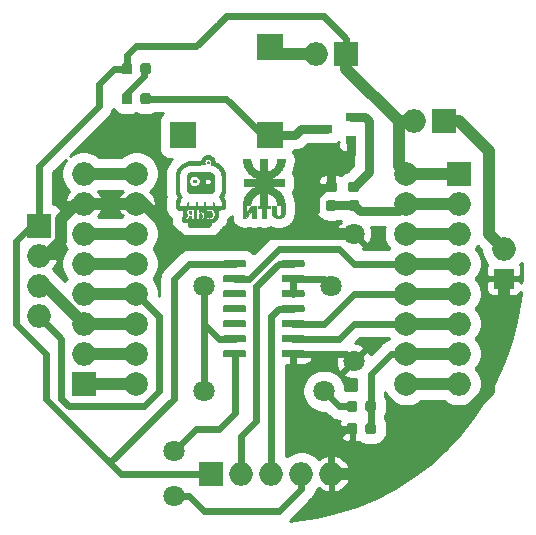
<source format=gbr>
G04 #@! TF.GenerationSoftware,KiCad,Pcbnew,(5.1.5)-3*
G04 #@! TF.CreationDate,2020-11-19T15:19:38-03:00*
G04 #@! TF.ProjectId,MainBoard_a,4d61696e-426f-4617-9264-5f612e6b6963,1*
G04 #@! TF.SameCoordinates,Original*
G04 #@! TF.FileFunction,Copper,L2,Bot*
G04 #@! TF.FilePolarity,Positive*
%FSLAX46Y46*%
G04 Gerber Fmt 4.6, Leading zero omitted, Abs format (unit mm)*
G04 Created by KiCad (PCBNEW (5.1.5)-3) date 2020-11-19 15:19:38*
%MOMM*%
%LPD*%
G04 APERTURE LIST*
%ADD10C,0.010000*%
%ADD11C,1.800000*%
%ADD12R,2.195000X2.195000*%
%ADD13C,0.100000*%
%ADD14R,2.000000X2.000000*%
%ADD15O,2.000000X2.000000*%
%ADD16R,1.700000X1.700000*%
%ADD17R,0.900000X0.800000*%
%ADD18C,2.000000*%
%ADD19C,1.000000*%
%ADD20C,0.600000*%
%ADD21C,0.750000*%
%ADD22C,0.254000*%
G04 APERTURE END LIST*
D10*
G36*
X63781076Y-56864506D02*
G01*
X63732245Y-56865944D01*
X63696702Y-56869571D01*
X63668392Y-56876390D01*
X63641258Y-56887408D01*
X63609245Y-56903631D01*
X63607950Y-56904311D01*
X63514109Y-56964015D01*
X63431138Y-57037137D01*
X63362550Y-57119425D01*
X63311863Y-57206627D01*
X63282592Y-57294488D01*
X63281728Y-57298957D01*
X63267508Y-57375425D01*
X62713829Y-57381363D01*
X62160150Y-57387300D01*
X62058550Y-57421588D01*
X61878120Y-57494739D01*
X61713253Y-57586741D01*
X61565046Y-57696602D01*
X61434596Y-57823332D01*
X61323000Y-57965939D01*
X61231355Y-58123433D01*
X61196066Y-58200927D01*
X61180374Y-58238650D01*
X61167056Y-58272349D01*
X61155897Y-58304426D01*
X61146682Y-58337285D01*
X61139199Y-58373330D01*
X61133233Y-58414963D01*
X61128570Y-58464589D01*
X61124995Y-58524611D01*
X61122296Y-58597432D01*
X61120257Y-58685456D01*
X61118666Y-58791087D01*
X61117307Y-58916727D01*
X61115967Y-59064780D01*
X61115621Y-59104283D01*
X61114234Y-59277998D01*
X61113492Y-59428647D01*
X61113639Y-59558560D01*
X61114917Y-59670066D01*
X61117567Y-59765495D01*
X61121832Y-59847178D01*
X61127955Y-59917444D01*
X61136177Y-59978624D01*
X61146740Y-60033048D01*
X61159888Y-60083045D01*
X61175862Y-60130946D01*
X61194904Y-60179081D01*
X61217257Y-60229780D01*
X61237059Y-60272419D01*
X61286975Y-60378589D01*
X61224631Y-60501019D01*
X61193467Y-60565264D01*
X61172222Y-60618793D01*
X61157415Y-60672464D01*
X61145560Y-60737137D01*
X61142575Y-60756800D01*
X61134353Y-60829703D01*
X61129231Y-60912200D01*
X61127110Y-60998999D01*
X61127888Y-61084807D01*
X61131464Y-61164333D01*
X61137737Y-61232285D01*
X61146606Y-61283370D01*
X61153020Y-61303465D01*
X61174903Y-61338481D01*
X61209749Y-61378393D01*
X61250689Y-61416766D01*
X61290857Y-61447162D01*
X61323384Y-61463144D01*
X61346141Y-61465458D01*
X61388850Y-61466846D01*
X61446075Y-61467232D01*
X61512383Y-61466545D01*
X61537039Y-61466030D01*
X61721743Y-61461650D01*
X61721437Y-61633100D01*
X61722130Y-61700043D01*
X61724243Y-61760885D01*
X61727464Y-61809525D01*
X61731478Y-61839862D01*
X61732185Y-61842650D01*
X61737119Y-61870536D01*
X61735164Y-61902237D01*
X61725148Y-61942420D01*
X61705900Y-61995752D01*
X61676248Y-62066901D01*
X61675413Y-62068833D01*
X61637705Y-62175373D01*
X61622078Y-62269938D01*
X61628548Y-62353138D01*
X61657133Y-62425583D01*
X61686440Y-62465902D01*
X61722490Y-62497946D01*
X61768544Y-62521159D01*
X61828348Y-62536509D01*
X61905649Y-62544966D01*
X62001823Y-62547500D01*
X62150036Y-62547500D01*
X62158103Y-62652112D01*
X62171632Y-62743962D01*
X62197560Y-62816519D01*
X62237669Y-62873563D01*
X62279393Y-62909333D01*
X62333747Y-62947550D01*
X62843849Y-62949084D01*
X62968557Y-62949168D01*
X63096667Y-62948727D01*
X63223325Y-62947814D01*
X63343676Y-62946481D01*
X63452868Y-62944782D01*
X63546046Y-62942770D01*
X63614300Y-62940656D01*
X63697502Y-62936984D01*
X63776031Y-62932619D01*
X63844861Y-62927909D01*
X63898968Y-62923203D01*
X63933326Y-62918849D01*
X63935930Y-62918358D01*
X64003409Y-62892472D01*
X64058652Y-62845611D01*
X64100138Y-62779827D01*
X64126349Y-62697172D01*
X64133060Y-62652088D01*
X64141350Y-62570004D01*
X64218975Y-62541934D01*
X64256953Y-62524537D01*
X63864241Y-62524537D01*
X63863775Y-62565558D01*
X63856837Y-62609983D01*
X63844763Y-62647666D01*
X63834974Y-62663541D01*
X63804651Y-62680952D01*
X63762713Y-62687023D01*
X63720536Y-62681218D01*
X63697306Y-62670053D01*
X63683165Y-62647736D01*
X63672156Y-62609151D01*
X63665607Y-62563366D01*
X63664849Y-62519449D01*
X63670599Y-62487989D01*
X63673808Y-62484000D01*
X63582550Y-62484000D01*
X63581544Y-62495702D01*
X63576950Y-62496700D01*
X63567335Y-62507690D01*
X63563500Y-62533027D01*
X63561650Y-62575565D01*
X63556873Y-62617714D01*
X63550327Y-62653028D01*
X63543175Y-62675059D01*
X63537346Y-62678390D01*
X63531326Y-62661046D01*
X63525743Y-62626552D01*
X63524961Y-62618130D01*
X63409242Y-62618130D01*
X63406664Y-62656684D01*
X63401512Y-62678258D01*
X63394483Y-62680157D01*
X63386276Y-62659688D01*
X63385208Y-62655450D01*
X63378574Y-62616375D01*
X63374575Y-62571458D01*
X63374384Y-62566550D01*
X63372762Y-62515750D01*
X63336254Y-62579250D01*
X63302386Y-62631722D01*
X63271661Y-62667041D01*
X63246484Y-62682804D01*
X63234101Y-62681344D01*
X63227325Y-62665121D01*
X63222927Y-62631545D01*
X63220951Y-62588515D01*
X63220994Y-62584541D01*
X63144400Y-62584541D01*
X63133854Y-62599550D01*
X63110142Y-62605723D01*
X63095737Y-62603643D01*
X63071501Y-62598604D01*
X63066412Y-62598300D01*
X63059797Y-62590458D01*
X63061850Y-62585600D01*
X63077752Y-62576797D01*
X63104062Y-62573238D01*
X63129785Y-62575064D01*
X63143929Y-62582416D01*
X63144400Y-62584541D01*
X63220994Y-62584541D01*
X63221444Y-62543930D01*
X63224450Y-62505690D01*
X63230015Y-62481695D01*
X63232928Y-62477880D01*
X63244695Y-62482434D01*
X63254019Y-62511645D01*
X63260716Y-62564870D01*
X63261665Y-62577490D01*
X63265050Y-62626531D01*
X63316063Y-62552090D01*
X63350497Y-62505529D01*
X63375335Y-62482008D01*
X63392137Y-62481753D01*
X63402463Y-62504984D01*
X63407872Y-62551925D01*
X63408549Y-62565289D01*
X63409242Y-62618130D01*
X63524961Y-62618130D01*
X63522529Y-62591950D01*
X63518176Y-62546993D01*
X63512138Y-62510054D01*
X63507400Y-62493525D01*
X63504416Y-62477940D01*
X63518631Y-62471947D01*
X63535992Y-62471300D01*
X63030100Y-62471300D01*
X63030100Y-62559161D01*
X63028166Y-62622104D01*
X63022542Y-62663261D01*
X63013497Y-62681401D01*
X63003991Y-62678528D01*
X62995494Y-62659355D01*
X62989803Y-62630050D01*
X62982061Y-62601716D01*
X62961535Y-62589401D01*
X62947550Y-62586915D01*
X62922660Y-62583014D01*
X62921443Y-62579374D01*
X62939999Y-62573926D01*
X62970086Y-62559161D01*
X62826900Y-62559161D01*
X62825833Y-62606486D01*
X62823038Y-62645384D01*
X62819220Y-62667038D01*
X62807259Y-62680747D01*
X62795022Y-62673905D01*
X62788843Y-62650487D01*
X62788800Y-62647951D01*
X62781285Y-62621544D01*
X62761718Y-62614354D01*
X62734567Y-62626308D01*
X62710661Y-62649275D01*
X62688240Y-62673853D01*
X62673117Y-62686214D01*
X62670292Y-62686404D01*
X62669582Y-62672068D01*
X62671977Y-62639101D01*
X62676969Y-62594019D01*
X62678329Y-62583396D01*
X62681791Y-62561000D01*
X62599402Y-62561000D01*
X62596822Y-62604630D01*
X62575175Y-62645061D01*
X62541150Y-62672534D01*
X62512658Y-62682300D01*
X62479303Y-62686317D01*
X62450108Y-62684498D01*
X62434094Y-62676755D01*
X62433200Y-62673591D01*
X62443779Y-62664253D01*
X62461775Y-62663259D01*
X62509590Y-62658424D01*
X62545718Y-62635135D01*
X62565687Y-62598170D01*
X62565149Y-62552787D01*
X62544872Y-62517972D01*
X62505543Y-62499740D01*
X62472135Y-62496700D01*
X62445025Y-62493094D01*
X62433218Y-62484379D01*
X62433200Y-62484000D01*
X62443947Y-62474254D01*
X62470713Y-62471706D01*
X62505292Y-62475932D01*
X62539474Y-62486505D01*
X62546592Y-62489880D01*
X62582722Y-62520605D01*
X62599402Y-62561000D01*
X62681791Y-62561000D01*
X62686573Y-62530066D01*
X62697371Y-62497126D01*
X62715437Y-62479656D01*
X62745485Y-62472738D01*
X62785625Y-62471473D01*
X62826900Y-62471300D01*
X62826900Y-62559161D01*
X62970086Y-62559161D01*
X62974761Y-62556867D01*
X62988028Y-62531789D01*
X62978013Y-62502751D01*
X62973623Y-62497443D01*
X62958771Y-62479374D01*
X62962442Y-62472438D01*
X62987985Y-62471300D01*
X63030100Y-62471300D01*
X63535992Y-62471300D01*
X63565825Y-62475082D01*
X63582550Y-62484000D01*
X63673808Y-62484000D01*
X63680838Y-62475263D01*
X63691136Y-62483565D01*
X63699257Y-62508628D01*
X63702966Y-62546184D01*
X63703006Y-62549848D01*
X63708934Y-62608215D01*
X63725720Y-62645846D01*
X63752716Y-62661435D01*
X63758481Y-62661800D01*
X63785911Y-62656842D01*
X63803968Y-62638977D01*
X63815487Y-62603717D01*
X63821711Y-62561652D01*
X63828587Y-62513704D01*
X63836408Y-62489038D01*
X63846327Y-62485536D01*
X63856898Y-62497067D01*
X63864241Y-62524537D01*
X64256953Y-62524537D01*
X64334134Y-62489182D01*
X64437966Y-62419655D01*
X64527546Y-62336438D01*
X64599947Y-62242618D01*
X64652245Y-62141279D01*
X64677256Y-62058725D01*
X64683868Y-62013973D01*
X64689205Y-61952785D01*
X64692621Y-61884117D01*
X64693245Y-61849000D01*
X64408050Y-61849000D01*
X64407352Y-61916447D01*
X64404632Y-61965235D01*
X64398955Y-62002080D01*
X64389385Y-62033700D01*
X64378849Y-62058550D01*
X64326358Y-62144424D01*
X64256295Y-62211962D01*
X64168646Y-62261175D01*
X64128650Y-62275734D01*
X64083794Y-62284681D01*
X64021865Y-62290197D01*
X63950973Y-62292198D01*
X63879224Y-62290596D01*
X63814726Y-62285306D01*
X63778686Y-62279460D01*
X63722392Y-62262481D01*
X63687338Y-62237914D01*
X63669573Y-62201412D01*
X63665100Y-62154549D01*
X63667209Y-62116881D01*
X63672581Y-62090912D01*
X63676420Y-62084803D01*
X63693495Y-62085658D01*
X63725104Y-62095393D01*
X63749445Y-62105345D01*
X63793659Y-62121226D01*
X63843352Y-62130158D01*
X63907614Y-62133658D01*
X63920044Y-62133816D01*
X63974390Y-62133616D01*
X64010911Y-62130740D01*
X64037161Y-62123466D01*
X64060699Y-62110072D01*
X64077153Y-62098008D01*
X64131417Y-62041084D01*
X64167215Y-61968322D01*
X64174980Y-61927280D01*
X63549433Y-61927280D01*
X63545279Y-62029177D01*
X63536584Y-62079140D01*
X63520850Y-62128930D01*
X63493626Y-62173468D01*
X63464838Y-62206934D01*
X63398176Y-62261969D01*
X63324889Y-62293196D01*
X63247565Y-62300209D01*
X63168787Y-62282606D01*
X63122499Y-62260409D01*
X63090173Y-62242329D01*
X63072331Y-62236463D01*
X63061509Y-62242240D01*
X63052769Y-62255054D01*
X63041669Y-62267939D01*
X63024278Y-62275687D01*
X62994725Y-62279545D01*
X62947143Y-62280762D01*
X62931635Y-62280800D01*
X62826580Y-62280800D01*
X62674500Y-62280800D01*
X62421282Y-62280800D01*
X62414150Y-61969650D01*
X62368658Y-61965835D01*
X62333018Y-61969712D01*
X62298689Y-61989033D01*
X62263561Y-62026024D01*
X62225527Y-62082911D01*
X62182476Y-62161920D01*
X62181966Y-62162921D01*
X62122050Y-62280683D01*
X62004575Y-62280741D01*
X61953480Y-62279982D01*
X61913618Y-62277897D01*
X61890579Y-62274856D01*
X61887100Y-62272969D01*
X61893175Y-62254869D01*
X61909569Y-62219962D01*
X61933534Y-62173220D01*
X61962325Y-62119618D01*
X61993194Y-62064129D01*
X62023396Y-62011728D01*
X62050183Y-61967389D01*
X62070809Y-61936085D01*
X62078630Y-61926119D01*
X62116176Y-61885011D01*
X62059190Y-61821628D01*
X62016734Y-61765729D01*
X61994426Y-61710898D01*
X61989301Y-61647863D01*
X61992092Y-61611805D01*
X62006935Y-61551618D01*
X62038538Y-61504583D01*
X62090650Y-61465726D01*
X62110011Y-61455340D01*
X62132958Y-61444404D01*
X62155175Y-61436215D01*
X62180857Y-61430287D01*
X62214205Y-61426135D01*
X62259415Y-61423274D01*
X62320688Y-61421218D01*
X62402221Y-61419483D01*
X62423675Y-61419089D01*
X62674500Y-61414549D01*
X62674500Y-62280800D01*
X62826580Y-62280800D01*
X62833250Y-61372750D01*
X63049150Y-61372750D01*
X63052700Y-61533958D01*
X63056249Y-61695167D01*
X63135250Y-61657793D01*
X63216352Y-61628439D01*
X63290007Y-61621709D01*
X63359971Y-61637432D01*
X63381133Y-61646662D01*
X63449251Y-61693058D01*
X63500572Y-61756864D01*
X63534248Y-61835723D01*
X63549433Y-61927280D01*
X64174980Y-61927280D01*
X64183475Y-61882390D01*
X64183795Y-61832225D01*
X64172065Y-61746557D01*
X64145280Y-61677979D01*
X64101262Y-61621688D01*
X64079659Y-61602598D01*
X64020736Y-61570654D01*
X63948619Y-61557379D01*
X63867675Y-61563094D01*
X63798450Y-61581934D01*
X63742505Y-61601279D01*
X63705794Y-61610505D01*
X63684017Y-61609039D01*
X63672869Y-61596307D01*
X63668049Y-61571736D01*
X63667392Y-61564460D01*
X63666888Y-61512390D01*
X63677209Y-61473770D01*
X63701460Y-61446027D01*
X63742744Y-61426591D01*
X63804164Y-61412891D01*
X63859286Y-61405509D01*
X63983780Y-61400590D01*
X64095343Y-61415106D01*
X64192671Y-61448479D01*
X64274461Y-61500126D01*
X64339408Y-61569467D01*
X64378037Y-61636566D01*
X64391560Y-61669820D01*
X64400355Y-61702437D01*
X64405388Y-61741255D01*
X64407625Y-61793110D01*
X64408050Y-61849000D01*
X64693245Y-61849000D01*
X64693536Y-61832681D01*
X64692804Y-61761563D01*
X64689574Y-61707373D01*
X64682727Y-61661675D01*
X64671145Y-61616036D01*
X64660260Y-61581530D01*
X64645970Y-61534190D01*
X64637039Y-61496241D01*
X64634829Y-61473862D01*
X64635898Y-61470848D01*
X64650965Y-61467515D01*
X64687223Y-61463866D01*
X64740471Y-61460193D01*
X64806508Y-61456791D01*
X64875813Y-61454123D01*
X64952141Y-61450946D01*
X65021652Y-61446773D01*
X65079547Y-61441991D01*
X65121031Y-61436989D01*
X65140065Y-61432748D01*
X65197336Y-61397692D01*
X65247001Y-61346575D01*
X65280727Y-61288215D01*
X65283287Y-61281206D01*
X65291389Y-61242887D01*
X65297526Y-61184885D01*
X65301628Y-61112841D01*
X65303625Y-61032403D01*
X65303448Y-60949212D01*
X65301026Y-60868915D01*
X65296291Y-60797155D01*
X65289923Y-60744100D01*
X65277657Y-60692865D01*
X65255805Y-60626477D01*
X65226860Y-60552127D01*
X65209032Y-60510915D01*
X65141428Y-60360280D01*
X65185764Y-60250565D01*
X65210421Y-60184710D01*
X65236104Y-60108321D01*
X65258093Y-60035605D01*
X65262317Y-60020200D01*
X65270167Y-59990175D01*
X65276659Y-59962533D01*
X65281951Y-59934502D01*
X65284522Y-59915646D01*
X65011300Y-59915646D01*
X64961197Y-60036033D01*
X64898632Y-60172071D01*
X64834355Y-60283776D01*
X64800054Y-60332445D01*
X64768106Y-60374331D01*
X64840600Y-60459786D01*
X64901685Y-60541457D01*
X64947812Y-60626743D01*
X64980355Y-60720138D01*
X65000688Y-60826140D01*
X65010186Y-60949243D01*
X65011300Y-61018267D01*
X65011300Y-61163200D01*
X64379630Y-61163200D01*
X64373185Y-61033025D01*
X64369629Y-60976091D01*
X64365222Y-60927235D01*
X64360626Y-60892980D01*
X64357839Y-60881606D01*
X64341625Y-60861189D01*
X64319384Y-60849511D01*
X64302138Y-60852129D01*
X64298981Y-60866854D01*
X64295582Y-60901751D01*
X64292349Y-60951602D01*
X64289690Y-61011178D01*
X64284270Y-61163200D01*
X63627000Y-61163200D01*
X63627000Y-61076216D01*
X63625411Y-60988841D01*
X63620913Y-60912925D01*
X63613908Y-60851766D01*
X63604800Y-60808663D01*
X63593991Y-60786916D01*
X63591453Y-60785335D01*
X63571818Y-60783643D01*
X63557266Y-60797224D01*
X63547224Y-60828317D01*
X63541122Y-60879161D01*
X63538386Y-60951995D01*
X63538100Y-60994177D01*
X63538100Y-61163200D01*
X62890400Y-61163200D01*
X62890400Y-60994177D01*
X62889081Y-60910604D01*
X62884720Y-60850002D01*
X62876715Y-60810062D01*
X62864461Y-60788472D01*
X62847356Y-60782921D01*
X62835976Y-60785746D01*
X62820365Y-60804200D01*
X62808668Y-60846349D01*
X62800819Y-60912623D01*
X62796750Y-61003453D01*
X62796220Y-61039367D01*
X62795150Y-61163184D01*
X62468484Y-61163192D01*
X62141817Y-61163200D01*
X62138284Y-60988575D01*
X62134750Y-60813950D01*
X62099825Y-60864523D01*
X62073082Y-60915810D01*
X62064801Y-60970460D01*
X62064790Y-60972473D01*
X62063058Y-61021252D01*
X62058828Y-61076481D01*
X62056671Y-61096525D01*
X62048663Y-61163200D01*
X61387920Y-61163200D01*
X61396000Y-61021973D01*
X61413679Y-60862211D01*
X61447689Y-60720655D01*
X61498567Y-60595617D01*
X61566852Y-60485410D01*
X61567529Y-60484506D01*
X61594292Y-60448297D01*
X61615347Y-60418947D01*
X61624853Y-60404819D01*
X61622559Y-60387645D01*
X61608312Y-60353803D01*
X61584189Y-60307803D01*
X61564988Y-60274830D01*
X61529679Y-60213066D01*
X61494158Y-60145606D01*
X61464199Y-60083599D01*
X61454578Y-60061661D01*
X61439473Y-60024448D01*
X61428311Y-59992103D01*
X61420258Y-59959402D01*
X61414478Y-59921116D01*
X61410137Y-59872019D01*
X61406401Y-59806886D01*
X61403334Y-59740800D01*
X61400100Y-59652395D01*
X61397504Y-59549291D01*
X61395542Y-59435302D01*
X61394211Y-59314246D01*
X61393510Y-59189938D01*
X61393435Y-59066196D01*
X61393984Y-58946835D01*
X61395155Y-58835673D01*
X61396944Y-58736525D01*
X61399350Y-58653209D01*
X61402369Y-58589539D01*
X61404128Y-58566050D01*
X61425859Y-58439277D01*
X61466696Y-58310103D01*
X61523278Y-58187977D01*
X61560527Y-58126281D01*
X61606406Y-58066730D01*
X61667705Y-58000299D01*
X61737969Y-57933015D01*
X61810741Y-57870903D01*
X61879563Y-57819989D01*
X61907744Y-57802209D01*
X61954094Y-57775613D01*
X61997706Y-57752610D01*
X62040817Y-57732892D01*
X62085663Y-57716152D01*
X62134481Y-57702082D01*
X62189508Y-57690375D01*
X62252983Y-57680724D01*
X62327140Y-57672822D01*
X62414218Y-57666360D01*
X62516453Y-57661031D01*
X62636083Y-57656529D01*
X62775345Y-57652546D01*
X62936475Y-57648774D01*
X63040454Y-57646570D01*
X63156123Y-57644060D01*
X63263763Y-57641504D01*
X63360758Y-57638980D01*
X63444493Y-57636566D01*
X63512351Y-57634341D01*
X63561718Y-57632383D01*
X63589977Y-57630770D01*
X63595777Y-57629956D01*
X63594440Y-57616293D01*
X63585613Y-57586263D01*
X63574669Y-57555643D01*
X63554121Y-57469632D01*
X63556951Y-57385572D01*
X63581909Y-57307346D01*
X63627745Y-57238839D01*
X63693209Y-57183933D01*
X63694576Y-57183083D01*
X63771346Y-57149046D01*
X63849921Y-57137965D01*
X63926497Y-57148026D01*
X63997270Y-57177411D01*
X64058438Y-57224306D01*
X64106196Y-57286894D01*
X64136742Y-57363360D01*
X64143274Y-57397317D01*
X64144599Y-57445125D01*
X64134874Y-57500437D01*
X64122164Y-57544125D01*
X64106329Y-57600540D01*
X64102179Y-57635210D01*
X64106107Y-57646886D01*
X64123949Y-57656017D01*
X64159477Y-57668497D01*
X64205641Y-57681899D01*
X64214991Y-57684339D01*
X64298385Y-57708217D01*
X64370036Y-57735353D01*
X64439503Y-57770049D01*
X64516344Y-57816612D01*
X64533439Y-57827727D01*
X64659434Y-57923867D01*
X64769747Y-58035681D01*
X64861348Y-58159603D01*
X64931206Y-58292065D01*
X64934505Y-58299882D01*
X64950428Y-58340183D01*
X64964009Y-58380221D01*
X64975431Y-58422331D01*
X64984876Y-58468846D01*
X64992528Y-58522099D01*
X64998569Y-58584423D01*
X65003181Y-58658153D01*
X65006549Y-58745622D01*
X65008855Y-58849162D01*
X65010281Y-58971108D01*
X65011010Y-59113793D01*
X65011226Y-59278948D01*
X65011300Y-59915646D01*
X65284522Y-59915646D01*
X65286204Y-59903314D01*
X65289575Y-59866197D01*
X65292225Y-59820381D01*
X65294312Y-59763096D01*
X65295995Y-59691571D01*
X65297435Y-59603037D01*
X65298789Y-59494723D01*
X65300218Y-59363859D01*
X65300261Y-59359800D01*
X65301674Y-59166140D01*
X65301487Y-58996078D01*
X65299617Y-58847857D01*
X65295982Y-58719720D01*
X65290499Y-58609911D01*
X65283086Y-58516673D01*
X65273661Y-58438249D01*
X65262141Y-58372882D01*
X65252001Y-58331100D01*
X65195560Y-58173011D01*
X65117042Y-58021552D01*
X65019131Y-57879849D01*
X64904512Y-57751028D01*
X64775869Y-57638212D01*
X64635887Y-57544528D01*
X64530353Y-57491014D01*
X64485239Y-57470580D01*
X64458111Y-57455087D01*
X64443717Y-57439228D01*
X64436801Y-57417696D01*
X64433121Y-57392818D01*
X64404812Y-57264059D01*
X64356114Y-57149651D01*
X64287711Y-57050565D01*
X64200286Y-56967770D01*
X64094523Y-56902238D01*
X64084200Y-56897255D01*
X64053053Y-56883497D01*
X64024397Y-56874184D01*
X63992148Y-56868462D01*
X63950219Y-56865474D01*
X63892526Y-56864367D01*
X63849250Y-56864250D01*
X63781076Y-56864506D01*
G37*
X63781076Y-56864506D02*
X63732245Y-56865944D01*
X63696702Y-56869571D01*
X63668392Y-56876390D01*
X63641258Y-56887408D01*
X63609245Y-56903631D01*
X63607950Y-56904311D01*
X63514109Y-56964015D01*
X63431138Y-57037137D01*
X63362550Y-57119425D01*
X63311863Y-57206627D01*
X63282592Y-57294488D01*
X63281728Y-57298957D01*
X63267508Y-57375425D01*
X62713829Y-57381363D01*
X62160150Y-57387300D01*
X62058550Y-57421588D01*
X61878120Y-57494739D01*
X61713253Y-57586741D01*
X61565046Y-57696602D01*
X61434596Y-57823332D01*
X61323000Y-57965939D01*
X61231355Y-58123433D01*
X61196066Y-58200927D01*
X61180374Y-58238650D01*
X61167056Y-58272349D01*
X61155897Y-58304426D01*
X61146682Y-58337285D01*
X61139199Y-58373330D01*
X61133233Y-58414963D01*
X61128570Y-58464589D01*
X61124995Y-58524611D01*
X61122296Y-58597432D01*
X61120257Y-58685456D01*
X61118666Y-58791087D01*
X61117307Y-58916727D01*
X61115967Y-59064780D01*
X61115621Y-59104283D01*
X61114234Y-59277998D01*
X61113492Y-59428647D01*
X61113639Y-59558560D01*
X61114917Y-59670066D01*
X61117567Y-59765495D01*
X61121832Y-59847178D01*
X61127955Y-59917444D01*
X61136177Y-59978624D01*
X61146740Y-60033048D01*
X61159888Y-60083045D01*
X61175862Y-60130946D01*
X61194904Y-60179081D01*
X61217257Y-60229780D01*
X61237059Y-60272419D01*
X61286975Y-60378589D01*
X61224631Y-60501019D01*
X61193467Y-60565264D01*
X61172222Y-60618793D01*
X61157415Y-60672464D01*
X61145560Y-60737137D01*
X61142575Y-60756800D01*
X61134353Y-60829703D01*
X61129231Y-60912200D01*
X61127110Y-60998999D01*
X61127888Y-61084807D01*
X61131464Y-61164333D01*
X61137737Y-61232285D01*
X61146606Y-61283370D01*
X61153020Y-61303465D01*
X61174903Y-61338481D01*
X61209749Y-61378393D01*
X61250689Y-61416766D01*
X61290857Y-61447162D01*
X61323384Y-61463144D01*
X61346141Y-61465458D01*
X61388850Y-61466846D01*
X61446075Y-61467232D01*
X61512383Y-61466545D01*
X61537039Y-61466030D01*
X61721743Y-61461650D01*
X61721437Y-61633100D01*
X61722130Y-61700043D01*
X61724243Y-61760885D01*
X61727464Y-61809525D01*
X61731478Y-61839862D01*
X61732185Y-61842650D01*
X61737119Y-61870536D01*
X61735164Y-61902237D01*
X61725148Y-61942420D01*
X61705900Y-61995752D01*
X61676248Y-62066901D01*
X61675413Y-62068833D01*
X61637705Y-62175373D01*
X61622078Y-62269938D01*
X61628548Y-62353138D01*
X61657133Y-62425583D01*
X61686440Y-62465902D01*
X61722490Y-62497946D01*
X61768544Y-62521159D01*
X61828348Y-62536509D01*
X61905649Y-62544966D01*
X62001823Y-62547500D01*
X62150036Y-62547500D01*
X62158103Y-62652112D01*
X62171632Y-62743962D01*
X62197560Y-62816519D01*
X62237669Y-62873563D01*
X62279393Y-62909333D01*
X62333747Y-62947550D01*
X62843849Y-62949084D01*
X62968557Y-62949168D01*
X63096667Y-62948727D01*
X63223325Y-62947814D01*
X63343676Y-62946481D01*
X63452868Y-62944782D01*
X63546046Y-62942770D01*
X63614300Y-62940656D01*
X63697502Y-62936984D01*
X63776031Y-62932619D01*
X63844861Y-62927909D01*
X63898968Y-62923203D01*
X63933326Y-62918849D01*
X63935930Y-62918358D01*
X64003409Y-62892472D01*
X64058652Y-62845611D01*
X64100138Y-62779827D01*
X64126349Y-62697172D01*
X64133060Y-62652088D01*
X64141350Y-62570004D01*
X64218975Y-62541934D01*
X64256953Y-62524537D01*
X63864241Y-62524537D01*
X63863775Y-62565558D01*
X63856837Y-62609983D01*
X63844763Y-62647666D01*
X63834974Y-62663541D01*
X63804651Y-62680952D01*
X63762713Y-62687023D01*
X63720536Y-62681218D01*
X63697306Y-62670053D01*
X63683165Y-62647736D01*
X63672156Y-62609151D01*
X63665607Y-62563366D01*
X63664849Y-62519449D01*
X63670599Y-62487989D01*
X63673808Y-62484000D01*
X63582550Y-62484000D01*
X63581544Y-62495702D01*
X63576950Y-62496700D01*
X63567335Y-62507690D01*
X63563500Y-62533027D01*
X63561650Y-62575565D01*
X63556873Y-62617714D01*
X63550327Y-62653028D01*
X63543175Y-62675059D01*
X63537346Y-62678390D01*
X63531326Y-62661046D01*
X63525743Y-62626552D01*
X63524961Y-62618130D01*
X63409242Y-62618130D01*
X63406664Y-62656684D01*
X63401512Y-62678258D01*
X63394483Y-62680157D01*
X63386276Y-62659688D01*
X63385208Y-62655450D01*
X63378574Y-62616375D01*
X63374575Y-62571458D01*
X63374384Y-62566550D01*
X63372762Y-62515750D01*
X63336254Y-62579250D01*
X63302386Y-62631722D01*
X63271661Y-62667041D01*
X63246484Y-62682804D01*
X63234101Y-62681344D01*
X63227325Y-62665121D01*
X63222927Y-62631545D01*
X63220951Y-62588515D01*
X63220994Y-62584541D01*
X63144400Y-62584541D01*
X63133854Y-62599550D01*
X63110142Y-62605723D01*
X63095737Y-62603643D01*
X63071501Y-62598604D01*
X63066412Y-62598300D01*
X63059797Y-62590458D01*
X63061850Y-62585600D01*
X63077752Y-62576797D01*
X63104062Y-62573238D01*
X63129785Y-62575064D01*
X63143929Y-62582416D01*
X63144400Y-62584541D01*
X63220994Y-62584541D01*
X63221444Y-62543930D01*
X63224450Y-62505690D01*
X63230015Y-62481695D01*
X63232928Y-62477880D01*
X63244695Y-62482434D01*
X63254019Y-62511645D01*
X63260716Y-62564870D01*
X63261665Y-62577490D01*
X63265050Y-62626531D01*
X63316063Y-62552090D01*
X63350497Y-62505529D01*
X63375335Y-62482008D01*
X63392137Y-62481753D01*
X63402463Y-62504984D01*
X63407872Y-62551925D01*
X63408549Y-62565289D01*
X63409242Y-62618130D01*
X63524961Y-62618130D01*
X63522529Y-62591950D01*
X63518176Y-62546993D01*
X63512138Y-62510054D01*
X63507400Y-62493525D01*
X63504416Y-62477940D01*
X63518631Y-62471947D01*
X63535992Y-62471300D01*
X63030100Y-62471300D01*
X63030100Y-62559161D01*
X63028166Y-62622104D01*
X63022542Y-62663261D01*
X63013497Y-62681401D01*
X63003991Y-62678528D01*
X62995494Y-62659355D01*
X62989803Y-62630050D01*
X62982061Y-62601716D01*
X62961535Y-62589401D01*
X62947550Y-62586915D01*
X62922660Y-62583014D01*
X62921443Y-62579374D01*
X62939999Y-62573926D01*
X62970086Y-62559161D01*
X62826900Y-62559161D01*
X62825833Y-62606486D01*
X62823038Y-62645384D01*
X62819220Y-62667038D01*
X62807259Y-62680747D01*
X62795022Y-62673905D01*
X62788843Y-62650487D01*
X62788800Y-62647951D01*
X62781285Y-62621544D01*
X62761718Y-62614354D01*
X62734567Y-62626308D01*
X62710661Y-62649275D01*
X62688240Y-62673853D01*
X62673117Y-62686214D01*
X62670292Y-62686404D01*
X62669582Y-62672068D01*
X62671977Y-62639101D01*
X62676969Y-62594019D01*
X62678329Y-62583396D01*
X62681791Y-62561000D01*
X62599402Y-62561000D01*
X62596822Y-62604630D01*
X62575175Y-62645061D01*
X62541150Y-62672534D01*
X62512658Y-62682300D01*
X62479303Y-62686317D01*
X62450108Y-62684498D01*
X62434094Y-62676755D01*
X62433200Y-62673591D01*
X62443779Y-62664253D01*
X62461775Y-62663259D01*
X62509590Y-62658424D01*
X62545718Y-62635135D01*
X62565687Y-62598170D01*
X62565149Y-62552787D01*
X62544872Y-62517972D01*
X62505543Y-62499740D01*
X62472135Y-62496700D01*
X62445025Y-62493094D01*
X62433218Y-62484379D01*
X62433200Y-62484000D01*
X62443947Y-62474254D01*
X62470713Y-62471706D01*
X62505292Y-62475932D01*
X62539474Y-62486505D01*
X62546592Y-62489880D01*
X62582722Y-62520605D01*
X62599402Y-62561000D01*
X62681791Y-62561000D01*
X62686573Y-62530066D01*
X62697371Y-62497126D01*
X62715437Y-62479656D01*
X62745485Y-62472738D01*
X62785625Y-62471473D01*
X62826900Y-62471300D01*
X62826900Y-62559161D01*
X62970086Y-62559161D01*
X62974761Y-62556867D01*
X62988028Y-62531789D01*
X62978013Y-62502751D01*
X62973623Y-62497443D01*
X62958771Y-62479374D01*
X62962442Y-62472438D01*
X62987985Y-62471300D01*
X63030100Y-62471300D01*
X63535992Y-62471300D01*
X63565825Y-62475082D01*
X63582550Y-62484000D01*
X63673808Y-62484000D01*
X63680838Y-62475263D01*
X63691136Y-62483565D01*
X63699257Y-62508628D01*
X63702966Y-62546184D01*
X63703006Y-62549848D01*
X63708934Y-62608215D01*
X63725720Y-62645846D01*
X63752716Y-62661435D01*
X63758481Y-62661800D01*
X63785911Y-62656842D01*
X63803968Y-62638977D01*
X63815487Y-62603717D01*
X63821711Y-62561652D01*
X63828587Y-62513704D01*
X63836408Y-62489038D01*
X63846327Y-62485536D01*
X63856898Y-62497067D01*
X63864241Y-62524537D01*
X64256953Y-62524537D01*
X64334134Y-62489182D01*
X64437966Y-62419655D01*
X64527546Y-62336438D01*
X64599947Y-62242618D01*
X64652245Y-62141279D01*
X64677256Y-62058725D01*
X64683868Y-62013973D01*
X64689205Y-61952785D01*
X64692621Y-61884117D01*
X64693245Y-61849000D01*
X64408050Y-61849000D01*
X64407352Y-61916447D01*
X64404632Y-61965235D01*
X64398955Y-62002080D01*
X64389385Y-62033700D01*
X64378849Y-62058550D01*
X64326358Y-62144424D01*
X64256295Y-62211962D01*
X64168646Y-62261175D01*
X64128650Y-62275734D01*
X64083794Y-62284681D01*
X64021865Y-62290197D01*
X63950973Y-62292198D01*
X63879224Y-62290596D01*
X63814726Y-62285306D01*
X63778686Y-62279460D01*
X63722392Y-62262481D01*
X63687338Y-62237914D01*
X63669573Y-62201412D01*
X63665100Y-62154549D01*
X63667209Y-62116881D01*
X63672581Y-62090912D01*
X63676420Y-62084803D01*
X63693495Y-62085658D01*
X63725104Y-62095393D01*
X63749445Y-62105345D01*
X63793659Y-62121226D01*
X63843352Y-62130158D01*
X63907614Y-62133658D01*
X63920044Y-62133816D01*
X63974390Y-62133616D01*
X64010911Y-62130740D01*
X64037161Y-62123466D01*
X64060699Y-62110072D01*
X64077153Y-62098008D01*
X64131417Y-62041084D01*
X64167215Y-61968322D01*
X64174980Y-61927280D01*
X63549433Y-61927280D01*
X63545279Y-62029177D01*
X63536584Y-62079140D01*
X63520850Y-62128930D01*
X63493626Y-62173468D01*
X63464838Y-62206934D01*
X63398176Y-62261969D01*
X63324889Y-62293196D01*
X63247565Y-62300209D01*
X63168787Y-62282606D01*
X63122499Y-62260409D01*
X63090173Y-62242329D01*
X63072331Y-62236463D01*
X63061509Y-62242240D01*
X63052769Y-62255054D01*
X63041669Y-62267939D01*
X63024278Y-62275687D01*
X62994725Y-62279545D01*
X62947143Y-62280762D01*
X62931635Y-62280800D01*
X62826580Y-62280800D01*
X62674500Y-62280800D01*
X62421282Y-62280800D01*
X62414150Y-61969650D01*
X62368658Y-61965835D01*
X62333018Y-61969712D01*
X62298689Y-61989033D01*
X62263561Y-62026024D01*
X62225527Y-62082911D01*
X62182476Y-62161920D01*
X62181966Y-62162921D01*
X62122050Y-62280683D01*
X62004575Y-62280741D01*
X61953480Y-62279982D01*
X61913618Y-62277897D01*
X61890579Y-62274856D01*
X61887100Y-62272969D01*
X61893175Y-62254869D01*
X61909569Y-62219962D01*
X61933534Y-62173220D01*
X61962325Y-62119618D01*
X61993194Y-62064129D01*
X62023396Y-62011728D01*
X62050183Y-61967389D01*
X62070809Y-61936085D01*
X62078630Y-61926119D01*
X62116176Y-61885011D01*
X62059190Y-61821628D01*
X62016734Y-61765729D01*
X61994426Y-61710898D01*
X61989301Y-61647863D01*
X61992092Y-61611805D01*
X62006935Y-61551618D01*
X62038538Y-61504583D01*
X62090650Y-61465726D01*
X62110011Y-61455340D01*
X62132958Y-61444404D01*
X62155175Y-61436215D01*
X62180857Y-61430287D01*
X62214205Y-61426135D01*
X62259415Y-61423274D01*
X62320688Y-61421218D01*
X62402221Y-61419483D01*
X62423675Y-61419089D01*
X62674500Y-61414549D01*
X62674500Y-62280800D01*
X62826580Y-62280800D01*
X62833250Y-61372750D01*
X63049150Y-61372750D01*
X63052700Y-61533958D01*
X63056249Y-61695167D01*
X63135250Y-61657793D01*
X63216352Y-61628439D01*
X63290007Y-61621709D01*
X63359971Y-61637432D01*
X63381133Y-61646662D01*
X63449251Y-61693058D01*
X63500572Y-61756864D01*
X63534248Y-61835723D01*
X63549433Y-61927280D01*
X64174980Y-61927280D01*
X64183475Y-61882390D01*
X64183795Y-61832225D01*
X64172065Y-61746557D01*
X64145280Y-61677979D01*
X64101262Y-61621688D01*
X64079659Y-61602598D01*
X64020736Y-61570654D01*
X63948619Y-61557379D01*
X63867675Y-61563094D01*
X63798450Y-61581934D01*
X63742505Y-61601279D01*
X63705794Y-61610505D01*
X63684017Y-61609039D01*
X63672869Y-61596307D01*
X63668049Y-61571736D01*
X63667392Y-61564460D01*
X63666888Y-61512390D01*
X63677209Y-61473770D01*
X63701460Y-61446027D01*
X63742744Y-61426591D01*
X63804164Y-61412891D01*
X63859286Y-61405509D01*
X63983780Y-61400590D01*
X64095343Y-61415106D01*
X64192671Y-61448479D01*
X64274461Y-61500126D01*
X64339408Y-61569467D01*
X64378037Y-61636566D01*
X64391560Y-61669820D01*
X64400355Y-61702437D01*
X64405388Y-61741255D01*
X64407625Y-61793110D01*
X64408050Y-61849000D01*
X64693245Y-61849000D01*
X64693536Y-61832681D01*
X64692804Y-61761563D01*
X64689574Y-61707373D01*
X64682727Y-61661675D01*
X64671145Y-61616036D01*
X64660260Y-61581530D01*
X64645970Y-61534190D01*
X64637039Y-61496241D01*
X64634829Y-61473862D01*
X64635898Y-61470848D01*
X64650965Y-61467515D01*
X64687223Y-61463866D01*
X64740471Y-61460193D01*
X64806508Y-61456791D01*
X64875813Y-61454123D01*
X64952141Y-61450946D01*
X65021652Y-61446773D01*
X65079547Y-61441991D01*
X65121031Y-61436989D01*
X65140065Y-61432748D01*
X65197336Y-61397692D01*
X65247001Y-61346575D01*
X65280727Y-61288215D01*
X65283287Y-61281206D01*
X65291389Y-61242887D01*
X65297526Y-61184885D01*
X65301628Y-61112841D01*
X65303625Y-61032403D01*
X65303448Y-60949212D01*
X65301026Y-60868915D01*
X65296291Y-60797155D01*
X65289923Y-60744100D01*
X65277657Y-60692865D01*
X65255805Y-60626477D01*
X65226860Y-60552127D01*
X65209032Y-60510915D01*
X65141428Y-60360280D01*
X65185764Y-60250565D01*
X65210421Y-60184710D01*
X65236104Y-60108321D01*
X65258093Y-60035605D01*
X65262317Y-60020200D01*
X65270167Y-59990175D01*
X65276659Y-59962533D01*
X65281951Y-59934502D01*
X65284522Y-59915646D01*
X65011300Y-59915646D01*
X64961197Y-60036033D01*
X64898632Y-60172071D01*
X64834355Y-60283776D01*
X64800054Y-60332445D01*
X64768106Y-60374331D01*
X64840600Y-60459786D01*
X64901685Y-60541457D01*
X64947812Y-60626743D01*
X64980355Y-60720138D01*
X65000688Y-60826140D01*
X65010186Y-60949243D01*
X65011300Y-61018267D01*
X65011300Y-61163200D01*
X64379630Y-61163200D01*
X64373185Y-61033025D01*
X64369629Y-60976091D01*
X64365222Y-60927235D01*
X64360626Y-60892980D01*
X64357839Y-60881606D01*
X64341625Y-60861189D01*
X64319384Y-60849511D01*
X64302138Y-60852129D01*
X64298981Y-60866854D01*
X64295582Y-60901751D01*
X64292349Y-60951602D01*
X64289690Y-61011178D01*
X64284270Y-61163200D01*
X63627000Y-61163200D01*
X63627000Y-61076216D01*
X63625411Y-60988841D01*
X63620913Y-60912925D01*
X63613908Y-60851766D01*
X63604800Y-60808663D01*
X63593991Y-60786916D01*
X63591453Y-60785335D01*
X63571818Y-60783643D01*
X63557266Y-60797224D01*
X63547224Y-60828317D01*
X63541122Y-60879161D01*
X63538386Y-60951995D01*
X63538100Y-60994177D01*
X63538100Y-61163200D01*
X62890400Y-61163200D01*
X62890400Y-60994177D01*
X62889081Y-60910604D01*
X62884720Y-60850002D01*
X62876715Y-60810062D01*
X62864461Y-60788472D01*
X62847356Y-60782921D01*
X62835976Y-60785746D01*
X62820365Y-60804200D01*
X62808668Y-60846349D01*
X62800819Y-60912623D01*
X62796750Y-61003453D01*
X62796220Y-61039367D01*
X62795150Y-61163184D01*
X62468484Y-61163192D01*
X62141817Y-61163200D01*
X62138284Y-60988575D01*
X62134750Y-60813950D01*
X62099825Y-60864523D01*
X62073082Y-60915810D01*
X62064801Y-60970460D01*
X62064790Y-60972473D01*
X62063058Y-61021252D01*
X62058828Y-61076481D01*
X62056671Y-61096525D01*
X62048663Y-61163200D01*
X61387920Y-61163200D01*
X61396000Y-61021973D01*
X61413679Y-60862211D01*
X61447689Y-60720655D01*
X61498567Y-60595617D01*
X61566852Y-60485410D01*
X61567529Y-60484506D01*
X61594292Y-60448297D01*
X61615347Y-60418947D01*
X61624853Y-60404819D01*
X61622559Y-60387645D01*
X61608312Y-60353803D01*
X61584189Y-60307803D01*
X61564988Y-60274830D01*
X61529679Y-60213066D01*
X61494158Y-60145606D01*
X61464199Y-60083599D01*
X61454578Y-60061661D01*
X61439473Y-60024448D01*
X61428311Y-59992103D01*
X61420258Y-59959402D01*
X61414478Y-59921116D01*
X61410137Y-59872019D01*
X61406401Y-59806886D01*
X61403334Y-59740800D01*
X61400100Y-59652395D01*
X61397504Y-59549291D01*
X61395542Y-59435302D01*
X61394211Y-59314246D01*
X61393510Y-59189938D01*
X61393435Y-59066196D01*
X61393984Y-58946835D01*
X61395155Y-58835673D01*
X61396944Y-58736525D01*
X61399350Y-58653209D01*
X61402369Y-58589539D01*
X61404128Y-58566050D01*
X61425859Y-58439277D01*
X61466696Y-58310103D01*
X61523278Y-58187977D01*
X61560527Y-58126281D01*
X61606406Y-58066730D01*
X61667705Y-58000299D01*
X61737969Y-57933015D01*
X61810741Y-57870903D01*
X61879563Y-57819989D01*
X61907744Y-57802209D01*
X61954094Y-57775613D01*
X61997706Y-57752610D01*
X62040817Y-57732892D01*
X62085663Y-57716152D01*
X62134481Y-57702082D01*
X62189508Y-57690375D01*
X62252983Y-57680724D01*
X62327140Y-57672822D01*
X62414218Y-57666360D01*
X62516453Y-57661031D01*
X62636083Y-57656529D01*
X62775345Y-57652546D01*
X62936475Y-57648774D01*
X63040454Y-57646570D01*
X63156123Y-57644060D01*
X63263763Y-57641504D01*
X63360758Y-57638980D01*
X63444493Y-57636566D01*
X63512351Y-57634341D01*
X63561718Y-57632383D01*
X63589977Y-57630770D01*
X63595777Y-57629956D01*
X63594440Y-57616293D01*
X63585613Y-57586263D01*
X63574669Y-57555643D01*
X63554121Y-57469632D01*
X63556951Y-57385572D01*
X63581909Y-57307346D01*
X63627745Y-57238839D01*
X63693209Y-57183933D01*
X63694576Y-57183083D01*
X63771346Y-57149046D01*
X63849921Y-57137965D01*
X63926497Y-57148026D01*
X63997270Y-57177411D01*
X64058438Y-57224306D01*
X64106196Y-57286894D01*
X64136742Y-57363360D01*
X64143274Y-57397317D01*
X64144599Y-57445125D01*
X64134874Y-57500437D01*
X64122164Y-57544125D01*
X64106329Y-57600540D01*
X64102179Y-57635210D01*
X64106107Y-57646886D01*
X64123949Y-57656017D01*
X64159477Y-57668497D01*
X64205641Y-57681899D01*
X64214991Y-57684339D01*
X64298385Y-57708217D01*
X64370036Y-57735353D01*
X64439503Y-57770049D01*
X64516344Y-57816612D01*
X64533439Y-57827727D01*
X64659434Y-57923867D01*
X64769747Y-58035681D01*
X64861348Y-58159603D01*
X64931206Y-58292065D01*
X64934505Y-58299882D01*
X64950428Y-58340183D01*
X64964009Y-58380221D01*
X64975431Y-58422331D01*
X64984876Y-58468846D01*
X64992528Y-58522099D01*
X64998569Y-58584423D01*
X65003181Y-58658153D01*
X65006549Y-58745622D01*
X65008855Y-58849162D01*
X65010281Y-58971108D01*
X65011010Y-59113793D01*
X65011226Y-59278948D01*
X65011300Y-59915646D01*
X65284522Y-59915646D01*
X65286204Y-59903314D01*
X65289575Y-59866197D01*
X65292225Y-59820381D01*
X65294312Y-59763096D01*
X65295995Y-59691571D01*
X65297435Y-59603037D01*
X65298789Y-59494723D01*
X65300218Y-59363859D01*
X65300261Y-59359800D01*
X65301674Y-59166140D01*
X65301487Y-58996078D01*
X65299617Y-58847857D01*
X65295982Y-58719720D01*
X65290499Y-58609911D01*
X65283086Y-58516673D01*
X65273661Y-58438249D01*
X65262141Y-58372882D01*
X65252001Y-58331100D01*
X65195560Y-58173011D01*
X65117042Y-58021552D01*
X65019131Y-57879849D01*
X64904512Y-57751028D01*
X64775869Y-57638212D01*
X64635887Y-57544528D01*
X64530353Y-57491014D01*
X64485239Y-57470580D01*
X64458111Y-57455087D01*
X64443717Y-57439228D01*
X64436801Y-57417696D01*
X64433121Y-57392818D01*
X64404812Y-57264059D01*
X64356114Y-57149651D01*
X64287711Y-57050565D01*
X64200286Y-56967770D01*
X64094523Y-56902238D01*
X64084200Y-56897255D01*
X64053053Y-56883497D01*
X64024397Y-56874184D01*
X63992148Y-56868462D01*
X63950219Y-56865474D01*
X63892526Y-56864367D01*
X63849250Y-56864250D01*
X63781076Y-56864506D01*
G36*
X62736719Y-62507221D02*
G01*
X62722353Y-62532264D01*
X62726127Y-62562048D01*
X62727008Y-62563702D01*
X62747903Y-62582958D01*
X62772269Y-62582845D01*
X62780334Y-62577133D01*
X62786538Y-62559369D01*
X62788800Y-62532683D01*
X62784200Y-62505672D01*
X62767625Y-62496830D01*
X62763847Y-62496700D01*
X62736719Y-62507221D01*
G37*
X62736719Y-62507221D02*
X62722353Y-62532264D01*
X62726127Y-62562048D01*
X62727008Y-62563702D01*
X62747903Y-62582958D01*
X62772269Y-62582845D01*
X62780334Y-62577133D01*
X62786538Y-62559369D01*
X62788800Y-62532683D01*
X62784200Y-62505672D01*
X62767625Y-62496830D01*
X62763847Y-62496700D01*
X62736719Y-62507221D01*
G36*
X63143981Y-61768122D02*
G01*
X63107912Y-61794530D01*
X63080100Y-61840499D01*
X63060416Y-61906637D01*
X63056754Y-61976934D01*
X63068114Y-62044394D01*
X63093498Y-62102025D01*
X63122211Y-62135502D01*
X63160126Y-62160224D01*
X63194131Y-62163275D01*
X63231169Y-62144468D01*
X63246753Y-62132167D01*
X63278025Y-62099121D01*
X63302199Y-62062220D01*
X63304877Y-62056375D01*
X63319548Y-61998894D01*
X63319703Y-61937996D01*
X63307306Y-61878844D01*
X63284323Y-61826601D01*
X63252716Y-61786432D01*
X63214452Y-61763500D01*
X63192152Y-61760100D01*
X63143981Y-61768122D01*
G37*
X63143981Y-61768122D02*
X63107912Y-61794530D01*
X63080100Y-61840499D01*
X63060416Y-61906637D01*
X63056754Y-61976934D01*
X63068114Y-62044394D01*
X63093498Y-62102025D01*
X63122211Y-62135502D01*
X63160126Y-62160224D01*
X63194131Y-62163275D01*
X63231169Y-62144468D01*
X63246753Y-62132167D01*
X63278025Y-62099121D01*
X63302199Y-62062220D01*
X63304877Y-62056375D01*
X63319548Y-61998894D01*
X63319703Y-61937996D01*
X63307306Y-61878844D01*
X63284323Y-61826601D01*
X63252716Y-61786432D01*
X63214452Y-61763500D01*
X63192152Y-61760100D01*
X63143981Y-61768122D01*
G36*
X62347275Y-61576503D02*
G01*
X62289674Y-61583912D01*
X62250953Y-61606574D01*
X62228117Y-61646823D01*
X62221678Y-61674545D01*
X62219570Y-61707619D01*
X62229456Y-61732909D01*
X62252857Y-61759510D01*
X62283983Y-61785240D01*
X62316600Y-61796316D01*
X62350072Y-61798200D01*
X62392284Y-61794415D01*
X62413774Y-61783654D01*
X62415146Y-61781136D01*
X62417864Y-61760681D01*
X62418918Y-61722700D01*
X62418113Y-61675024D01*
X62417922Y-61670011D01*
X62414150Y-61575950D01*
X62347275Y-61576503D01*
G37*
X62347275Y-61576503D02*
X62289674Y-61583912D01*
X62250953Y-61606574D01*
X62228117Y-61646823D01*
X62221678Y-61674545D01*
X62219570Y-61707619D01*
X62229456Y-61732909D01*
X62252857Y-61759510D01*
X62283983Y-61785240D01*
X62316600Y-61796316D01*
X62350072Y-61798200D01*
X62392284Y-61794415D01*
X62413774Y-61783654D01*
X62415146Y-61781136D01*
X62417864Y-61760681D01*
X62418918Y-61722700D01*
X62418113Y-61675024D01*
X62417922Y-61670011D01*
X62414150Y-61575950D01*
X62347275Y-61576503D01*
G36*
X63329855Y-58294767D02*
G01*
X63154338Y-58295884D01*
X63103419Y-58296280D01*
X62920958Y-58297980D01*
X62761388Y-58299972D01*
X62625089Y-58302244D01*
X62512437Y-58304788D01*
X62423810Y-58307594D01*
X62359588Y-58310653D01*
X62320147Y-58313955D01*
X62308168Y-58316165D01*
X62253511Y-58343760D01*
X62195160Y-58390044D01*
X62138766Y-58450087D01*
X62108381Y-58490431D01*
X62058550Y-58562777D01*
X62058550Y-59186713D01*
X62058582Y-59328852D01*
X62058734Y-59447881D01*
X62059098Y-59546091D01*
X62059762Y-59625771D01*
X62060816Y-59689212D01*
X62062348Y-59738705D01*
X62064449Y-59776539D01*
X62067208Y-59805004D01*
X62070713Y-59826391D01*
X62075055Y-59842991D01*
X62080323Y-59857092D01*
X62085117Y-59867800D01*
X62131687Y-59948216D01*
X62188648Y-60008206D01*
X62259310Y-60050018D01*
X62346981Y-60075897D01*
X62403744Y-60084164D01*
X62438585Y-60086398D01*
X62495826Y-60088334D01*
X62572468Y-60089972D01*
X62665514Y-60091312D01*
X62771964Y-60092352D01*
X62888821Y-60093092D01*
X63013086Y-60093531D01*
X63141761Y-60093670D01*
X63271848Y-60093506D01*
X63400347Y-60093040D01*
X63524262Y-60092270D01*
X63640592Y-60091197D01*
X63746341Y-60089819D01*
X63838510Y-60088137D01*
X63914099Y-60086148D01*
X63957200Y-60084498D01*
X64032028Y-60079672D01*
X64091854Y-60073033D01*
X64132678Y-60065099D01*
X64146358Y-60059950D01*
X64197673Y-60022947D01*
X64250761Y-59971790D01*
X64297034Y-59915515D01*
X64322474Y-59874659D01*
X64331489Y-59856505D01*
X64338772Y-59838985D01*
X64344605Y-59819123D01*
X64349267Y-59793940D01*
X64353039Y-59760460D01*
X64356202Y-59715703D01*
X64359036Y-59656693D01*
X64361822Y-59580452D01*
X64364840Y-59484001D01*
X64367386Y-59397900D01*
X64371269Y-59224481D01*
X64372338Y-59069889D01*
X64084200Y-59069889D01*
X64082733Y-59113981D01*
X64075389Y-59144244D01*
X64057754Y-59171909D01*
X64033120Y-59199883D01*
X63981694Y-59249160D01*
X63933422Y-59278760D01*
X63880752Y-59292039D01*
X63823850Y-59292836D01*
X63772454Y-59286335D01*
X63723104Y-59274309D01*
X63699250Y-59265207D01*
X63642673Y-59225650D01*
X63606387Y-59171103D01*
X63590126Y-59101100D01*
X63589229Y-59077427D01*
X63149024Y-59077427D01*
X63137908Y-59165765D01*
X63127417Y-59203215D01*
X63087950Y-59281799D01*
X63028058Y-59353201D01*
X62952549Y-59413138D01*
X62866235Y-59457323D01*
X62827798Y-59470187D01*
X62757673Y-59481619D01*
X62677353Y-59481769D01*
X62598048Y-59471376D01*
X62530970Y-59451178D01*
X62529462Y-59450517D01*
X62440650Y-59399952D01*
X62371077Y-59334456D01*
X62317539Y-59250995D01*
X62316378Y-59248650D01*
X62295141Y-59202753D01*
X62282621Y-59165190D01*
X62276629Y-59125729D01*
X62274974Y-59074134D01*
X62274993Y-59055307D01*
X62285926Y-58943317D01*
X62317296Y-58846283D01*
X62368614Y-58764797D01*
X62439394Y-58699455D01*
X62529149Y-58650851D01*
X62631135Y-58620803D01*
X62714128Y-58615123D01*
X62803881Y-58627809D01*
X62891421Y-58657286D01*
X62920496Y-58671613D01*
X62983310Y-58715582D01*
X63043397Y-58775143D01*
X63093579Y-58842118D01*
X63125591Y-58905306D01*
X63144896Y-58986827D01*
X63149024Y-59077427D01*
X63589229Y-59077427D01*
X63589109Y-59074276D01*
X63597970Y-58996587D01*
X63625102Y-58935309D01*
X63672041Y-58887748D01*
X63707788Y-58865978D01*
X63782456Y-58840810D01*
X63859692Y-58838148D01*
X63934129Y-58856751D01*
X64000403Y-58895375D01*
X64047516Y-58944669D01*
X64069898Y-58980598D01*
X64080929Y-59015742D01*
X64084166Y-59062251D01*
X64084200Y-59069889D01*
X64372338Y-59069889D01*
X64372363Y-59066288D01*
X64370730Y-58924958D01*
X64366431Y-58802126D01*
X64359525Y-58699428D01*
X64350074Y-58618501D01*
X64338138Y-58560980D01*
X64336164Y-58554555D01*
X64314450Y-58511365D01*
X64277900Y-58461343D01*
X64232904Y-58411615D01*
X64185848Y-58369303D01*
X64146717Y-58343298D01*
X64122887Y-58332748D01*
X64094527Y-58323677D01*
X64059785Y-58316000D01*
X64016808Y-58309634D01*
X63963745Y-58304495D01*
X63898743Y-58300501D01*
X63819952Y-58297566D01*
X63725520Y-58295610D01*
X63613594Y-58294546D01*
X63482323Y-58294293D01*
X63329855Y-58294767D01*
G37*
X63329855Y-58294767D02*
X63154338Y-58295884D01*
X63103419Y-58296280D01*
X62920958Y-58297980D01*
X62761388Y-58299972D01*
X62625089Y-58302244D01*
X62512437Y-58304788D01*
X62423810Y-58307594D01*
X62359588Y-58310653D01*
X62320147Y-58313955D01*
X62308168Y-58316165D01*
X62253511Y-58343760D01*
X62195160Y-58390044D01*
X62138766Y-58450087D01*
X62108381Y-58490431D01*
X62058550Y-58562777D01*
X62058550Y-59186713D01*
X62058582Y-59328852D01*
X62058734Y-59447881D01*
X62059098Y-59546091D01*
X62059762Y-59625771D01*
X62060816Y-59689212D01*
X62062348Y-59738705D01*
X62064449Y-59776539D01*
X62067208Y-59805004D01*
X62070713Y-59826391D01*
X62075055Y-59842991D01*
X62080323Y-59857092D01*
X62085117Y-59867800D01*
X62131687Y-59948216D01*
X62188648Y-60008206D01*
X62259310Y-60050018D01*
X62346981Y-60075897D01*
X62403744Y-60084164D01*
X62438585Y-60086398D01*
X62495826Y-60088334D01*
X62572468Y-60089972D01*
X62665514Y-60091312D01*
X62771964Y-60092352D01*
X62888821Y-60093092D01*
X63013086Y-60093531D01*
X63141761Y-60093670D01*
X63271848Y-60093506D01*
X63400347Y-60093040D01*
X63524262Y-60092270D01*
X63640592Y-60091197D01*
X63746341Y-60089819D01*
X63838510Y-60088137D01*
X63914099Y-60086148D01*
X63957200Y-60084498D01*
X64032028Y-60079672D01*
X64091854Y-60073033D01*
X64132678Y-60065099D01*
X64146358Y-60059950D01*
X64197673Y-60022947D01*
X64250761Y-59971790D01*
X64297034Y-59915515D01*
X64322474Y-59874659D01*
X64331489Y-59856505D01*
X64338772Y-59838985D01*
X64344605Y-59819123D01*
X64349267Y-59793940D01*
X64353039Y-59760460D01*
X64356202Y-59715703D01*
X64359036Y-59656693D01*
X64361822Y-59580452D01*
X64364840Y-59484001D01*
X64367386Y-59397900D01*
X64371269Y-59224481D01*
X64372338Y-59069889D01*
X64084200Y-59069889D01*
X64082733Y-59113981D01*
X64075389Y-59144244D01*
X64057754Y-59171909D01*
X64033120Y-59199883D01*
X63981694Y-59249160D01*
X63933422Y-59278760D01*
X63880752Y-59292039D01*
X63823850Y-59292836D01*
X63772454Y-59286335D01*
X63723104Y-59274309D01*
X63699250Y-59265207D01*
X63642673Y-59225650D01*
X63606387Y-59171103D01*
X63590126Y-59101100D01*
X63589229Y-59077427D01*
X63149024Y-59077427D01*
X63137908Y-59165765D01*
X63127417Y-59203215D01*
X63087950Y-59281799D01*
X63028058Y-59353201D01*
X62952549Y-59413138D01*
X62866235Y-59457323D01*
X62827798Y-59470187D01*
X62757673Y-59481619D01*
X62677353Y-59481769D01*
X62598048Y-59471376D01*
X62530970Y-59451178D01*
X62529462Y-59450517D01*
X62440650Y-59399952D01*
X62371077Y-59334456D01*
X62317539Y-59250995D01*
X62316378Y-59248650D01*
X62295141Y-59202753D01*
X62282621Y-59165190D01*
X62276629Y-59125729D01*
X62274974Y-59074134D01*
X62274993Y-59055307D01*
X62285926Y-58943317D01*
X62317296Y-58846283D01*
X62368614Y-58764797D01*
X62439394Y-58699455D01*
X62529149Y-58650851D01*
X62631135Y-58620803D01*
X62714128Y-58615123D01*
X62803881Y-58627809D01*
X62891421Y-58657286D01*
X62920496Y-58671613D01*
X62983310Y-58715582D01*
X63043397Y-58775143D01*
X63093579Y-58842118D01*
X63125591Y-58905306D01*
X63144896Y-58986827D01*
X63149024Y-59077427D01*
X63589229Y-59077427D01*
X63589109Y-59074276D01*
X63597970Y-58996587D01*
X63625102Y-58935309D01*
X63672041Y-58887748D01*
X63707788Y-58865978D01*
X63782456Y-58840810D01*
X63859692Y-58838148D01*
X63934129Y-58856751D01*
X64000403Y-58895375D01*
X64047516Y-58944669D01*
X64069898Y-58980598D01*
X64080929Y-59015742D01*
X64084166Y-59062251D01*
X64084200Y-59069889D01*
X64372338Y-59069889D01*
X64372363Y-59066288D01*
X64370730Y-58924958D01*
X64366431Y-58802126D01*
X64359525Y-58699428D01*
X64350074Y-58618501D01*
X64338138Y-58560980D01*
X64336164Y-58554555D01*
X64314450Y-58511365D01*
X64277900Y-58461343D01*
X64232904Y-58411615D01*
X64185848Y-58369303D01*
X64146717Y-58343298D01*
X64122887Y-58332748D01*
X64094527Y-58323677D01*
X64059785Y-58316000D01*
X64016808Y-58309634D01*
X63963745Y-58304495D01*
X63898743Y-58300501D01*
X63819952Y-58297566D01*
X63725520Y-58295610D01*
X63613594Y-58294546D01*
X63482323Y-58294293D01*
X63329855Y-58294767D01*
G36*
X63820133Y-57393177D02*
G01*
X63799487Y-57418152D01*
X63793876Y-57448390D01*
X63805381Y-57474549D01*
X63827998Y-57487426D01*
X63860327Y-57492899D01*
X63889193Y-57489562D01*
X63897934Y-57484433D01*
X63906340Y-57462542D01*
X63906339Y-57430661D01*
X63899296Y-57400288D01*
X63886574Y-57382923D01*
X63885864Y-57382622D01*
X63850648Y-57379367D01*
X63820133Y-57393177D01*
G37*
X63820133Y-57393177D02*
X63799487Y-57418152D01*
X63793876Y-57448390D01*
X63805381Y-57474549D01*
X63827998Y-57487426D01*
X63860327Y-57492899D01*
X63889193Y-57489562D01*
X63897934Y-57484433D01*
X63906340Y-57462542D01*
X63906339Y-57430661D01*
X63899296Y-57400288D01*
X63886574Y-57382923D01*
X63885864Y-57382622D01*
X63850648Y-57379367D01*
X63820133Y-57393177D01*
G36*
X62662978Y-58948257D02*
G01*
X62622910Y-58972547D01*
X62595106Y-59009512D01*
X62585600Y-59053097D01*
X62596640Y-59100801D01*
X62627712Y-59135316D01*
X62675748Y-59154007D01*
X62706250Y-59156600D01*
X62750898Y-59152391D01*
X62782540Y-59137122D01*
X62795728Y-59125427D01*
X62822013Y-59083057D01*
X62825906Y-59035334D01*
X62807408Y-58988899D01*
X62795757Y-58974304D01*
X62755501Y-58946848D01*
X62709208Y-58938928D01*
X62662978Y-58948257D01*
G37*
X62662978Y-58948257D02*
X62622910Y-58972547D01*
X62595106Y-59009512D01*
X62585600Y-59053097D01*
X62596640Y-59100801D01*
X62627712Y-59135316D01*
X62675748Y-59154007D01*
X62706250Y-59156600D01*
X62750898Y-59152391D01*
X62782540Y-59137122D01*
X62795728Y-59125427D01*
X62822013Y-59083057D01*
X62825906Y-59035334D01*
X62807408Y-58988899D01*
X62795757Y-58974304D01*
X62755501Y-58946848D01*
X62709208Y-58938928D01*
X62662978Y-58948257D01*
G36*
X69713685Y-57297145D02*
G01*
X69695200Y-57417702D01*
X69663216Y-57533942D01*
X69618323Y-57645033D01*
X69561111Y-57750143D01*
X69492171Y-57848442D01*
X69412094Y-57939099D01*
X69321468Y-58021282D01*
X69220885Y-58094161D01*
X69110935Y-58156904D01*
X69098820Y-58162895D01*
X69067775Y-58177158D01*
X69032118Y-58192170D01*
X68994937Y-58206787D01*
X68959323Y-58219865D01*
X68928365Y-58230263D01*
X68905151Y-58236835D01*
X68894324Y-58238572D01*
X68892446Y-58236311D01*
X68890820Y-58228936D01*
X68889429Y-58215562D01*
X68888257Y-58195301D01*
X68887288Y-58167267D01*
X68886506Y-58130572D01*
X68885893Y-58084331D01*
X68885434Y-58027656D01*
X68885112Y-57959661D01*
X68884911Y-57879459D01*
X68884814Y-57786164D01*
X68884800Y-57723315D01*
X68884800Y-57208058D01*
X68275200Y-57208058D01*
X68275200Y-57723315D01*
X68275167Y-57823696D01*
X68275056Y-57910502D01*
X68274847Y-57984671D01*
X68274523Y-58047143D01*
X68274064Y-58098855D01*
X68273452Y-58140747D01*
X68272667Y-58173758D01*
X68271692Y-58198825D01*
X68270506Y-58216889D01*
X68269092Y-58228887D01*
X68267431Y-58235759D01*
X68265504Y-58238443D01*
X68264892Y-58238572D01*
X68250124Y-58235785D01*
X68225148Y-58228186D01*
X68192996Y-58216915D01*
X68156698Y-58203114D01*
X68119283Y-58187922D01*
X68083782Y-58172481D01*
X68061114Y-58161853D01*
X67951807Y-58100927D01*
X67851142Y-58029472D01*
X67759851Y-57948441D01*
X67678667Y-57858785D01*
X67608322Y-57761455D01*
X67549549Y-57657404D01*
X67503080Y-57547583D01*
X67469648Y-57432943D01*
X67458953Y-57379464D01*
X67453866Y-57346945D01*
X67449991Y-57316674D01*
X67447962Y-57293806D01*
X67447805Y-57288750D01*
X67446447Y-57262434D01*
X67443285Y-57235624D01*
X67443227Y-57235272D01*
X67438729Y-57208058D01*
X67123993Y-57208058D01*
X67046377Y-57208124D01*
X66982120Y-57208348D01*
X66930066Y-57208765D01*
X66889062Y-57209411D01*
X66857951Y-57210323D01*
X66835578Y-57211537D01*
X66820789Y-57213088D01*
X66812429Y-57215012D01*
X66809343Y-57217347D01*
X66809257Y-57217889D01*
X66809801Y-57228537D01*
X66811288Y-57250570D01*
X66813498Y-57280905D01*
X66816214Y-57316460D01*
X66816593Y-57321304D01*
X66835597Y-57475071D01*
X66868073Y-57623440D01*
X66914012Y-57766390D01*
X66973401Y-57903898D01*
X67046233Y-58035941D01*
X67132495Y-58162497D01*
X67232178Y-58283544D01*
X67280840Y-58335624D01*
X67385942Y-58435833D01*
X67496802Y-58525235D01*
X67615579Y-58605342D01*
X67744429Y-58677666D01*
X67823842Y-58716282D01*
X67877538Y-58739129D01*
X67940914Y-58762950D01*
X68009353Y-58786233D01*
X68078236Y-58807466D01*
X68142943Y-58825135D01*
X68188114Y-58835587D01*
X68226187Y-58843968D01*
X68251813Y-58850964D01*
X68266915Y-58857235D01*
X68273417Y-58863439D01*
X68273917Y-58865024D01*
X68273582Y-58867062D01*
X68271177Y-58868861D01*
X68265858Y-58870434D01*
X68256777Y-58871797D01*
X68243090Y-58872966D01*
X68223950Y-58873954D01*
X68198512Y-58874776D01*
X68165928Y-58875449D01*
X68125355Y-58875985D01*
X68075944Y-58876401D01*
X68016851Y-58876712D01*
X67947230Y-58876931D01*
X67866234Y-58877075D01*
X67773018Y-58877158D01*
X67666736Y-58877194D01*
X67582675Y-58877200D01*
X66889085Y-58877200D01*
X66889085Y-59465029D01*
X67515014Y-59465429D01*
X68140942Y-59465830D01*
X68072000Y-59486051D01*
X67925899Y-59535644D01*
X67784194Y-59597102D01*
X67648507Y-59669459D01*
X67520462Y-59751749D01*
X67401684Y-59843002D01*
X67293795Y-59942254D01*
X67276821Y-59959678D01*
X67176790Y-60073728D01*
X67087371Y-60195691D01*
X67009524Y-60323988D01*
X66944212Y-60457042D01*
X66894075Y-60588148D01*
X66864890Y-60685478D01*
X66842854Y-60780370D01*
X66827074Y-60877677D01*
X66816657Y-60982256D01*
X66813998Y-61023500D01*
X66810629Y-61083372D01*
X67439584Y-61083372D01*
X67443961Y-61041643D01*
X67447325Y-61009019D01*
X67450829Y-60974186D01*
X67452226Y-60960000D01*
X67463093Y-60890004D01*
X67481978Y-60813639D01*
X67507377Y-60735493D01*
X67537788Y-60660154D01*
X67571709Y-60592208D01*
X67574104Y-60587973D01*
X67641030Y-60484921D01*
X67719804Y-60388754D01*
X67808766Y-60301045D01*
X67906256Y-60223369D01*
X68010614Y-60157299D01*
X68050547Y-60136155D01*
X68076680Y-60123880D01*
X68109172Y-60109874D01*
X68145035Y-60095277D01*
X68181281Y-60081231D01*
X68214921Y-60068876D01*
X68242969Y-60059353D01*
X68262436Y-60053805D01*
X68268645Y-60052858D01*
X68269824Y-60059965D01*
X68270916Y-60080689D01*
X68271909Y-60114133D01*
X68272794Y-60159398D01*
X68273557Y-60215588D01*
X68274189Y-60281806D01*
X68274678Y-60357153D01*
X68275012Y-60440732D01*
X68275181Y-60531647D01*
X68275200Y-60575372D01*
X68275200Y-61097886D01*
X68884800Y-61097886D01*
X68884800Y-60575372D01*
X68884889Y-60481405D01*
X68885149Y-60394364D01*
X68885568Y-60315145D01*
X68886136Y-60244645D01*
X68886841Y-60183764D01*
X68887672Y-60133397D01*
X68888617Y-60094442D01*
X68889665Y-60067796D01*
X68890806Y-60054357D01*
X68891354Y-60052858D01*
X68905723Y-60055692D01*
X68930412Y-60063443D01*
X68962548Y-60074980D01*
X68999258Y-60089172D01*
X69037667Y-60104889D01*
X69074903Y-60121001D01*
X69108090Y-60136376D01*
X69124285Y-60144478D01*
X69233808Y-60209069D01*
X69333664Y-60283685D01*
X69423302Y-60367508D01*
X69502170Y-60459721D01*
X69569716Y-60559507D01*
X69625386Y-60666047D01*
X69668628Y-60778524D01*
X69698891Y-60896122D01*
X69715622Y-61018022D01*
X69715767Y-61019872D01*
X69720674Y-61083372D01*
X70350742Y-61083372D01*
X70350742Y-61051975D01*
X70350027Y-61031451D01*
X70348097Y-61001168D01*
X70345278Y-60965796D01*
X70343028Y-60941304D01*
X70321261Y-60791209D01*
X70285832Y-60645059D01*
X70237230Y-60503563D01*
X70175940Y-60367425D01*
X70102452Y-60237352D01*
X70017251Y-60114052D01*
X69920824Y-59998229D01*
X69813660Y-59890592D01*
X69696245Y-59791845D01*
X69569066Y-59702696D01*
X69435649Y-59625439D01*
X69319243Y-59569552D01*
X69200027Y-59521881D01*
X69104338Y-59490596D01*
X69019057Y-59465712D01*
X69644985Y-59465370D01*
X70270914Y-59465029D01*
X70270914Y-58877200D01*
X69577325Y-58877200D01*
X69461321Y-58877189D01*
X69358983Y-58877144D01*
X69269463Y-58877051D01*
X69191913Y-58876895D01*
X69125484Y-58876659D01*
X69069329Y-58876329D01*
X69022598Y-58875889D01*
X68984444Y-58875324D01*
X68954019Y-58874619D01*
X68930474Y-58873759D01*
X68912962Y-58872727D01*
X68900633Y-58871509D01*
X68892640Y-58870090D01*
X68888135Y-58868453D01*
X68886268Y-58866585D01*
X68886139Y-58864719D01*
X68895023Y-58854388D01*
X68917487Y-58847056D01*
X68921143Y-58846359D01*
X69074021Y-58811588D01*
X69222910Y-58763437D01*
X69366823Y-58702547D01*
X69504770Y-58629563D01*
X69635762Y-58545128D01*
X69758811Y-58449884D01*
X69872929Y-58344475D01*
X69977127Y-58229545D01*
X70070416Y-58105736D01*
X70079059Y-58092964D01*
X70156604Y-57964259D01*
X70221680Y-57828622D01*
X70273931Y-57687119D01*
X70313000Y-57540815D01*
X70338531Y-57390776D01*
X70347824Y-57289700D01*
X70352807Y-57208058D01*
X69722081Y-57208058D01*
X69713685Y-57297145D01*
G37*
X69713685Y-57297145D02*
X69695200Y-57417702D01*
X69663216Y-57533942D01*
X69618323Y-57645033D01*
X69561111Y-57750143D01*
X69492171Y-57848442D01*
X69412094Y-57939099D01*
X69321468Y-58021282D01*
X69220885Y-58094161D01*
X69110935Y-58156904D01*
X69098820Y-58162895D01*
X69067775Y-58177158D01*
X69032118Y-58192170D01*
X68994937Y-58206787D01*
X68959323Y-58219865D01*
X68928365Y-58230263D01*
X68905151Y-58236835D01*
X68894324Y-58238572D01*
X68892446Y-58236311D01*
X68890820Y-58228936D01*
X68889429Y-58215562D01*
X68888257Y-58195301D01*
X68887288Y-58167267D01*
X68886506Y-58130572D01*
X68885893Y-58084331D01*
X68885434Y-58027656D01*
X68885112Y-57959661D01*
X68884911Y-57879459D01*
X68884814Y-57786164D01*
X68884800Y-57723315D01*
X68884800Y-57208058D01*
X68275200Y-57208058D01*
X68275200Y-57723315D01*
X68275167Y-57823696D01*
X68275056Y-57910502D01*
X68274847Y-57984671D01*
X68274523Y-58047143D01*
X68274064Y-58098855D01*
X68273452Y-58140747D01*
X68272667Y-58173758D01*
X68271692Y-58198825D01*
X68270506Y-58216889D01*
X68269092Y-58228887D01*
X68267431Y-58235759D01*
X68265504Y-58238443D01*
X68264892Y-58238572D01*
X68250124Y-58235785D01*
X68225148Y-58228186D01*
X68192996Y-58216915D01*
X68156698Y-58203114D01*
X68119283Y-58187922D01*
X68083782Y-58172481D01*
X68061114Y-58161853D01*
X67951807Y-58100927D01*
X67851142Y-58029472D01*
X67759851Y-57948441D01*
X67678667Y-57858785D01*
X67608322Y-57761455D01*
X67549549Y-57657404D01*
X67503080Y-57547583D01*
X67469648Y-57432943D01*
X67458953Y-57379464D01*
X67453866Y-57346945D01*
X67449991Y-57316674D01*
X67447962Y-57293806D01*
X67447805Y-57288750D01*
X67446447Y-57262434D01*
X67443285Y-57235624D01*
X67443227Y-57235272D01*
X67438729Y-57208058D01*
X67123993Y-57208058D01*
X67046377Y-57208124D01*
X66982120Y-57208348D01*
X66930066Y-57208765D01*
X66889062Y-57209411D01*
X66857951Y-57210323D01*
X66835578Y-57211537D01*
X66820789Y-57213088D01*
X66812429Y-57215012D01*
X66809343Y-57217347D01*
X66809257Y-57217889D01*
X66809801Y-57228537D01*
X66811288Y-57250570D01*
X66813498Y-57280905D01*
X66816214Y-57316460D01*
X66816593Y-57321304D01*
X66835597Y-57475071D01*
X66868073Y-57623440D01*
X66914012Y-57766390D01*
X66973401Y-57903898D01*
X67046233Y-58035941D01*
X67132495Y-58162497D01*
X67232178Y-58283544D01*
X67280840Y-58335624D01*
X67385942Y-58435833D01*
X67496802Y-58525235D01*
X67615579Y-58605342D01*
X67744429Y-58677666D01*
X67823842Y-58716282D01*
X67877538Y-58739129D01*
X67940914Y-58762950D01*
X68009353Y-58786233D01*
X68078236Y-58807466D01*
X68142943Y-58825135D01*
X68188114Y-58835587D01*
X68226187Y-58843968D01*
X68251813Y-58850964D01*
X68266915Y-58857235D01*
X68273417Y-58863439D01*
X68273917Y-58865024D01*
X68273582Y-58867062D01*
X68271177Y-58868861D01*
X68265858Y-58870434D01*
X68256777Y-58871797D01*
X68243090Y-58872966D01*
X68223950Y-58873954D01*
X68198512Y-58874776D01*
X68165928Y-58875449D01*
X68125355Y-58875985D01*
X68075944Y-58876401D01*
X68016851Y-58876712D01*
X67947230Y-58876931D01*
X67866234Y-58877075D01*
X67773018Y-58877158D01*
X67666736Y-58877194D01*
X67582675Y-58877200D01*
X66889085Y-58877200D01*
X66889085Y-59465029D01*
X67515014Y-59465429D01*
X68140942Y-59465830D01*
X68072000Y-59486051D01*
X67925899Y-59535644D01*
X67784194Y-59597102D01*
X67648507Y-59669459D01*
X67520462Y-59751749D01*
X67401684Y-59843002D01*
X67293795Y-59942254D01*
X67276821Y-59959678D01*
X67176790Y-60073728D01*
X67087371Y-60195691D01*
X67009524Y-60323988D01*
X66944212Y-60457042D01*
X66894075Y-60588148D01*
X66864890Y-60685478D01*
X66842854Y-60780370D01*
X66827074Y-60877677D01*
X66816657Y-60982256D01*
X66813998Y-61023500D01*
X66810629Y-61083372D01*
X67439584Y-61083372D01*
X67443961Y-61041643D01*
X67447325Y-61009019D01*
X67450829Y-60974186D01*
X67452226Y-60960000D01*
X67463093Y-60890004D01*
X67481978Y-60813639D01*
X67507377Y-60735493D01*
X67537788Y-60660154D01*
X67571709Y-60592208D01*
X67574104Y-60587973D01*
X67641030Y-60484921D01*
X67719804Y-60388754D01*
X67808766Y-60301045D01*
X67906256Y-60223369D01*
X68010614Y-60157299D01*
X68050547Y-60136155D01*
X68076680Y-60123880D01*
X68109172Y-60109874D01*
X68145035Y-60095277D01*
X68181281Y-60081231D01*
X68214921Y-60068876D01*
X68242969Y-60059353D01*
X68262436Y-60053805D01*
X68268645Y-60052858D01*
X68269824Y-60059965D01*
X68270916Y-60080689D01*
X68271909Y-60114133D01*
X68272794Y-60159398D01*
X68273557Y-60215588D01*
X68274189Y-60281806D01*
X68274678Y-60357153D01*
X68275012Y-60440732D01*
X68275181Y-60531647D01*
X68275200Y-60575372D01*
X68275200Y-61097886D01*
X68884800Y-61097886D01*
X68884800Y-60575372D01*
X68884889Y-60481405D01*
X68885149Y-60394364D01*
X68885568Y-60315145D01*
X68886136Y-60244645D01*
X68886841Y-60183764D01*
X68887672Y-60133397D01*
X68888617Y-60094442D01*
X68889665Y-60067796D01*
X68890806Y-60054357D01*
X68891354Y-60052858D01*
X68905723Y-60055692D01*
X68930412Y-60063443D01*
X68962548Y-60074980D01*
X68999258Y-60089172D01*
X69037667Y-60104889D01*
X69074903Y-60121001D01*
X69108090Y-60136376D01*
X69124285Y-60144478D01*
X69233808Y-60209069D01*
X69333664Y-60283685D01*
X69423302Y-60367508D01*
X69502170Y-60459721D01*
X69569716Y-60559507D01*
X69625386Y-60666047D01*
X69668628Y-60778524D01*
X69698891Y-60896122D01*
X69715622Y-61018022D01*
X69715767Y-61019872D01*
X69720674Y-61083372D01*
X70350742Y-61083372D01*
X70350742Y-61051975D01*
X70350027Y-61031451D01*
X70348097Y-61001168D01*
X70345278Y-60965796D01*
X70343028Y-60941304D01*
X70321261Y-60791209D01*
X70285832Y-60645059D01*
X70237230Y-60503563D01*
X70175940Y-60367425D01*
X70102452Y-60237352D01*
X70017251Y-60114052D01*
X69920824Y-59998229D01*
X69813660Y-59890592D01*
X69696245Y-59791845D01*
X69569066Y-59702696D01*
X69435649Y-59625439D01*
X69319243Y-59569552D01*
X69200027Y-59521881D01*
X69104338Y-59490596D01*
X69019057Y-59465712D01*
X69644985Y-59465370D01*
X70270914Y-59465029D01*
X70270914Y-58877200D01*
X69577325Y-58877200D01*
X69461321Y-58877189D01*
X69358983Y-58877144D01*
X69269463Y-58877051D01*
X69191913Y-58876895D01*
X69125484Y-58876659D01*
X69069329Y-58876329D01*
X69022598Y-58875889D01*
X68984444Y-58875324D01*
X68954019Y-58874619D01*
X68930474Y-58873759D01*
X68912962Y-58872727D01*
X68900633Y-58871509D01*
X68892640Y-58870090D01*
X68888135Y-58868453D01*
X68886268Y-58866585D01*
X68886139Y-58864719D01*
X68895023Y-58854388D01*
X68917487Y-58847056D01*
X68921143Y-58846359D01*
X69074021Y-58811588D01*
X69222910Y-58763437D01*
X69366823Y-58702547D01*
X69504770Y-58629563D01*
X69635762Y-58545128D01*
X69758811Y-58449884D01*
X69872929Y-58344475D01*
X69977127Y-58229545D01*
X70070416Y-58105736D01*
X70079059Y-58092964D01*
X70156604Y-57964259D01*
X70221680Y-57828622D01*
X70273931Y-57687119D01*
X70313000Y-57540815D01*
X70338531Y-57390776D01*
X70347824Y-57289700D01*
X70352807Y-57208058D01*
X69722081Y-57208058D01*
X69713685Y-57297145D01*
G36*
X66809257Y-62143209D02*
G01*
X66959126Y-62141248D01*
X67108995Y-62139286D01*
X67356454Y-61796598D01*
X67603914Y-61453911D01*
X67605799Y-61798413D01*
X67607683Y-62142915D01*
X67890571Y-62142915D01*
X67890571Y-61126915D01*
X67524085Y-61127077D01*
X67310000Y-61415321D01*
X67095914Y-61703564D01*
X67094016Y-61415239D01*
X67092119Y-61126915D01*
X66809257Y-61126915D01*
X66809257Y-62143209D01*
G37*
X66809257Y-62143209D02*
X66959126Y-62141248D01*
X67108995Y-62139286D01*
X67356454Y-61796598D01*
X67603914Y-61453911D01*
X67605799Y-61798413D01*
X67607683Y-62142915D01*
X67890571Y-62142915D01*
X67890571Y-61126915D01*
X67524085Y-61127077D01*
X67310000Y-61415321D01*
X67095914Y-61703564D01*
X67094016Y-61415239D01*
X67092119Y-61126915D01*
X66809257Y-61126915D01*
X66809257Y-62143209D01*
G36*
X68072000Y-61322858D02*
G01*
X68442114Y-61322858D01*
X68442114Y-62142915D01*
X68746914Y-62142915D01*
X68746914Y-61322858D01*
X69117028Y-61322858D01*
X69117028Y-61126915D01*
X68072000Y-61126915D01*
X68072000Y-61322858D01*
G37*
X68072000Y-61322858D02*
X68442114Y-61322858D01*
X68442114Y-62142915D01*
X68746914Y-62142915D01*
X68746914Y-61322858D01*
X69117028Y-61322858D01*
X69117028Y-61126915D01*
X68072000Y-61126915D01*
X68072000Y-61322858D01*
G36*
X70038685Y-61466683D02*
G01*
X70038643Y-61552507D01*
X70038414Y-61625110D01*
X70037844Y-61685785D01*
X70036778Y-61735825D01*
X70035062Y-61776524D01*
X70032543Y-61809176D01*
X70029066Y-61835072D01*
X70024477Y-61855506D01*
X70018622Y-61871772D01*
X70011346Y-61885163D01*
X70002496Y-61896973D01*
X69991918Y-61908493D01*
X69985212Y-61915270D01*
X69952760Y-61940544D01*
X69913386Y-61957404D01*
X69864935Y-61966538D01*
X69817342Y-61968743D01*
X69759896Y-61965384D01*
X69713284Y-61954849D01*
X69675358Y-61936456D01*
X69649506Y-61915302D01*
X69630696Y-61893022D01*
X69615425Y-61868872D01*
X69609860Y-61856234D01*
X69607463Y-61845326D01*
X69605396Y-61827504D01*
X69603627Y-61801749D01*
X69602124Y-61767041D01*
X69600855Y-61722360D01*
X69599786Y-61666687D01*
X69598887Y-61599002D01*
X69598124Y-61518285D01*
X69597813Y-61477072D01*
X69595349Y-61126915D01*
X69291200Y-61126915D01*
X69291200Y-61480990D01*
X69291265Y-61564998D01*
X69291486Y-61635783D01*
X69291898Y-61694636D01*
X69292538Y-61742846D01*
X69293441Y-61781705D01*
X69294644Y-61812502D01*
X69296183Y-61836528D01*
X69298094Y-61855075D01*
X69300414Y-61869432D01*
X69302312Y-61877727D01*
X69326590Y-61944314D01*
X69362425Y-62002173D01*
X69409751Y-62051268D01*
X69468501Y-62091562D01*
X69538608Y-62123021D01*
X69620006Y-62145607D01*
X69712628Y-62159286D01*
X69816408Y-62164020D01*
X69831666Y-62163968D01*
X69872288Y-62162747D01*
X69915046Y-62160064D01*
X69953371Y-62156385D01*
X69969742Y-62154175D01*
X70055423Y-62135776D01*
X70130878Y-62109134D01*
X70195505Y-62074593D01*
X70248703Y-62032502D01*
X70289869Y-61983207D01*
X70302184Y-61962748D01*
X70311101Y-61945911D01*
X70318633Y-61929952D01*
X70324899Y-61913523D01*
X70330013Y-61895274D01*
X70334093Y-61873856D01*
X70337255Y-61847919D01*
X70339616Y-61816115D01*
X70341292Y-61777095D01*
X70342400Y-61729509D01*
X70343056Y-61672008D01*
X70343377Y-61603244D01*
X70343479Y-61521866D01*
X70343485Y-61484618D01*
X70343485Y-61126915D01*
X70038685Y-61126915D01*
X70038685Y-61466683D01*
G37*
X70038685Y-61466683D02*
X70038643Y-61552507D01*
X70038414Y-61625110D01*
X70037844Y-61685785D01*
X70036778Y-61735825D01*
X70035062Y-61776524D01*
X70032543Y-61809176D01*
X70029066Y-61835072D01*
X70024477Y-61855506D01*
X70018622Y-61871772D01*
X70011346Y-61885163D01*
X70002496Y-61896973D01*
X69991918Y-61908493D01*
X69985212Y-61915270D01*
X69952760Y-61940544D01*
X69913386Y-61957404D01*
X69864935Y-61966538D01*
X69817342Y-61968743D01*
X69759896Y-61965384D01*
X69713284Y-61954849D01*
X69675358Y-61936456D01*
X69649506Y-61915302D01*
X69630696Y-61893022D01*
X69615425Y-61868872D01*
X69609860Y-61856234D01*
X69607463Y-61845326D01*
X69605396Y-61827504D01*
X69603627Y-61801749D01*
X69602124Y-61767041D01*
X69600855Y-61722360D01*
X69599786Y-61666687D01*
X69598887Y-61599002D01*
X69598124Y-61518285D01*
X69597813Y-61477072D01*
X69595349Y-61126915D01*
X69291200Y-61126915D01*
X69291200Y-61480990D01*
X69291265Y-61564998D01*
X69291486Y-61635783D01*
X69291898Y-61694636D01*
X69292538Y-61742846D01*
X69293441Y-61781705D01*
X69294644Y-61812502D01*
X69296183Y-61836528D01*
X69298094Y-61855075D01*
X69300414Y-61869432D01*
X69302312Y-61877727D01*
X69326590Y-61944314D01*
X69362425Y-62002173D01*
X69409751Y-62051268D01*
X69468501Y-62091562D01*
X69538608Y-62123021D01*
X69620006Y-62145607D01*
X69712628Y-62159286D01*
X69816408Y-62164020D01*
X69831666Y-62163968D01*
X69872288Y-62162747D01*
X69915046Y-62160064D01*
X69953371Y-62156385D01*
X69969742Y-62154175D01*
X70055423Y-62135776D01*
X70130878Y-62109134D01*
X70195505Y-62074593D01*
X70248703Y-62032502D01*
X70289869Y-61983207D01*
X70302184Y-61962748D01*
X70311101Y-61945911D01*
X70318633Y-61929952D01*
X70324899Y-61913523D01*
X70330013Y-61895274D01*
X70334093Y-61873856D01*
X70337255Y-61847919D01*
X70339616Y-61816115D01*
X70341292Y-61777095D01*
X70342400Y-61729509D01*
X70343056Y-61672008D01*
X70343377Y-61603244D01*
X70343479Y-61521866D01*
X70343485Y-61484618D01*
X70343485Y-61126915D01*
X70038685Y-61126915D01*
X70038685Y-61466683D01*
D11*
X76200000Y-63500000D03*
X76200000Y-74295000D03*
X60960000Y-85725000D03*
X60960000Y-81915000D03*
X63500000Y-76835000D03*
X74295000Y-67945000D03*
X73660000Y-76835000D03*
D12*
X61705000Y-55135000D03*
X69105000Y-55135000D03*
X69105000Y-47735000D03*
G04 #@! TA.AperFunction,SMDPad,CuDef*
D13*
G36*
X58812691Y-51596053D02*
G01*
X58833926Y-51599203D01*
X58854750Y-51604419D01*
X58874962Y-51611651D01*
X58894368Y-51620830D01*
X58912781Y-51631866D01*
X58930024Y-51644654D01*
X58945930Y-51659070D01*
X58960346Y-51674976D01*
X58973134Y-51692219D01*
X58984170Y-51710632D01*
X58993349Y-51730038D01*
X59000581Y-51750250D01*
X59005797Y-51771074D01*
X59008947Y-51792309D01*
X59010000Y-51813750D01*
X59010000Y-52326250D01*
X59008947Y-52347691D01*
X59005797Y-52368926D01*
X59000581Y-52389750D01*
X58993349Y-52409962D01*
X58984170Y-52429368D01*
X58973134Y-52447781D01*
X58960346Y-52465024D01*
X58945930Y-52480930D01*
X58930024Y-52495346D01*
X58912781Y-52508134D01*
X58894368Y-52519170D01*
X58874962Y-52528349D01*
X58854750Y-52535581D01*
X58833926Y-52540797D01*
X58812691Y-52543947D01*
X58791250Y-52545000D01*
X58353750Y-52545000D01*
X58332309Y-52543947D01*
X58311074Y-52540797D01*
X58290250Y-52535581D01*
X58270038Y-52528349D01*
X58250632Y-52519170D01*
X58232219Y-52508134D01*
X58214976Y-52495346D01*
X58199070Y-52480930D01*
X58184654Y-52465024D01*
X58171866Y-52447781D01*
X58160830Y-52429368D01*
X58151651Y-52409962D01*
X58144419Y-52389750D01*
X58139203Y-52368926D01*
X58136053Y-52347691D01*
X58135000Y-52326250D01*
X58135000Y-51813750D01*
X58136053Y-51792309D01*
X58139203Y-51771074D01*
X58144419Y-51750250D01*
X58151651Y-51730038D01*
X58160830Y-51710632D01*
X58171866Y-51692219D01*
X58184654Y-51674976D01*
X58199070Y-51659070D01*
X58214976Y-51644654D01*
X58232219Y-51631866D01*
X58250632Y-51620830D01*
X58270038Y-51611651D01*
X58290250Y-51604419D01*
X58311074Y-51599203D01*
X58332309Y-51596053D01*
X58353750Y-51595000D01*
X58791250Y-51595000D01*
X58812691Y-51596053D01*
G37*
G04 #@! TD.AperFunction*
G04 #@! TA.AperFunction,SMDPad,CuDef*
G36*
X57237691Y-51596053D02*
G01*
X57258926Y-51599203D01*
X57279750Y-51604419D01*
X57299962Y-51611651D01*
X57319368Y-51620830D01*
X57337781Y-51631866D01*
X57355024Y-51644654D01*
X57370930Y-51659070D01*
X57385346Y-51674976D01*
X57398134Y-51692219D01*
X57409170Y-51710632D01*
X57418349Y-51730038D01*
X57425581Y-51750250D01*
X57430797Y-51771074D01*
X57433947Y-51792309D01*
X57435000Y-51813750D01*
X57435000Y-52326250D01*
X57433947Y-52347691D01*
X57430797Y-52368926D01*
X57425581Y-52389750D01*
X57418349Y-52409962D01*
X57409170Y-52429368D01*
X57398134Y-52447781D01*
X57385346Y-52465024D01*
X57370930Y-52480930D01*
X57355024Y-52495346D01*
X57337781Y-52508134D01*
X57319368Y-52519170D01*
X57299962Y-52528349D01*
X57279750Y-52535581D01*
X57258926Y-52540797D01*
X57237691Y-52543947D01*
X57216250Y-52545000D01*
X56778750Y-52545000D01*
X56757309Y-52543947D01*
X56736074Y-52540797D01*
X56715250Y-52535581D01*
X56695038Y-52528349D01*
X56675632Y-52519170D01*
X56657219Y-52508134D01*
X56639976Y-52495346D01*
X56624070Y-52480930D01*
X56609654Y-52465024D01*
X56596866Y-52447781D01*
X56585830Y-52429368D01*
X56576651Y-52409962D01*
X56569419Y-52389750D01*
X56564203Y-52368926D01*
X56561053Y-52347691D01*
X56560000Y-52326250D01*
X56560000Y-51813750D01*
X56561053Y-51792309D01*
X56564203Y-51771074D01*
X56569419Y-51750250D01*
X56576651Y-51730038D01*
X56585830Y-51710632D01*
X56596866Y-51692219D01*
X56609654Y-51674976D01*
X56624070Y-51659070D01*
X56639976Y-51644654D01*
X56657219Y-51631866D01*
X56675632Y-51620830D01*
X56695038Y-51611651D01*
X56715250Y-51604419D01*
X56736074Y-51599203D01*
X56757309Y-51596053D01*
X56778750Y-51595000D01*
X57216250Y-51595000D01*
X57237691Y-51596053D01*
G37*
G04 #@! TD.AperFunction*
D14*
X49530000Y-62865000D03*
D15*
X49530000Y-65405000D03*
X49530000Y-67945000D03*
X49530000Y-70485000D03*
X73025000Y-48260000D03*
D14*
X75565000Y-48260000D03*
D15*
X53340000Y-58420000D03*
X53340000Y-60960000D03*
X53340000Y-63500000D03*
X53340000Y-66040000D03*
X53340000Y-68580000D03*
X53340000Y-71120000D03*
X53340000Y-73660000D03*
D14*
X53340000Y-76200000D03*
D16*
X88900000Y-67310000D03*
D15*
X88900000Y-64770000D03*
D14*
X85090000Y-58420000D03*
D15*
X85090000Y-60960000D03*
X85090000Y-63500000D03*
X85090000Y-66040000D03*
X85090000Y-68580000D03*
X85090000Y-71120000D03*
X85090000Y-73660000D03*
X85090000Y-76200000D03*
D14*
X64135000Y-83820000D03*
D15*
X66675000Y-83820000D03*
X69215000Y-83820000D03*
X71755000Y-83820000D03*
X74295000Y-83820000D03*
D17*
X75930000Y-53660000D03*
X75930000Y-55560000D03*
X73930000Y-54610000D03*
G04 #@! TA.AperFunction,SMDPad,CuDef*
D13*
G36*
X74572691Y-59101053D02*
G01*
X74593926Y-59104203D01*
X74614750Y-59109419D01*
X74634962Y-59116651D01*
X74654368Y-59125830D01*
X74672781Y-59136866D01*
X74690024Y-59149654D01*
X74705930Y-59164070D01*
X74720346Y-59179976D01*
X74733134Y-59197219D01*
X74744170Y-59215632D01*
X74753349Y-59235038D01*
X74760581Y-59255250D01*
X74765797Y-59276074D01*
X74768947Y-59297309D01*
X74770000Y-59318750D01*
X74770000Y-59756250D01*
X74768947Y-59777691D01*
X74765797Y-59798926D01*
X74760581Y-59819750D01*
X74753349Y-59839962D01*
X74744170Y-59859368D01*
X74733134Y-59877781D01*
X74720346Y-59895024D01*
X74705930Y-59910930D01*
X74690024Y-59925346D01*
X74672781Y-59938134D01*
X74654368Y-59949170D01*
X74634962Y-59958349D01*
X74614750Y-59965581D01*
X74593926Y-59970797D01*
X74572691Y-59973947D01*
X74551250Y-59975000D01*
X74038750Y-59975000D01*
X74017309Y-59973947D01*
X73996074Y-59970797D01*
X73975250Y-59965581D01*
X73955038Y-59958349D01*
X73935632Y-59949170D01*
X73917219Y-59938134D01*
X73899976Y-59925346D01*
X73884070Y-59910930D01*
X73869654Y-59895024D01*
X73856866Y-59877781D01*
X73845830Y-59859368D01*
X73836651Y-59839962D01*
X73829419Y-59819750D01*
X73824203Y-59798926D01*
X73821053Y-59777691D01*
X73820000Y-59756250D01*
X73820000Y-59318750D01*
X73821053Y-59297309D01*
X73824203Y-59276074D01*
X73829419Y-59255250D01*
X73836651Y-59235038D01*
X73845830Y-59215632D01*
X73856866Y-59197219D01*
X73869654Y-59179976D01*
X73884070Y-59164070D01*
X73899976Y-59149654D01*
X73917219Y-59136866D01*
X73935632Y-59125830D01*
X73955038Y-59116651D01*
X73975250Y-59109419D01*
X73996074Y-59104203D01*
X74017309Y-59101053D01*
X74038750Y-59100000D01*
X74551250Y-59100000D01*
X74572691Y-59101053D01*
G37*
G04 #@! TD.AperFunction*
G04 #@! TA.AperFunction,SMDPad,CuDef*
G36*
X74572691Y-60676053D02*
G01*
X74593926Y-60679203D01*
X74614750Y-60684419D01*
X74634962Y-60691651D01*
X74654368Y-60700830D01*
X74672781Y-60711866D01*
X74690024Y-60724654D01*
X74705930Y-60739070D01*
X74720346Y-60754976D01*
X74733134Y-60772219D01*
X74744170Y-60790632D01*
X74753349Y-60810038D01*
X74760581Y-60830250D01*
X74765797Y-60851074D01*
X74768947Y-60872309D01*
X74770000Y-60893750D01*
X74770000Y-61331250D01*
X74768947Y-61352691D01*
X74765797Y-61373926D01*
X74760581Y-61394750D01*
X74753349Y-61414962D01*
X74744170Y-61434368D01*
X74733134Y-61452781D01*
X74720346Y-61470024D01*
X74705930Y-61485930D01*
X74690024Y-61500346D01*
X74672781Y-61513134D01*
X74654368Y-61524170D01*
X74634962Y-61533349D01*
X74614750Y-61540581D01*
X74593926Y-61545797D01*
X74572691Y-61548947D01*
X74551250Y-61550000D01*
X74038750Y-61550000D01*
X74017309Y-61548947D01*
X73996074Y-61545797D01*
X73975250Y-61540581D01*
X73955038Y-61533349D01*
X73935632Y-61524170D01*
X73917219Y-61513134D01*
X73899976Y-61500346D01*
X73884070Y-61485930D01*
X73869654Y-61470024D01*
X73856866Y-61452781D01*
X73845830Y-61434368D01*
X73836651Y-61414962D01*
X73829419Y-61394750D01*
X73824203Y-61373926D01*
X73821053Y-61352691D01*
X73820000Y-61331250D01*
X73820000Y-60893750D01*
X73821053Y-60872309D01*
X73824203Y-60851074D01*
X73829419Y-60830250D01*
X73836651Y-60810038D01*
X73845830Y-60790632D01*
X73856866Y-60772219D01*
X73869654Y-60754976D01*
X73884070Y-60739070D01*
X73899976Y-60724654D01*
X73917219Y-60711866D01*
X73935632Y-60700830D01*
X73955038Y-60691651D01*
X73975250Y-60684419D01*
X73996074Y-60679203D01*
X74017309Y-60676053D01*
X74038750Y-60675000D01*
X74551250Y-60675000D01*
X74572691Y-60676053D01*
G37*
G04 #@! TD.AperFunction*
G04 #@! TA.AperFunction,SMDPad,CuDef*
G36*
X76477691Y-60676053D02*
G01*
X76498926Y-60679203D01*
X76519750Y-60684419D01*
X76539962Y-60691651D01*
X76559368Y-60700830D01*
X76577781Y-60711866D01*
X76595024Y-60724654D01*
X76610930Y-60739070D01*
X76625346Y-60754976D01*
X76638134Y-60772219D01*
X76649170Y-60790632D01*
X76658349Y-60810038D01*
X76665581Y-60830250D01*
X76670797Y-60851074D01*
X76673947Y-60872309D01*
X76675000Y-60893750D01*
X76675000Y-61331250D01*
X76673947Y-61352691D01*
X76670797Y-61373926D01*
X76665581Y-61394750D01*
X76658349Y-61414962D01*
X76649170Y-61434368D01*
X76638134Y-61452781D01*
X76625346Y-61470024D01*
X76610930Y-61485930D01*
X76595024Y-61500346D01*
X76577781Y-61513134D01*
X76559368Y-61524170D01*
X76539962Y-61533349D01*
X76519750Y-61540581D01*
X76498926Y-61545797D01*
X76477691Y-61548947D01*
X76456250Y-61550000D01*
X75943750Y-61550000D01*
X75922309Y-61548947D01*
X75901074Y-61545797D01*
X75880250Y-61540581D01*
X75860038Y-61533349D01*
X75840632Y-61524170D01*
X75822219Y-61513134D01*
X75804976Y-61500346D01*
X75789070Y-61485930D01*
X75774654Y-61470024D01*
X75761866Y-61452781D01*
X75750830Y-61434368D01*
X75741651Y-61414962D01*
X75734419Y-61394750D01*
X75729203Y-61373926D01*
X75726053Y-61352691D01*
X75725000Y-61331250D01*
X75725000Y-60893750D01*
X75726053Y-60872309D01*
X75729203Y-60851074D01*
X75734419Y-60830250D01*
X75741651Y-60810038D01*
X75750830Y-60790632D01*
X75761866Y-60772219D01*
X75774654Y-60754976D01*
X75789070Y-60739070D01*
X75804976Y-60724654D01*
X75822219Y-60711866D01*
X75840632Y-60700830D01*
X75860038Y-60691651D01*
X75880250Y-60684419D01*
X75901074Y-60679203D01*
X75922309Y-60676053D01*
X75943750Y-60675000D01*
X76456250Y-60675000D01*
X76477691Y-60676053D01*
G37*
G04 #@! TD.AperFunction*
G04 #@! TA.AperFunction,SMDPad,CuDef*
G36*
X76477691Y-59101053D02*
G01*
X76498926Y-59104203D01*
X76519750Y-59109419D01*
X76539962Y-59116651D01*
X76559368Y-59125830D01*
X76577781Y-59136866D01*
X76595024Y-59149654D01*
X76610930Y-59164070D01*
X76625346Y-59179976D01*
X76638134Y-59197219D01*
X76649170Y-59215632D01*
X76658349Y-59235038D01*
X76665581Y-59255250D01*
X76670797Y-59276074D01*
X76673947Y-59297309D01*
X76675000Y-59318750D01*
X76675000Y-59756250D01*
X76673947Y-59777691D01*
X76670797Y-59798926D01*
X76665581Y-59819750D01*
X76658349Y-59839962D01*
X76649170Y-59859368D01*
X76638134Y-59877781D01*
X76625346Y-59895024D01*
X76610930Y-59910930D01*
X76595024Y-59925346D01*
X76577781Y-59938134D01*
X76559368Y-59949170D01*
X76539962Y-59958349D01*
X76519750Y-59965581D01*
X76498926Y-59970797D01*
X76477691Y-59973947D01*
X76456250Y-59975000D01*
X75943750Y-59975000D01*
X75922309Y-59973947D01*
X75901074Y-59970797D01*
X75880250Y-59965581D01*
X75860038Y-59958349D01*
X75840632Y-59949170D01*
X75822219Y-59938134D01*
X75804976Y-59925346D01*
X75789070Y-59910930D01*
X75774654Y-59895024D01*
X75761866Y-59877781D01*
X75750830Y-59859368D01*
X75741651Y-59839962D01*
X75734419Y-59819750D01*
X75729203Y-59798926D01*
X75726053Y-59777691D01*
X75725000Y-59756250D01*
X75725000Y-59318750D01*
X75726053Y-59297309D01*
X75729203Y-59276074D01*
X75734419Y-59255250D01*
X75741651Y-59235038D01*
X75750830Y-59215632D01*
X75761866Y-59197219D01*
X75774654Y-59179976D01*
X75789070Y-59164070D01*
X75804976Y-59149654D01*
X75822219Y-59136866D01*
X75840632Y-59125830D01*
X75860038Y-59116651D01*
X75880250Y-59109419D01*
X75901074Y-59104203D01*
X75922309Y-59101053D01*
X75943750Y-59100000D01*
X76456250Y-59100000D01*
X76477691Y-59101053D01*
G37*
G04 #@! TD.AperFunction*
G04 #@! TA.AperFunction,SMDPad,CuDef*
G36*
X58812691Y-49056053D02*
G01*
X58833926Y-49059203D01*
X58854750Y-49064419D01*
X58874962Y-49071651D01*
X58894368Y-49080830D01*
X58912781Y-49091866D01*
X58930024Y-49104654D01*
X58945930Y-49119070D01*
X58960346Y-49134976D01*
X58973134Y-49152219D01*
X58984170Y-49170632D01*
X58993349Y-49190038D01*
X59000581Y-49210250D01*
X59005797Y-49231074D01*
X59008947Y-49252309D01*
X59010000Y-49273750D01*
X59010000Y-49786250D01*
X59008947Y-49807691D01*
X59005797Y-49828926D01*
X59000581Y-49849750D01*
X58993349Y-49869962D01*
X58984170Y-49889368D01*
X58973134Y-49907781D01*
X58960346Y-49925024D01*
X58945930Y-49940930D01*
X58930024Y-49955346D01*
X58912781Y-49968134D01*
X58894368Y-49979170D01*
X58874962Y-49988349D01*
X58854750Y-49995581D01*
X58833926Y-50000797D01*
X58812691Y-50003947D01*
X58791250Y-50005000D01*
X58353750Y-50005000D01*
X58332309Y-50003947D01*
X58311074Y-50000797D01*
X58290250Y-49995581D01*
X58270038Y-49988349D01*
X58250632Y-49979170D01*
X58232219Y-49968134D01*
X58214976Y-49955346D01*
X58199070Y-49940930D01*
X58184654Y-49925024D01*
X58171866Y-49907781D01*
X58160830Y-49889368D01*
X58151651Y-49869962D01*
X58144419Y-49849750D01*
X58139203Y-49828926D01*
X58136053Y-49807691D01*
X58135000Y-49786250D01*
X58135000Y-49273750D01*
X58136053Y-49252309D01*
X58139203Y-49231074D01*
X58144419Y-49210250D01*
X58151651Y-49190038D01*
X58160830Y-49170632D01*
X58171866Y-49152219D01*
X58184654Y-49134976D01*
X58199070Y-49119070D01*
X58214976Y-49104654D01*
X58232219Y-49091866D01*
X58250632Y-49080830D01*
X58270038Y-49071651D01*
X58290250Y-49064419D01*
X58311074Y-49059203D01*
X58332309Y-49056053D01*
X58353750Y-49055000D01*
X58791250Y-49055000D01*
X58812691Y-49056053D01*
G37*
G04 #@! TD.AperFunction*
G04 #@! TA.AperFunction,SMDPad,CuDef*
G36*
X57237691Y-49056053D02*
G01*
X57258926Y-49059203D01*
X57279750Y-49064419D01*
X57299962Y-49071651D01*
X57319368Y-49080830D01*
X57337781Y-49091866D01*
X57355024Y-49104654D01*
X57370930Y-49119070D01*
X57385346Y-49134976D01*
X57398134Y-49152219D01*
X57409170Y-49170632D01*
X57418349Y-49190038D01*
X57425581Y-49210250D01*
X57430797Y-49231074D01*
X57433947Y-49252309D01*
X57435000Y-49273750D01*
X57435000Y-49786250D01*
X57433947Y-49807691D01*
X57430797Y-49828926D01*
X57425581Y-49849750D01*
X57418349Y-49869962D01*
X57409170Y-49889368D01*
X57398134Y-49907781D01*
X57385346Y-49925024D01*
X57370930Y-49940930D01*
X57355024Y-49955346D01*
X57337781Y-49968134D01*
X57319368Y-49979170D01*
X57299962Y-49988349D01*
X57279750Y-49995581D01*
X57258926Y-50000797D01*
X57237691Y-50003947D01*
X57216250Y-50005000D01*
X56778750Y-50005000D01*
X56757309Y-50003947D01*
X56736074Y-50000797D01*
X56715250Y-49995581D01*
X56695038Y-49988349D01*
X56675632Y-49979170D01*
X56657219Y-49968134D01*
X56639976Y-49955346D01*
X56624070Y-49940930D01*
X56609654Y-49925024D01*
X56596866Y-49907781D01*
X56585830Y-49889368D01*
X56576651Y-49869962D01*
X56569419Y-49849750D01*
X56564203Y-49828926D01*
X56561053Y-49807691D01*
X56560000Y-49786250D01*
X56560000Y-49273750D01*
X56561053Y-49252309D01*
X56564203Y-49231074D01*
X56569419Y-49210250D01*
X56576651Y-49190038D01*
X56585830Y-49170632D01*
X56596866Y-49152219D01*
X56609654Y-49134976D01*
X56624070Y-49119070D01*
X56639976Y-49104654D01*
X56657219Y-49091866D01*
X56675632Y-49080830D01*
X56695038Y-49071651D01*
X56715250Y-49064419D01*
X56736074Y-49059203D01*
X56757309Y-49056053D01*
X56778750Y-49055000D01*
X57216250Y-49055000D01*
X57237691Y-49056053D01*
G37*
G04 #@! TD.AperFunction*
G04 #@! TA.AperFunction,SMDPad,CuDef*
G36*
X77862691Y-77631053D02*
G01*
X77883926Y-77634203D01*
X77904750Y-77639419D01*
X77924962Y-77646651D01*
X77944368Y-77655830D01*
X77962781Y-77666866D01*
X77980024Y-77679654D01*
X77995930Y-77694070D01*
X78010346Y-77709976D01*
X78023134Y-77727219D01*
X78034170Y-77745632D01*
X78043349Y-77765038D01*
X78050581Y-77785250D01*
X78055797Y-77806074D01*
X78058947Y-77827309D01*
X78060000Y-77848750D01*
X78060000Y-78361250D01*
X78058947Y-78382691D01*
X78055797Y-78403926D01*
X78050581Y-78424750D01*
X78043349Y-78444962D01*
X78034170Y-78464368D01*
X78023134Y-78482781D01*
X78010346Y-78500024D01*
X77995930Y-78515930D01*
X77980024Y-78530346D01*
X77962781Y-78543134D01*
X77944368Y-78554170D01*
X77924962Y-78563349D01*
X77904750Y-78570581D01*
X77883926Y-78575797D01*
X77862691Y-78578947D01*
X77841250Y-78580000D01*
X77403750Y-78580000D01*
X77382309Y-78578947D01*
X77361074Y-78575797D01*
X77340250Y-78570581D01*
X77320038Y-78563349D01*
X77300632Y-78554170D01*
X77282219Y-78543134D01*
X77264976Y-78530346D01*
X77249070Y-78515930D01*
X77234654Y-78500024D01*
X77221866Y-78482781D01*
X77210830Y-78464368D01*
X77201651Y-78444962D01*
X77194419Y-78424750D01*
X77189203Y-78403926D01*
X77186053Y-78382691D01*
X77185000Y-78361250D01*
X77185000Y-77848750D01*
X77186053Y-77827309D01*
X77189203Y-77806074D01*
X77194419Y-77785250D01*
X77201651Y-77765038D01*
X77210830Y-77745632D01*
X77221866Y-77727219D01*
X77234654Y-77709976D01*
X77249070Y-77694070D01*
X77264976Y-77679654D01*
X77282219Y-77666866D01*
X77300632Y-77655830D01*
X77320038Y-77646651D01*
X77340250Y-77639419D01*
X77361074Y-77634203D01*
X77382309Y-77631053D01*
X77403750Y-77630000D01*
X77841250Y-77630000D01*
X77862691Y-77631053D01*
G37*
G04 #@! TD.AperFunction*
G04 #@! TA.AperFunction,SMDPad,CuDef*
G36*
X76287691Y-77631053D02*
G01*
X76308926Y-77634203D01*
X76329750Y-77639419D01*
X76349962Y-77646651D01*
X76369368Y-77655830D01*
X76387781Y-77666866D01*
X76405024Y-77679654D01*
X76420930Y-77694070D01*
X76435346Y-77709976D01*
X76448134Y-77727219D01*
X76459170Y-77745632D01*
X76468349Y-77765038D01*
X76475581Y-77785250D01*
X76480797Y-77806074D01*
X76483947Y-77827309D01*
X76485000Y-77848750D01*
X76485000Y-78361250D01*
X76483947Y-78382691D01*
X76480797Y-78403926D01*
X76475581Y-78424750D01*
X76468349Y-78444962D01*
X76459170Y-78464368D01*
X76448134Y-78482781D01*
X76435346Y-78500024D01*
X76420930Y-78515930D01*
X76405024Y-78530346D01*
X76387781Y-78543134D01*
X76369368Y-78554170D01*
X76349962Y-78563349D01*
X76329750Y-78570581D01*
X76308926Y-78575797D01*
X76287691Y-78578947D01*
X76266250Y-78580000D01*
X75828750Y-78580000D01*
X75807309Y-78578947D01*
X75786074Y-78575797D01*
X75765250Y-78570581D01*
X75745038Y-78563349D01*
X75725632Y-78554170D01*
X75707219Y-78543134D01*
X75689976Y-78530346D01*
X75674070Y-78515930D01*
X75659654Y-78500024D01*
X75646866Y-78482781D01*
X75635830Y-78464368D01*
X75626651Y-78444962D01*
X75619419Y-78424750D01*
X75614203Y-78403926D01*
X75611053Y-78382691D01*
X75610000Y-78361250D01*
X75610000Y-77848750D01*
X75611053Y-77827309D01*
X75614203Y-77806074D01*
X75619419Y-77785250D01*
X75626651Y-77765038D01*
X75635830Y-77745632D01*
X75646866Y-77727219D01*
X75659654Y-77709976D01*
X75674070Y-77694070D01*
X75689976Y-77679654D01*
X75707219Y-77666866D01*
X75725632Y-77655830D01*
X75745038Y-77646651D01*
X75765250Y-77639419D01*
X75786074Y-77634203D01*
X75807309Y-77631053D01*
X75828750Y-77630000D01*
X76266250Y-77630000D01*
X76287691Y-77631053D01*
G37*
G04 #@! TD.AperFunction*
G04 #@! TA.AperFunction,SMDPad,CuDef*
G36*
X76287691Y-79536053D02*
G01*
X76308926Y-79539203D01*
X76329750Y-79544419D01*
X76349962Y-79551651D01*
X76369368Y-79560830D01*
X76387781Y-79571866D01*
X76405024Y-79584654D01*
X76420930Y-79599070D01*
X76435346Y-79614976D01*
X76448134Y-79632219D01*
X76459170Y-79650632D01*
X76468349Y-79670038D01*
X76475581Y-79690250D01*
X76480797Y-79711074D01*
X76483947Y-79732309D01*
X76485000Y-79753750D01*
X76485000Y-80266250D01*
X76483947Y-80287691D01*
X76480797Y-80308926D01*
X76475581Y-80329750D01*
X76468349Y-80349962D01*
X76459170Y-80369368D01*
X76448134Y-80387781D01*
X76435346Y-80405024D01*
X76420930Y-80420930D01*
X76405024Y-80435346D01*
X76387781Y-80448134D01*
X76369368Y-80459170D01*
X76349962Y-80468349D01*
X76329750Y-80475581D01*
X76308926Y-80480797D01*
X76287691Y-80483947D01*
X76266250Y-80485000D01*
X75828750Y-80485000D01*
X75807309Y-80483947D01*
X75786074Y-80480797D01*
X75765250Y-80475581D01*
X75745038Y-80468349D01*
X75725632Y-80459170D01*
X75707219Y-80448134D01*
X75689976Y-80435346D01*
X75674070Y-80420930D01*
X75659654Y-80405024D01*
X75646866Y-80387781D01*
X75635830Y-80369368D01*
X75626651Y-80349962D01*
X75619419Y-80329750D01*
X75614203Y-80308926D01*
X75611053Y-80287691D01*
X75610000Y-80266250D01*
X75610000Y-79753750D01*
X75611053Y-79732309D01*
X75614203Y-79711074D01*
X75619419Y-79690250D01*
X75626651Y-79670038D01*
X75635830Y-79650632D01*
X75646866Y-79632219D01*
X75659654Y-79614976D01*
X75674070Y-79599070D01*
X75689976Y-79584654D01*
X75707219Y-79571866D01*
X75725632Y-79560830D01*
X75745038Y-79551651D01*
X75765250Y-79544419D01*
X75786074Y-79539203D01*
X75807309Y-79536053D01*
X75828750Y-79535000D01*
X76266250Y-79535000D01*
X76287691Y-79536053D01*
G37*
G04 #@! TD.AperFunction*
G04 #@! TA.AperFunction,SMDPad,CuDef*
G36*
X77862691Y-79536053D02*
G01*
X77883926Y-79539203D01*
X77904750Y-79544419D01*
X77924962Y-79551651D01*
X77944368Y-79560830D01*
X77962781Y-79571866D01*
X77980024Y-79584654D01*
X77995930Y-79599070D01*
X78010346Y-79614976D01*
X78023134Y-79632219D01*
X78034170Y-79650632D01*
X78043349Y-79670038D01*
X78050581Y-79690250D01*
X78055797Y-79711074D01*
X78058947Y-79732309D01*
X78060000Y-79753750D01*
X78060000Y-80266250D01*
X78058947Y-80287691D01*
X78055797Y-80308926D01*
X78050581Y-80329750D01*
X78043349Y-80349962D01*
X78034170Y-80369368D01*
X78023134Y-80387781D01*
X78010346Y-80405024D01*
X77995930Y-80420930D01*
X77980024Y-80435346D01*
X77962781Y-80448134D01*
X77944368Y-80459170D01*
X77924962Y-80468349D01*
X77904750Y-80475581D01*
X77883926Y-80480797D01*
X77862691Y-80483947D01*
X77841250Y-80485000D01*
X77403750Y-80485000D01*
X77382309Y-80483947D01*
X77361074Y-80480797D01*
X77340250Y-80475581D01*
X77320038Y-80468349D01*
X77300632Y-80459170D01*
X77282219Y-80448134D01*
X77264976Y-80435346D01*
X77249070Y-80420930D01*
X77234654Y-80405024D01*
X77221866Y-80387781D01*
X77210830Y-80369368D01*
X77201651Y-80349962D01*
X77194419Y-80329750D01*
X77189203Y-80308926D01*
X77186053Y-80287691D01*
X77185000Y-80266250D01*
X77185000Y-79753750D01*
X77186053Y-79732309D01*
X77189203Y-79711074D01*
X77194419Y-79690250D01*
X77201651Y-79670038D01*
X77210830Y-79650632D01*
X77221866Y-79632219D01*
X77234654Y-79614976D01*
X77249070Y-79599070D01*
X77264976Y-79584654D01*
X77282219Y-79571866D01*
X77300632Y-79560830D01*
X77320038Y-79551651D01*
X77340250Y-79544419D01*
X77361074Y-79539203D01*
X77382309Y-79536053D01*
X77403750Y-79535000D01*
X77841250Y-79535000D01*
X77862691Y-79536053D01*
G37*
G04 #@! TD.AperFunction*
D18*
X80645000Y-58420000D03*
X57785000Y-58420000D03*
X80645000Y-60960000D03*
X57785000Y-60960000D03*
X80645000Y-63500000D03*
X57785000Y-63500000D03*
X80645000Y-66040000D03*
X57785000Y-66040000D03*
X80645000Y-68580000D03*
X57785000Y-68580000D03*
X80645000Y-71120000D03*
X57785000Y-71120000D03*
X80645000Y-73660000D03*
X57785000Y-73660000D03*
X80645000Y-76200000D03*
X57785000Y-76200000D03*
G04 #@! TA.AperFunction,SMDPad,CuDef*
D13*
G36*
X71894703Y-65740722D02*
G01*
X71909264Y-65742882D01*
X71923543Y-65746459D01*
X71937403Y-65751418D01*
X71950710Y-65757712D01*
X71963336Y-65765280D01*
X71975159Y-65774048D01*
X71986066Y-65783934D01*
X71995952Y-65794841D01*
X72004720Y-65806664D01*
X72012288Y-65819290D01*
X72018582Y-65832597D01*
X72023541Y-65846457D01*
X72027118Y-65860736D01*
X72029278Y-65875297D01*
X72030000Y-65890000D01*
X72030000Y-66190000D01*
X72029278Y-66204703D01*
X72027118Y-66219264D01*
X72023541Y-66233543D01*
X72018582Y-66247403D01*
X72012288Y-66260710D01*
X72004720Y-66273336D01*
X71995952Y-66285159D01*
X71986066Y-66296066D01*
X71975159Y-66305952D01*
X71963336Y-66314720D01*
X71950710Y-66322288D01*
X71937403Y-66328582D01*
X71923543Y-66333541D01*
X71909264Y-66337118D01*
X71894703Y-66339278D01*
X71880000Y-66340000D01*
X70230000Y-66340000D01*
X70215297Y-66339278D01*
X70200736Y-66337118D01*
X70186457Y-66333541D01*
X70172597Y-66328582D01*
X70159290Y-66322288D01*
X70146664Y-66314720D01*
X70134841Y-66305952D01*
X70123934Y-66296066D01*
X70114048Y-66285159D01*
X70105280Y-66273336D01*
X70097712Y-66260710D01*
X70091418Y-66247403D01*
X70086459Y-66233543D01*
X70082882Y-66219264D01*
X70080722Y-66204703D01*
X70080000Y-66190000D01*
X70080000Y-65890000D01*
X70080722Y-65875297D01*
X70082882Y-65860736D01*
X70086459Y-65846457D01*
X70091418Y-65832597D01*
X70097712Y-65819290D01*
X70105280Y-65806664D01*
X70114048Y-65794841D01*
X70123934Y-65783934D01*
X70134841Y-65774048D01*
X70146664Y-65765280D01*
X70159290Y-65757712D01*
X70172597Y-65751418D01*
X70186457Y-65746459D01*
X70200736Y-65742882D01*
X70215297Y-65740722D01*
X70230000Y-65740000D01*
X71880000Y-65740000D01*
X71894703Y-65740722D01*
G37*
G04 #@! TD.AperFunction*
G04 #@! TA.AperFunction,SMDPad,CuDef*
G36*
X71894703Y-67010722D02*
G01*
X71909264Y-67012882D01*
X71923543Y-67016459D01*
X71937403Y-67021418D01*
X71950710Y-67027712D01*
X71963336Y-67035280D01*
X71975159Y-67044048D01*
X71986066Y-67053934D01*
X71995952Y-67064841D01*
X72004720Y-67076664D01*
X72012288Y-67089290D01*
X72018582Y-67102597D01*
X72023541Y-67116457D01*
X72027118Y-67130736D01*
X72029278Y-67145297D01*
X72030000Y-67160000D01*
X72030000Y-67460000D01*
X72029278Y-67474703D01*
X72027118Y-67489264D01*
X72023541Y-67503543D01*
X72018582Y-67517403D01*
X72012288Y-67530710D01*
X72004720Y-67543336D01*
X71995952Y-67555159D01*
X71986066Y-67566066D01*
X71975159Y-67575952D01*
X71963336Y-67584720D01*
X71950710Y-67592288D01*
X71937403Y-67598582D01*
X71923543Y-67603541D01*
X71909264Y-67607118D01*
X71894703Y-67609278D01*
X71880000Y-67610000D01*
X70230000Y-67610000D01*
X70215297Y-67609278D01*
X70200736Y-67607118D01*
X70186457Y-67603541D01*
X70172597Y-67598582D01*
X70159290Y-67592288D01*
X70146664Y-67584720D01*
X70134841Y-67575952D01*
X70123934Y-67566066D01*
X70114048Y-67555159D01*
X70105280Y-67543336D01*
X70097712Y-67530710D01*
X70091418Y-67517403D01*
X70086459Y-67503543D01*
X70082882Y-67489264D01*
X70080722Y-67474703D01*
X70080000Y-67460000D01*
X70080000Y-67160000D01*
X70080722Y-67145297D01*
X70082882Y-67130736D01*
X70086459Y-67116457D01*
X70091418Y-67102597D01*
X70097712Y-67089290D01*
X70105280Y-67076664D01*
X70114048Y-67064841D01*
X70123934Y-67053934D01*
X70134841Y-67044048D01*
X70146664Y-67035280D01*
X70159290Y-67027712D01*
X70172597Y-67021418D01*
X70186457Y-67016459D01*
X70200736Y-67012882D01*
X70215297Y-67010722D01*
X70230000Y-67010000D01*
X71880000Y-67010000D01*
X71894703Y-67010722D01*
G37*
G04 #@! TD.AperFunction*
G04 #@! TA.AperFunction,SMDPad,CuDef*
G36*
X71894703Y-68280722D02*
G01*
X71909264Y-68282882D01*
X71923543Y-68286459D01*
X71937403Y-68291418D01*
X71950710Y-68297712D01*
X71963336Y-68305280D01*
X71975159Y-68314048D01*
X71986066Y-68323934D01*
X71995952Y-68334841D01*
X72004720Y-68346664D01*
X72012288Y-68359290D01*
X72018582Y-68372597D01*
X72023541Y-68386457D01*
X72027118Y-68400736D01*
X72029278Y-68415297D01*
X72030000Y-68430000D01*
X72030000Y-68730000D01*
X72029278Y-68744703D01*
X72027118Y-68759264D01*
X72023541Y-68773543D01*
X72018582Y-68787403D01*
X72012288Y-68800710D01*
X72004720Y-68813336D01*
X71995952Y-68825159D01*
X71986066Y-68836066D01*
X71975159Y-68845952D01*
X71963336Y-68854720D01*
X71950710Y-68862288D01*
X71937403Y-68868582D01*
X71923543Y-68873541D01*
X71909264Y-68877118D01*
X71894703Y-68879278D01*
X71880000Y-68880000D01*
X70230000Y-68880000D01*
X70215297Y-68879278D01*
X70200736Y-68877118D01*
X70186457Y-68873541D01*
X70172597Y-68868582D01*
X70159290Y-68862288D01*
X70146664Y-68854720D01*
X70134841Y-68845952D01*
X70123934Y-68836066D01*
X70114048Y-68825159D01*
X70105280Y-68813336D01*
X70097712Y-68800710D01*
X70091418Y-68787403D01*
X70086459Y-68773543D01*
X70082882Y-68759264D01*
X70080722Y-68744703D01*
X70080000Y-68730000D01*
X70080000Y-68430000D01*
X70080722Y-68415297D01*
X70082882Y-68400736D01*
X70086459Y-68386457D01*
X70091418Y-68372597D01*
X70097712Y-68359290D01*
X70105280Y-68346664D01*
X70114048Y-68334841D01*
X70123934Y-68323934D01*
X70134841Y-68314048D01*
X70146664Y-68305280D01*
X70159290Y-68297712D01*
X70172597Y-68291418D01*
X70186457Y-68286459D01*
X70200736Y-68282882D01*
X70215297Y-68280722D01*
X70230000Y-68280000D01*
X71880000Y-68280000D01*
X71894703Y-68280722D01*
G37*
G04 #@! TD.AperFunction*
G04 #@! TA.AperFunction,SMDPad,CuDef*
G36*
X71894703Y-69550722D02*
G01*
X71909264Y-69552882D01*
X71923543Y-69556459D01*
X71937403Y-69561418D01*
X71950710Y-69567712D01*
X71963336Y-69575280D01*
X71975159Y-69584048D01*
X71986066Y-69593934D01*
X71995952Y-69604841D01*
X72004720Y-69616664D01*
X72012288Y-69629290D01*
X72018582Y-69642597D01*
X72023541Y-69656457D01*
X72027118Y-69670736D01*
X72029278Y-69685297D01*
X72030000Y-69700000D01*
X72030000Y-70000000D01*
X72029278Y-70014703D01*
X72027118Y-70029264D01*
X72023541Y-70043543D01*
X72018582Y-70057403D01*
X72012288Y-70070710D01*
X72004720Y-70083336D01*
X71995952Y-70095159D01*
X71986066Y-70106066D01*
X71975159Y-70115952D01*
X71963336Y-70124720D01*
X71950710Y-70132288D01*
X71937403Y-70138582D01*
X71923543Y-70143541D01*
X71909264Y-70147118D01*
X71894703Y-70149278D01*
X71880000Y-70150000D01*
X70230000Y-70150000D01*
X70215297Y-70149278D01*
X70200736Y-70147118D01*
X70186457Y-70143541D01*
X70172597Y-70138582D01*
X70159290Y-70132288D01*
X70146664Y-70124720D01*
X70134841Y-70115952D01*
X70123934Y-70106066D01*
X70114048Y-70095159D01*
X70105280Y-70083336D01*
X70097712Y-70070710D01*
X70091418Y-70057403D01*
X70086459Y-70043543D01*
X70082882Y-70029264D01*
X70080722Y-70014703D01*
X70080000Y-70000000D01*
X70080000Y-69700000D01*
X70080722Y-69685297D01*
X70082882Y-69670736D01*
X70086459Y-69656457D01*
X70091418Y-69642597D01*
X70097712Y-69629290D01*
X70105280Y-69616664D01*
X70114048Y-69604841D01*
X70123934Y-69593934D01*
X70134841Y-69584048D01*
X70146664Y-69575280D01*
X70159290Y-69567712D01*
X70172597Y-69561418D01*
X70186457Y-69556459D01*
X70200736Y-69552882D01*
X70215297Y-69550722D01*
X70230000Y-69550000D01*
X71880000Y-69550000D01*
X71894703Y-69550722D01*
G37*
G04 #@! TD.AperFunction*
G04 #@! TA.AperFunction,SMDPad,CuDef*
G36*
X71894703Y-70820722D02*
G01*
X71909264Y-70822882D01*
X71923543Y-70826459D01*
X71937403Y-70831418D01*
X71950710Y-70837712D01*
X71963336Y-70845280D01*
X71975159Y-70854048D01*
X71986066Y-70863934D01*
X71995952Y-70874841D01*
X72004720Y-70886664D01*
X72012288Y-70899290D01*
X72018582Y-70912597D01*
X72023541Y-70926457D01*
X72027118Y-70940736D01*
X72029278Y-70955297D01*
X72030000Y-70970000D01*
X72030000Y-71270000D01*
X72029278Y-71284703D01*
X72027118Y-71299264D01*
X72023541Y-71313543D01*
X72018582Y-71327403D01*
X72012288Y-71340710D01*
X72004720Y-71353336D01*
X71995952Y-71365159D01*
X71986066Y-71376066D01*
X71975159Y-71385952D01*
X71963336Y-71394720D01*
X71950710Y-71402288D01*
X71937403Y-71408582D01*
X71923543Y-71413541D01*
X71909264Y-71417118D01*
X71894703Y-71419278D01*
X71880000Y-71420000D01*
X70230000Y-71420000D01*
X70215297Y-71419278D01*
X70200736Y-71417118D01*
X70186457Y-71413541D01*
X70172597Y-71408582D01*
X70159290Y-71402288D01*
X70146664Y-71394720D01*
X70134841Y-71385952D01*
X70123934Y-71376066D01*
X70114048Y-71365159D01*
X70105280Y-71353336D01*
X70097712Y-71340710D01*
X70091418Y-71327403D01*
X70086459Y-71313543D01*
X70082882Y-71299264D01*
X70080722Y-71284703D01*
X70080000Y-71270000D01*
X70080000Y-70970000D01*
X70080722Y-70955297D01*
X70082882Y-70940736D01*
X70086459Y-70926457D01*
X70091418Y-70912597D01*
X70097712Y-70899290D01*
X70105280Y-70886664D01*
X70114048Y-70874841D01*
X70123934Y-70863934D01*
X70134841Y-70854048D01*
X70146664Y-70845280D01*
X70159290Y-70837712D01*
X70172597Y-70831418D01*
X70186457Y-70826459D01*
X70200736Y-70822882D01*
X70215297Y-70820722D01*
X70230000Y-70820000D01*
X71880000Y-70820000D01*
X71894703Y-70820722D01*
G37*
G04 #@! TD.AperFunction*
G04 #@! TA.AperFunction,SMDPad,CuDef*
G36*
X71894703Y-72090722D02*
G01*
X71909264Y-72092882D01*
X71923543Y-72096459D01*
X71937403Y-72101418D01*
X71950710Y-72107712D01*
X71963336Y-72115280D01*
X71975159Y-72124048D01*
X71986066Y-72133934D01*
X71995952Y-72144841D01*
X72004720Y-72156664D01*
X72012288Y-72169290D01*
X72018582Y-72182597D01*
X72023541Y-72196457D01*
X72027118Y-72210736D01*
X72029278Y-72225297D01*
X72030000Y-72240000D01*
X72030000Y-72540000D01*
X72029278Y-72554703D01*
X72027118Y-72569264D01*
X72023541Y-72583543D01*
X72018582Y-72597403D01*
X72012288Y-72610710D01*
X72004720Y-72623336D01*
X71995952Y-72635159D01*
X71986066Y-72646066D01*
X71975159Y-72655952D01*
X71963336Y-72664720D01*
X71950710Y-72672288D01*
X71937403Y-72678582D01*
X71923543Y-72683541D01*
X71909264Y-72687118D01*
X71894703Y-72689278D01*
X71880000Y-72690000D01*
X70230000Y-72690000D01*
X70215297Y-72689278D01*
X70200736Y-72687118D01*
X70186457Y-72683541D01*
X70172597Y-72678582D01*
X70159290Y-72672288D01*
X70146664Y-72664720D01*
X70134841Y-72655952D01*
X70123934Y-72646066D01*
X70114048Y-72635159D01*
X70105280Y-72623336D01*
X70097712Y-72610710D01*
X70091418Y-72597403D01*
X70086459Y-72583543D01*
X70082882Y-72569264D01*
X70080722Y-72554703D01*
X70080000Y-72540000D01*
X70080000Y-72240000D01*
X70080722Y-72225297D01*
X70082882Y-72210736D01*
X70086459Y-72196457D01*
X70091418Y-72182597D01*
X70097712Y-72169290D01*
X70105280Y-72156664D01*
X70114048Y-72144841D01*
X70123934Y-72133934D01*
X70134841Y-72124048D01*
X70146664Y-72115280D01*
X70159290Y-72107712D01*
X70172597Y-72101418D01*
X70186457Y-72096459D01*
X70200736Y-72092882D01*
X70215297Y-72090722D01*
X70230000Y-72090000D01*
X71880000Y-72090000D01*
X71894703Y-72090722D01*
G37*
G04 #@! TD.AperFunction*
G04 #@! TA.AperFunction,SMDPad,CuDef*
G36*
X71894703Y-73360722D02*
G01*
X71909264Y-73362882D01*
X71923543Y-73366459D01*
X71937403Y-73371418D01*
X71950710Y-73377712D01*
X71963336Y-73385280D01*
X71975159Y-73394048D01*
X71986066Y-73403934D01*
X71995952Y-73414841D01*
X72004720Y-73426664D01*
X72012288Y-73439290D01*
X72018582Y-73452597D01*
X72023541Y-73466457D01*
X72027118Y-73480736D01*
X72029278Y-73495297D01*
X72030000Y-73510000D01*
X72030000Y-73810000D01*
X72029278Y-73824703D01*
X72027118Y-73839264D01*
X72023541Y-73853543D01*
X72018582Y-73867403D01*
X72012288Y-73880710D01*
X72004720Y-73893336D01*
X71995952Y-73905159D01*
X71986066Y-73916066D01*
X71975159Y-73925952D01*
X71963336Y-73934720D01*
X71950710Y-73942288D01*
X71937403Y-73948582D01*
X71923543Y-73953541D01*
X71909264Y-73957118D01*
X71894703Y-73959278D01*
X71880000Y-73960000D01*
X70230000Y-73960000D01*
X70215297Y-73959278D01*
X70200736Y-73957118D01*
X70186457Y-73953541D01*
X70172597Y-73948582D01*
X70159290Y-73942288D01*
X70146664Y-73934720D01*
X70134841Y-73925952D01*
X70123934Y-73916066D01*
X70114048Y-73905159D01*
X70105280Y-73893336D01*
X70097712Y-73880710D01*
X70091418Y-73867403D01*
X70086459Y-73853543D01*
X70082882Y-73839264D01*
X70080722Y-73824703D01*
X70080000Y-73810000D01*
X70080000Y-73510000D01*
X70080722Y-73495297D01*
X70082882Y-73480736D01*
X70086459Y-73466457D01*
X70091418Y-73452597D01*
X70097712Y-73439290D01*
X70105280Y-73426664D01*
X70114048Y-73414841D01*
X70123934Y-73403934D01*
X70134841Y-73394048D01*
X70146664Y-73385280D01*
X70159290Y-73377712D01*
X70172597Y-73371418D01*
X70186457Y-73366459D01*
X70200736Y-73362882D01*
X70215297Y-73360722D01*
X70230000Y-73360000D01*
X71880000Y-73360000D01*
X71894703Y-73360722D01*
G37*
G04 #@! TD.AperFunction*
G04 #@! TA.AperFunction,SMDPad,CuDef*
G36*
X66944703Y-73360722D02*
G01*
X66959264Y-73362882D01*
X66973543Y-73366459D01*
X66987403Y-73371418D01*
X67000710Y-73377712D01*
X67013336Y-73385280D01*
X67025159Y-73394048D01*
X67036066Y-73403934D01*
X67045952Y-73414841D01*
X67054720Y-73426664D01*
X67062288Y-73439290D01*
X67068582Y-73452597D01*
X67073541Y-73466457D01*
X67077118Y-73480736D01*
X67079278Y-73495297D01*
X67080000Y-73510000D01*
X67080000Y-73810000D01*
X67079278Y-73824703D01*
X67077118Y-73839264D01*
X67073541Y-73853543D01*
X67068582Y-73867403D01*
X67062288Y-73880710D01*
X67054720Y-73893336D01*
X67045952Y-73905159D01*
X67036066Y-73916066D01*
X67025159Y-73925952D01*
X67013336Y-73934720D01*
X67000710Y-73942288D01*
X66987403Y-73948582D01*
X66973543Y-73953541D01*
X66959264Y-73957118D01*
X66944703Y-73959278D01*
X66930000Y-73960000D01*
X65280000Y-73960000D01*
X65265297Y-73959278D01*
X65250736Y-73957118D01*
X65236457Y-73953541D01*
X65222597Y-73948582D01*
X65209290Y-73942288D01*
X65196664Y-73934720D01*
X65184841Y-73925952D01*
X65173934Y-73916066D01*
X65164048Y-73905159D01*
X65155280Y-73893336D01*
X65147712Y-73880710D01*
X65141418Y-73867403D01*
X65136459Y-73853543D01*
X65132882Y-73839264D01*
X65130722Y-73824703D01*
X65130000Y-73810000D01*
X65130000Y-73510000D01*
X65130722Y-73495297D01*
X65132882Y-73480736D01*
X65136459Y-73466457D01*
X65141418Y-73452597D01*
X65147712Y-73439290D01*
X65155280Y-73426664D01*
X65164048Y-73414841D01*
X65173934Y-73403934D01*
X65184841Y-73394048D01*
X65196664Y-73385280D01*
X65209290Y-73377712D01*
X65222597Y-73371418D01*
X65236457Y-73366459D01*
X65250736Y-73362882D01*
X65265297Y-73360722D01*
X65280000Y-73360000D01*
X66930000Y-73360000D01*
X66944703Y-73360722D01*
G37*
G04 #@! TD.AperFunction*
G04 #@! TA.AperFunction,SMDPad,CuDef*
G36*
X66944703Y-72090722D02*
G01*
X66959264Y-72092882D01*
X66973543Y-72096459D01*
X66987403Y-72101418D01*
X67000710Y-72107712D01*
X67013336Y-72115280D01*
X67025159Y-72124048D01*
X67036066Y-72133934D01*
X67045952Y-72144841D01*
X67054720Y-72156664D01*
X67062288Y-72169290D01*
X67068582Y-72182597D01*
X67073541Y-72196457D01*
X67077118Y-72210736D01*
X67079278Y-72225297D01*
X67080000Y-72240000D01*
X67080000Y-72540000D01*
X67079278Y-72554703D01*
X67077118Y-72569264D01*
X67073541Y-72583543D01*
X67068582Y-72597403D01*
X67062288Y-72610710D01*
X67054720Y-72623336D01*
X67045952Y-72635159D01*
X67036066Y-72646066D01*
X67025159Y-72655952D01*
X67013336Y-72664720D01*
X67000710Y-72672288D01*
X66987403Y-72678582D01*
X66973543Y-72683541D01*
X66959264Y-72687118D01*
X66944703Y-72689278D01*
X66930000Y-72690000D01*
X65280000Y-72690000D01*
X65265297Y-72689278D01*
X65250736Y-72687118D01*
X65236457Y-72683541D01*
X65222597Y-72678582D01*
X65209290Y-72672288D01*
X65196664Y-72664720D01*
X65184841Y-72655952D01*
X65173934Y-72646066D01*
X65164048Y-72635159D01*
X65155280Y-72623336D01*
X65147712Y-72610710D01*
X65141418Y-72597403D01*
X65136459Y-72583543D01*
X65132882Y-72569264D01*
X65130722Y-72554703D01*
X65130000Y-72540000D01*
X65130000Y-72240000D01*
X65130722Y-72225297D01*
X65132882Y-72210736D01*
X65136459Y-72196457D01*
X65141418Y-72182597D01*
X65147712Y-72169290D01*
X65155280Y-72156664D01*
X65164048Y-72144841D01*
X65173934Y-72133934D01*
X65184841Y-72124048D01*
X65196664Y-72115280D01*
X65209290Y-72107712D01*
X65222597Y-72101418D01*
X65236457Y-72096459D01*
X65250736Y-72092882D01*
X65265297Y-72090722D01*
X65280000Y-72090000D01*
X66930000Y-72090000D01*
X66944703Y-72090722D01*
G37*
G04 #@! TD.AperFunction*
G04 #@! TA.AperFunction,SMDPad,CuDef*
G36*
X66944703Y-70820722D02*
G01*
X66959264Y-70822882D01*
X66973543Y-70826459D01*
X66987403Y-70831418D01*
X67000710Y-70837712D01*
X67013336Y-70845280D01*
X67025159Y-70854048D01*
X67036066Y-70863934D01*
X67045952Y-70874841D01*
X67054720Y-70886664D01*
X67062288Y-70899290D01*
X67068582Y-70912597D01*
X67073541Y-70926457D01*
X67077118Y-70940736D01*
X67079278Y-70955297D01*
X67080000Y-70970000D01*
X67080000Y-71270000D01*
X67079278Y-71284703D01*
X67077118Y-71299264D01*
X67073541Y-71313543D01*
X67068582Y-71327403D01*
X67062288Y-71340710D01*
X67054720Y-71353336D01*
X67045952Y-71365159D01*
X67036066Y-71376066D01*
X67025159Y-71385952D01*
X67013336Y-71394720D01*
X67000710Y-71402288D01*
X66987403Y-71408582D01*
X66973543Y-71413541D01*
X66959264Y-71417118D01*
X66944703Y-71419278D01*
X66930000Y-71420000D01*
X65280000Y-71420000D01*
X65265297Y-71419278D01*
X65250736Y-71417118D01*
X65236457Y-71413541D01*
X65222597Y-71408582D01*
X65209290Y-71402288D01*
X65196664Y-71394720D01*
X65184841Y-71385952D01*
X65173934Y-71376066D01*
X65164048Y-71365159D01*
X65155280Y-71353336D01*
X65147712Y-71340710D01*
X65141418Y-71327403D01*
X65136459Y-71313543D01*
X65132882Y-71299264D01*
X65130722Y-71284703D01*
X65130000Y-71270000D01*
X65130000Y-70970000D01*
X65130722Y-70955297D01*
X65132882Y-70940736D01*
X65136459Y-70926457D01*
X65141418Y-70912597D01*
X65147712Y-70899290D01*
X65155280Y-70886664D01*
X65164048Y-70874841D01*
X65173934Y-70863934D01*
X65184841Y-70854048D01*
X65196664Y-70845280D01*
X65209290Y-70837712D01*
X65222597Y-70831418D01*
X65236457Y-70826459D01*
X65250736Y-70822882D01*
X65265297Y-70820722D01*
X65280000Y-70820000D01*
X66930000Y-70820000D01*
X66944703Y-70820722D01*
G37*
G04 #@! TD.AperFunction*
G04 #@! TA.AperFunction,SMDPad,CuDef*
G36*
X66944703Y-69550722D02*
G01*
X66959264Y-69552882D01*
X66973543Y-69556459D01*
X66987403Y-69561418D01*
X67000710Y-69567712D01*
X67013336Y-69575280D01*
X67025159Y-69584048D01*
X67036066Y-69593934D01*
X67045952Y-69604841D01*
X67054720Y-69616664D01*
X67062288Y-69629290D01*
X67068582Y-69642597D01*
X67073541Y-69656457D01*
X67077118Y-69670736D01*
X67079278Y-69685297D01*
X67080000Y-69700000D01*
X67080000Y-70000000D01*
X67079278Y-70014703D01*
X67077118Y-70029264D01*
X67073541Y-70043543D01*
X67068582Y-70057403D01*
X67062288Y-70070710D01*
X67054720Y-70083336D01*
X67045952Y-70095159D01*
X67036066Y-70106066D01*
X67025159Y-70115952D01*
X67013336Y-70124720D01*
X67000710Y-70132288D01*
X66987403Y-70138582D01*
X66973543Y-70143541D01*
X66959264Y-70147118D01*
X66944703Y-70149278D01*
X66930000Y-70150000D01*
X65280000Y-70150000D01*
X65265297Y-70149278D01*
X65250736Y-70147118D01*
X65236457Y-70143541D01*
X65222597Y-70138582D01*
X65209290Y-70132288D01*
X65196664Y-70124720D01*
X65184841Y-70115952D01*
X65173934Y-70106066D01*
X65164048Y-70095159D01*
X65155280Y-70083336D01*
X65147712Y-70070710D01*
X65141418Y-70057403D01*
X65136459Y-70043543D01*
X65132882Y-70029264D01*
X65130722Y-70014703D01*
X65130000Y-70000000D01*
X65130000Y-69700000D01*
X65130722Y-69685297D01*
X65132882Y-69670736D01*
X65136459Y-69656457D01*
X65141418Y-69642597D01*
X65147712Y-69629290D01*
X65155280Y-69616664D01*
X65164048Y-69604841D01*
X65173934Y-69593934D01*
X65184841Y-69584048D01*
X65196664Y-69575280D01*
X65209290Y-69567712D01*
X65222597Y-69561418D01*
X65236457Y-69556459D01*
X65250736Y-69552882D01*
X65265297Y-69550722D01*
X65280000Y-69550000D01*
X66930000Y-69550000D01*
X66944703Y-69550722D01*
G37*
G04 #@! TD.AperFunction*
G04 #@! TA.AperFunction,SMDPad,CuDef*
G36*
X66944703Y-68280722D02*
G01*
X66959264Y-68282882D01*
X66973543Y-68286459D01*
X66987403Y-68291418D01*
X67000710Y-68297712D01*
X67013336Y-68305280D01*
X67025159Y-68314048D01*
X67036066Y-68323934D01*
X67045952Y-68334841D01*
X67054720Y-68346664D01*
X67062288Y-68359290D01*
X67068582Y-68372597D01*
X67073541Y-68386457D01*
X67077118Y-68400736D01*
X67079278Y-68415297D01*
X67080000Y-68430000D01*
X67080000Y-68730000D01*
X67079278Y-68744703D01*
X67077118Y-68759264D01*
X67073541Y-68773543D01*
X67068582Y-68787403D01*
X67062288Y-68800710D01*
X67054720Y-68813336D01*
X67045952Y-68825159D01*
X67036066Y-68836066D01*
X67025159Y-68845952D01*
X67013336Y-68854720D01*
X67000710Y-68862288D01*
X66987403Y-68868582D01*
X66973543Y-68873541D01*
X66959264Y-68877118D01*
X66944703Y-68879278D01*
X66930000Y-68880000D01*
X65280000Y-68880000D01*
X65265297Y-68879278D01*
X65250736Y-68877118D01*
X65236457Y-68873541D01*
X65222597Y-68868582D01*
X65209290Y-68862288D01*
X65196664Y-68854720D01*
X65184841Y-68845952D01*
X65173934Y-68836066D01*
X65164048Y-68825159D01*
X65155280Y-68813336D01*
X65147712Y-68800710D01*
X65141418Y-68787403D01*
X65136459Y-68773543D01*
X65132882Y-68759264D01*
X65130722Y-68744703D01*
X65130000Y-68730000D01*
X65130000Y-68430000D01*
X65130722Y-68415297D01*
X65132882Y-68400736D01*
X65136459Y-68386457D01*
X65141418Y-68372597D01*
X65147712Y-68359290D01*
X65155280Y-68346664D01*
X65164048Y-68334841D01*
X65173934Y-68323934D01*
X65184841Y-68314048D01*
X65196664Y-68305280D01*
X65209290Y-68297712D01*
X65222597Y-68291418D01*
X65236457Y-68286459D01*
X65250736Y-68282882D01*
X65265297Y-68280722D01*
X65280000Y-68280000D01*
X66930000Y-68280000D01*
X66944703Y-68280722D01*
G37*
G04 #@! TD.AperFunction*
G04 #@! TA.AperFunction,SMDPad,CuDef*
G36*
X66944703Y-67010722D02*
G01*
X66959264Y-67012882D01*
X66973543Y-67016459D01*
X66987403Y-67021418D01*
X67000710Y-67027712D01*
X67013336Y-67035280D01*
X67025159Y-67044048D01*
X67036066Y-67053934D01*
X67045952Y-67064841D01*
X67054720Y-67076664D01*
X67062288Y-67089290D01*
X67068582Y-67102597D01*
X67073541Y-67116457D01*
X67077118Y-67130736D01*
X67079278Y-67145297D01*
X67080000Y-67160000D01*
X67080000Y-67460000D01*
X67079278Y-67474703D01*
X67077118Y-67489264D01*
X67073541Y-67503543D01*
X67068582Y-67517403D01*
X67062288Y-67530710D01*
X67054720Y-67543336D01*
X67045952Y-67555159D01*
X67036066Y-67566066D01*
X67025159Y-67575952D01*
X67013336Y-67584720D01*
X67000710Y-67592288D01*
X66987403Y-67598582D01*
X66973543Y-67603541D01*
X66959264Y-67607118D01*
X66944703Y-67609278D01*
X66930000Y-67610000D01*
X65280000Y-67610000D01*
X65265297Y-67609278D01*
X65250736Y-67607118D01*
X65236457Y-67603541D01*
X65222597Y-67598582D01*
X65209290Y-67592288D01*
X65196664Y-67584720D01*
X65184841Y-67575952D01*
X65173934Y-67566066D01*
X65164048Y-67555159D01*
X65155280Y-67543336D01*
X65147712Y-67530710D01*
X65141418Y-67517403D01*
X65136459Y-67503543D01*
X65132882Y-67489264D01*
X65130722Y-67474703D01*
X65130000Y-67460000D01*
X65130000Y-67160000D01*
X65130722Y-67145297D01*
X65132882Y-67130736D01*
X65136459Y-67116457D01*
X65141418Y-67102597D01*
X65147712Y-67089290D01*
X65155280Y-67076664D01*
X65164048Y-67064841D01*
X65173934Y-67053934D01*
X65184841Y-67044048D01*
X65196664Y-67035280D01*
X65209290Y-67027712D01*
X65222597Y-67021418D01*
X65236457Y-67016459D01*
X65250736Y-67012882D01*
X65265297Y-67010722D01*
X65280000Y-67010000D01*
X66930000Y-67010000D01*
X66944703Y-67010722D01*
G37*
G04 #@! TD.AperFunction*
G04 #@! TA.AperFunction,SMDPad,CuDef*
G36*
X66944703Y-65740722D02*
G01*
X66959264Y-65742882D01*
X66973543Y-65746459D01*
X66987403Y-65751418D01*
X67000710Y-65757712D01*
X67013336Y-65765280D01*
X67025159Y-65774048D01*
X67036066Y-65783934D01*
X67045952Y-65794841D01*
X67054720Y-65806664D01*
X67062288Y-65819290D01*
X67068582Y-65832597D01*
X67073541Y-65846457D01*
X67077118Y-65860736D01*
X67079278Y-65875297D01*
X67080000Y-65890000D01*
X67080000Y-66190000D01*
X67079278Y-66204703D01*
X67077118Y-66219264D01*
X67073541Y-66233543D01*
X67068582Y-66247403D01*
X67062288Y-66260710D01*
X67054720Y-66273336D01*
X67045952Y-66285159D01*
X67036066Y-66296066D01*
X67025159Y-66305952D01*
X67013336Y-66314720D01*
X67000710Y-66322288D01*
X66987403Y-66328582D01*
X66973543Y-66333541D01*
X66959264Y-66337118D01*
X66944703Y-66339278D01*
X66930000Y-66340000D01*
X65280000Y-66340000D01*
X65265297Y-66339278D01*
X65250736Y-66337118D01*
X65236457Y-66333541D01*
X65222597Y-66328582D01*
X65209290Y-66322288D01*
X65196664Y-66314720D01*
X65184841Y-66305952D01*
X65173934Y-66296066D01*
X65164048Y-66285159D01*
X65155280Y-66273336D01*
X65147712Y-66260710D01*
X65141418Y-66247403D01*
X65136459Y-66233543D01*
X65132882Y-66219264D01*
X65130722Y-66204703D01*
X65130000Y-66190000D01*
X65130000Y-65890000D01*
X65130722Y-65875297D01*
X65132882Y-65860736D01*
X65136459Y-65846457D01*
X65141418Y-65832597D01*
X65147712Y-65819290D01*
X65155280Y-65806664D01*
X65164048Y-65794841D01*
X65173934Y-65783934D01*
X65184841Y-65774048D01*
X65196664Y-65765280D01*
X65209290Y-65757712D01*
X65222597Y-65751418D01*
X65236457Y-65746459D01*
X65250736Y-65742882D01*
X65265297Y-65740722D01*
X65280000Y-65740000D01*
X66930000Y-65740000D01*
X66944703Y-65740722D01*
G37*
G04 #@! TD.AperFunction*
D14*
X83820000Y-53975000D03*
D15*
X81280000Y-53975000D03*
D11*
X63500000Y-67945000D03*
D19*
X75565000Y-48260000D02*
X75565000Y-49530000D01*
X75565000Y-49530000D02*
X80010000Y-53975000D01*
X80010000Y-53975000D02*
X81280000Y-53975000D01*
X80010000Y-53975000D02*
X80010000Y-57785000D01*
X80010000Y-57785000D02*
X80645000Y-58420000D01*
X80645000Y-58420000D02*
X85090000Y-58420000D01*
D20*
X49530000Y-62865000D02*
X48895000Y-62865000D01*
X56515000Y-83820000D02*
X64135000Y-83820000D01*
X50165000Y-77470000D02*
X55245000Y-82550000D01*
X55245000Y-82550000D02*
X56515000Y-83820000D01*
X50165000Y-73660000D02*
X50165000Y-77470000D01*
X47625000Y-71120000D02*
X50165000Y-73660000D01*
X47625000Y-64135000D02*
X47625000Y-71120000D01*
X48895000Y-62865000D02*
X47625000Y-64135000D01*
X66105000Y-66040000D02*
X62230000Y-66040000D01*
X55562500Y-82867500D02*
X55245000Y-82550000D01*
X60960000Y-77470000D02*
X55562500Y-82867500D01*
X60960000Y-67310000D02*
X60960000Y-77470000D01*
X62230000Y-66040000D02*
X60960000Y-67310000D01*
X49530000Y-62865000D02*
X49530000Y-57785000D01*
X55880000Y-49530000D02*
X56997500Y-49530000D01*
X54610000Y-50800000D02*
X55880000Y-49530000D01*
X54610000Y-52705000D02*
X54610000Y-50800000D01*
X49530000Y-57785000D02*
X54610000Y-52705000D01*
X56997500Y-49530000D02*
X56997500Y-48412500D01*
X75565000Y-46990000D02*
X75565000Y-48260000D01*
X73660000Y-45085000D02*
X75565000Y-46990000D01*
X65405000Y-45085000D02*
X73660000Y-45085000D01*
X64770000Y-45720000D02*
X65405000Y-45085000D01*
X62865000Y-47625000D02*
X64770000Y-45720000D01*
X57785000Y-47625000D02*
X62865000Y-47625000D01*
X56997500Y-48412500D02*
X57785000Y-47625000D01*
D19*
X53340000Y-60960000D02*
X57785000Y-60960000D01*
X49530000Y-65405000D02*
X50165000Y-65405000D01*
X52705000Y-60960000D02*
X53340000Y-60960000D01*
X51435000Y-62230000D02*
X52705000Y-60960000D01*
X51435000Y-64135000D02*
X51435000Y-62230000D01*
X50165000Y-65405000D02*
X51435000Y-64135000D01*
D21*
X75930000Y-55560000D02*
X75930000Y-56785000D01*
X74295000Y-58420000D02*
X74295000Y-59537500D01*
X75930000Y-56785000D02*
X74295000Y-58420000D01*
D19*
X88900000Y-67310000D02*
X88900000Y-73025000D01*
X80645000Y-83820000D02*
X74295000Y-83820000D01*
X87630000Y-76835000D02*
X80645000Y-83820000D01*
X87630000Y-74295000D02*
X87630000Y-76835000D01*
X88900000Y-73025000D02*
X87630000Y-74295000D01*
D20*
X76047500Y-80010000D02*
X75565000Y-80010000D01*
X74295000Y-81280000D02*
X74295000Y-83820000D01*
X75565000Y-80010000D02*
X74295000Y-81280000D01*
X74295000Y-81280000D02*
X73660000Y-81280000D01*
X71055000Y-78675000D02*
X71055000Y-73660000D01*
X73660000Y-81280000D02*
X71055000Y-78675000D01*
X71055000Y-73660000D02*
X75565000Y-73660000D01*
X75565000Y-73660000D02*
X76200000Y-74295000D01*
D19*
X57785000Y-60960000D02*
X58420000Y-60960000D01*
X58420000Y-60960000D02*
X61595000Y-64135000D01*
X61595000Y-64135000D02*
X67945000Y-64135000D01*
X67945000Y-64135000D02*
X68580000Y-63500000D01*
X68580000Y-63500000D02*
X71120000Y-63500000D01*
X71120000Y-63500000D02*
X76200000Y-63500000D01*
D20*
X74295000Y-59537500D02*
X73812500Y-59537500D01*
X73025000Y-61595000D02*
X71120000Y-63500000D01*
X73025000Y-60325000D02*
X73025000Y-61595000D01*
X73812500Y-59537500D02*
X73025000Y-60325000D01*
D21*
X73930000Y-54610000D02*
X71755000Y-54610000D01*
X71230000Y-55135000D02*
X69105000Y-55135000D01*
X71755000Y-54610000D02*
X71230000Y-55135000D01*
D20*
X58572500Y-52070000D02*
X65405000Y-52070000D01*
X68470000Y-55135000D02*
X69105000Y-55135000D01*
X65405000Y-52070000D02*
X68470000Y-55135000D01*
D19*
X53340000Y-71120000D02*
X57785000Y-71120000D01*
X49530000Y-67945000D02*
X50165000Y-67945000D01*
X50165000Y-67945000D02*
X53340000Y-71120000D01*
X53340000Y-68580000D02*
X57785000Y-68580000D01*
D20*
X49530000Y-70485000D02*
X51435000Y-72390000D01*
X59690000Y-70485000D02*
X57785000Y-68580000D01*
X59690000Y-76835000D02*
X59690000Y-70485000D01*
X58420000Y-78105000D02*
X59690000Y-76835000D01*
X52070000Y-78105000D02*
X58420000Y-78105000D01*
X51435000Y-77470000D02*
X52070000Y-78105000D01*
X51435000Y-72390000D02*
X51435000Y-77470000D01*
D19*
X80645000Y-60960000D02*
X85090000Y-60960000D01*
D21*
X74295000Y-61112500D02*
X76200000Y-61112500D01*
X76200000Y-61112500D02*
X76682500Y-61595000D01*
X76682500Y-61595000D02*
X80010000Y-61595000D01*
X80010000Y-61595000D02*
X80645000Y-60960000D01*
D19*
X80645000Y-73660000D02*
X85090000Y-73660000D01*
D20*
X77622500Y-78105000D02*
X77622500Y-80010000D01*
X80645000Y-73660000D02*
X79375000Y-73660000D01*
X77622500Y-75412500D02*
X77622500Y-78105000D01*
X79375000Y-73660000D02*
X77622500Y-75412500D01*
D19*
X80645000Y-68580000D02*
X85090000Y-68580000D01*
D20*
X71055000Y-71120000D02*
X73660000Y-71120000D01*
X76200000Y-68580000D02*
X80645000Y-68580000D01*
X73660000Y-71120000D02*
X76200000Y-68580000D01*
D19*
X80645000Y-66040000D02*
X85090000Y-66040000D01*
D20*
X66105000Y-67310000D02*
X67310000Y-67310000D01*
X76200000Y-66040000D02*
X80645000Y-66040000D01*
X74930000Y-64770000D02*
X76200000Y-66040000D01*
X69850000Y-64770000D02*
X74930000Y-64770000D01*
X67310000Y-67310000D02*
X69850000Y-64770000D01*
D19*
X80645000Y-71120000D02*
X85090000Y-71120000D01*
D20*
X71055000Y-72390000D02*
X74930000Y-72390000D01*
X76200000Y-71120000D02*
X80645000Y-71120000D01*
X74930000Y-72390000D02*
X76200000Y-71120000D01*
D19*
X53340000Y-58420000D02*
X57785000Y-58420000D01*
X73025000Y-48260000D02*
X69630000Y-48260000D01*
X69630000Y-48260000D02*
X69105000Y-47735000D01*
D20*
X56997500Y-52070000D02*
X56997500Y-51587500D01*
X58420000Y-49682500D02*
X58572500Y-49530000D01*
X58420000Y-50165000D02*
X58420000Y-49682500D01*
X56997500Y-51587500D02*
X58420000Y-50165000D01*
D19*
X53340000Y-76200000D02*
X57785000Y-76200000D01*
X53340000Y-73660000D02*
X57785000Y-73660000D01*
X53340000Y-66040000D02*
X57785000Y-66040000D01*
X53340000Y-63500000D02*
X57785000Y-63500000D01*
X80645000Y-76200000D02*
X85090000Y-76200000D01*
X80645000Y-63500000D02*
X85090000Y-63500000D01*
D20*
X66675000Y-83820000D02*
X66675000Y-80645000D01*
X69850000Y-66040000D02*
X71055000Y-66040000D01*
X67945000Y-67945000D02*
X69850000Y-66040000D01*
X67945000Y-79375000D02*
X67945000Y-67945000D01*
X66675000Y-80645000D02*
X67945000Y-79375000D01*
X69215000Y-83820000D02*
X69215000Y-70485000D01*
X69850000Y-69850000D02*
X71055000Y-69850000D01*
X69215000Y-70485000D02*
X69850000Y-69850000D01*
X66105000Y-73660000D02*
X66105000Y-78675000D01*
X62865000Y-80010000D02*
X60960000Y-81915000D01*
X64770000Y-80010000D02*
X62865000Y-80010000D01*
X66105000Y-78675000D02*
X64770000Y-80010000D01*
X60960000Y-85725000D02*
X62230000Y-85725000D01*
X62230000Y-85725000D02*
X63500000Y-86995000D01*
X63500000Y-86995000D02*
X69850000Y-86995000D01*
X69850000Y-86995000D02*
X71755000Y-85090000D01*
X71755000Y-85090000D02*
X71755000Y-83820000D01*
D21*
X75930000Y-53660000D02*
X77155000Y-53660000D01*
X77470000Y-58267500D02*
X76200000Y-59537500D01*
X77470000Y-53975000D02*
X77470000Y-58267500D01*
X77155000Y-53660000D02*
X77470000Y-53975000D01*
D20*
X71055000Y-67310000D02*
X71055000Y-68580000D01*
X71055000Y-67310000D02*
X73660000Y-67310000D01*
X73660000Y-67310000D02*
X74295000Y-67945000D01*
X63500000Y-67945000D02*
X63500000Y-71120000D01*
X64770000Y-72390000D02*
X66105000Y-72390000D01*
X63500000Y-71120000D02*
X64770000Y-72390000D01*
X76047500Y-78105000D02*
X74930000Y-78105000D01*
X74930000Y-78105000D02*
X73660000Y-76835000D01*
X63500000Y-71120000D02*
X63500000Y-76835000D01*
D19*
X83820000Y-53975000D02*
X85090000Y-53975000D01*
X87630000Y-63500000D02*
X88900000Y-64770000D01*
X87630000Y-56515000D02*
X87630000Y-63500000D01*
X85090000Y-53975000D02*
X87630000Y-56515000D01*
D22*
G36*
X86973000Y-64861082D02*
G01*
X86973000Y-64959793D01*
X87047053Y-65332085D01*
X87192315Y-65682777D01*
X87403201Y-65998391D01*
X87516277Y-66111467D01*
X87460498Y-66215820D01*
X87424188Y-66335518D01*
X87411928Y-66460000D01*
X87415000Y-67024250D01*
X87573750Y-67183000D01*
X88773000Y-67183000D01*
X88773000Y-67163000D01*
X89027000Y-67163000D01*
X89027000Y-67183000D01*
X90226250Y-67183000D01*
X90385000Y-67024250D01*
X90388072Y-66460000D01*
X90375812Y-66335518D01*
X90339502Y-66215820D01*
X90283723Y-66111467D01*
X90396799Y-65998391D01*
X90419143Y-65964951D01*
X90419143Y-67300243D01*
X90385568Y-67700076D01*
X90385000Y-67595750D01*
X90226250Y-67437000D01*
X89027000Y-67437000D01*
X89027000Y-68636250D01*
X89185750Y-68795000D01*
X89750000Y-68798072D01*
X89874482Y-68785812D01*
X89994180Y-68749502D01*
X90104494Y-68690537D01*
X90201185Y-68611185D01*
X90280537Y-68514494D01*
X90324009Y-68433166D01*
X90268482Y-69094414D01*
X89968217Y-70869686D01*
X89520455Y-72613606D01*
X88928335Y-74313942D01*
X88196011Y-75958767D01*
X87328621Y-77536545D01*
X86332247Y-79036207D01*
X85213880Y-80447236D01*
X83981362Y-81759734D01*
X82643341Y-82964494D01*
X81209200Y-84053066D01*
X79689000Y-85017814D01*
X78093403Y-85851972D01*
X76433602Y-86549688D01*
X74721238Y-87106069D01*
X72968324Y-87517211D01*
X71187153Y-87780232D01*
X70774015Y-87806224D01*
X72580006Y-86000234D01*
X72626817Y-85961817D01*
X72780149Y-85774983D01*
X72894084Y-85561824D01*
X72917550Y-85484467D01*
X72964246Y-85330534D01*
X72964345Y-85329525D01*
X72983391Y-85316799D01*
X73238945Y-85061245D01*
X73439618Y-85213399D01*
X73727893Y-85353502D01*
X73914566Y-85410124D01*
X74168000Y-85290777D01*
X74168000Y-83947000D01*
X74422000Y-83947000D01*
X74422000Y-85290777D01*
X74675434Y-85410124D01*
X74862107Y-85353502D01*
X75150382Y-85213399D01*
X75405785Y-85019748D01*
X75618501Y-84779992D01*
X75780356Y-84503344D01*
X75885129Y-84200435D01*
X75766315Y-83947000D01*
X74422000Y-83947000D01*
X74168000Y-83947000D01*
X74148000Y-83947000D01*
X74148000Y-83693000D01*
X74168000Y-83693000D01*
X74168000Y-82349223D01*
X74422000Y-82349223D01*
X74422000Y-83693000D01*
X75766315Y-83693000D01*
X75885129Y-83439565D01*
X75780356Y-83136656D01*
X75618501Y-82860008D01*
X75405785Y-82620252D01*
X75150382Y-82426601D01*
X74862107Y-82286498D01*
X74675434Y-82229876D01*
X74422000Y-82349223D01*
X74168000Y-82349223D01*
X73914566Y-82229876D01*
X73727893Y-82286498D01*
X73439618Y-82426601D01*
X73238945Y-82578755D01*
X72983391Y-82323201D01*
X72667777Y-82112315D01*
X72317085Y-81967053D01*
X71944793Y-81893000D01*
X71565207Y-81893000D01*
X71192915Y-81967053D01*
X70842223Y-82112315D01*
X70526609Y-82323201D01*
X70485000Y-82364810D01*
X70443391Y-82323201D01*
X70442000Y-82322272D01*
X70442000Y-80485000D01*
X74971928Y-80485000D01*
X74984188Y-80609482D01*
X75020498Y-80729180D01*
X75079463Y-80839494D01*
X75158815Y-80936185D01*
X75255506Y-81015537D01*
X75365820Y-81074502D01*
X75485518Y-81110812D01*
X75610000Y-81123072D01*
X75761750Y-81120000D01*
X75920500Y-80961250D01*
X75920500Y-80137000D01*
X75133750Y-80137000D01*
X74975000Y-80295750D01*
X74971928Y-80485000D01*
X70442000Y-80485000D01*
X70442000Y-74596459D01*
X70769250Y-74595000D01*
X70928000Y-74436250D01*
X70928000Y-73787000D01*
X71182000Y-73787000D01*
X71182000Y-74436250D01*
X71340750Y-74595000D01*
X72030000Y-74598072D01*
X72154482Y-74585812D01*
X72274180Y-74549502D01*
X72384494Y-74490537D01*
X72481185Y-74411185D01*
X72560537Y-74314494D01*
X72619502Y-74204180D01*
X72655812Y-74084482D01*
X72668072Y-73960000D01*
X72665000Y-73945750D01*
X72506250Y-73787000D01*
X71182000Y-73787000D01*
X70928000Y-73787000D01*
X70908000Y-73787000D01*
X70908000Y-73621485D01*
X71880000Y-73621485D01*
X71925538Y-73617000D01*
X74822770Y-73617000D01*
X74750842Y-73766775D01*
X74675635Y-74059642D01*
X74659009Y-74361553D01*
X74701603Y-74660907D01*
X74801778Y-74946199D01*
X74881739Y-75095792D01*
X75135920Y-75179475D01*
X76020395Y-74295000D01*
X76006253Y-74280858D01*
X76185858Y-74101253D01*
X76200000Y-74115395D01*
X77084475Y-73230920D01*
X77000792Y-72976739D01*
X76728225Y-72845842D01*
X76435358Y-72770635D01*
X76292473Y-72762766D01*
X76708240Y-72347000D01*
X79147272Y-72347000D01*
X79148201Y-72348391D01*
X79189810Y-72390000D01*
X79148201Y-72431609D01*
X79135474Y-72450656D01*
X79134466Y-72450755D01*
X78903176Y-72520916D01*
X78690017Y-72634851D01*
X78503183Y-72788183D01*
X78464765Y-72834995D01*
X77613227Y-73686534D01*
X77598222Y-73643801D01*
X77518261Y-73494208D01*
X77264080Y-73410525D01*
X76379605Y-74295000D01*
X76393748Y-74309143D01*
X76214143Y-74488748D01*
X76200000Y-74474605D01*
X75315525Y-75359080D01*
X75399208Y-75613261D01*
X75671775Y-75744158D01*
X75964642Y-75819365D01*
X76266553Y-75835991D01*
X76395500Y-75817644D01*
X76395500Y-76711245D01*
X76266250Y-76698515D01*
X75828750Y-76698515D01*
X75604350Y-76720616D01*
X75487000Y-76756214D01*
X75487000Y-76655056D01*
X75416789Y-76302084D01*
X75279066Y-75969591D01*
X75079124Y-75670355D01*
X74824645Y-75415876D01*
X74525409Y-75215934D01*
X74192916Y-75078211D01*
X73839944Y-75008000D01*
X73480056Y-75008000D01*
X73127084Y-75078211D01*
X72794591Y-75215934D01*
X72495355Y-75415876D01*
X72240876Y-75670355D01*
X72040934Y-75969591D01*
X71903211Y-76302084D01*
X71833000Y-76655056D01*
X71833000Y-77014944D01*
X71903211Y-77367916D01*
X72040934Y-77700409D01*
X72240876Y-77999645D01*
X72495355Y-78254124D01*
X72794591Y-78454066D01*
X73127084Y-78591789D01*
X73480056Y-78662000D01*
X73751760Y-78662000D01*
X74019765Y-78930005D01*
X74058183Y-78976817D01*
X74245017Y-79130149D01*
X74458176Y-79244084D01*
X74689466Y-79314245D01*
X74869732Y-79332000D01*
X74869739Y-79332000D01*
X74929999Y-79337935D01*
X74990259Y-79332000D01*
X75008006Y-79332000D01*
X74984188Y-79410518D01*
X74971928Y-79535000D01*
X74975000Y-79724250D01*
X75133750Y-79883000D01*
X75920500Y-79883000D01*
X75920500Y-79863000D01*
X76174500Y-79863000D01*
X76174500Y-79883000D01*
X76194500Y-79883000D01*
X76194500Y-80137000D01*
X76174500Y-80137000D01*
X76174500Y-80961250D01*
X76333250Y-81120000D01*
X76485000Y-81123072D01*
X76609482Y-81110812D01*
X76623336Y-81106610D01*
X76764714Y-81222635D01*
X76963574Y-81328929D01*
X77179350Y-81394384D01*
X77403750Y-81416485D01*
X77841250Y-81416485D01*
X78065650Y-81394384D01*
X78281426Y-81328929D01*
X78480286Y-81222635D01*
X78654589Y-81079589D01*
X78797635Y-80905286D01*
X78903929Y-80706426D01*
X78969384Y-80490650D01*
X78991485Y-80266250D01*
X78991485Y-79753750D01*
X78969384Y-79529350D01*
X78903929Y-79313574D01*
X78849500Y-79211746D01*
X78849500Y-78903254D01*
X78903929Y-78801426D01*
X78969384Y-78585650D01*
X78991485Y-78361250D01*
X78991485Y-77848750D01*
X78969384Y-77624350D01*
X78903929Y-77408574D01*
X78849500Y-77306746D01*
X78849500Y-76900774D01*
X78937315Y-77112777D01*
X79148201Y-77428391D01*
X79416609Y-77696799D01*
X79732223Y-77907685D01*
X80082915Y-78052947D01*
X80455207Y-78127000D01*
X80834793Y-78127000D01*
X81207085Y-78052947D01*
X81557777Y-77907685D01*
X81873391Y-77696799D01*
X81943190Y-77627000D01*
X83791810Y-77627000D01*
X83861609Y-77696799D01*
X84177223Y-77907685D01*
X84527915Y-78052947D01*
X84900207Y-78127000D01*
X85279793Y-78127000D01*
X85652085Y-78052947D01*
X86002777Y-77907685D01*
X86318391Y-77696799D01*
X86586799Y-77428391D01*
X86797685Y-77112777D01*
X86942947Y-76762085D01*
X87017000Y-76389793D01*
X87017000Y-76010207D01*
X86942947Y-75637915D01*
X86797685Y-75287223D01*
X86586799Y-74971609D01*
X86545190Y-74930000D01*
X86586799Y-74888391D01*
X86797685Y-74572777D01*
X86942947Y-74222085D01*
X87017000Y-73849793D01*
X87017000Y-73470207D01*
X86942947Y-73097915D01*
X86797685Y-72747223D01*
X86586799Y-72431609D01*
X86545190Y-72390000D01*
X86586799Y-72348391D01*
X86797685Y-72032777D01*
X86942947Y-71682085D01*
X87017000Y-71309793D01*
X87017000Y-70930207D01*
X86942947Y-70557915D01*
X86797685Y-70207223D01*
X86586799Y-69891609D01*
X86545190Y-69850000D01*
X86586799Y-69808391D01*
X86797685Y-69492777D01*
X86942947Y-69142085D01*
X87017000Y-68769793D01*
X87017000Y-68390207D01*
X86971210Y-68160000D01*
X87411928Y-68160000D01*
X87424188Y-68284482D01*
X87460498Y-68404180D01*
X87519463Y-68514494D01*
X87598815Y-68611185D01*
X87695506Y-68690537D01*
X87805820Y-68749502D01*
X87925518Y-68785812D01*
X88050000Y-68798072D01*
X88614250Y-68795000D01*
X88773000Y-68636250D01*
X88773000Y-67437000D01*
X87573750Y-67437000D01*
X87415000Y-67595750D01*
X87411928Y-68160000D01*
X86971210Y-68160000D01*
X86942947Y-68017915D01*
X86797685Y-67667223D01*
X86586799Y-67351609D01*
X86545190Y-67310000D01*
X86586799Y-67268391D01*
X86797685Y-66952777D01*
X86942947Y-66602085D01*
X87017000Y-66229793D01*
X87017000Y-65850207D01*
X86942947Y-65477915D01*
X86797685Y-65127223D01*
X86586799Y-64811609D01*
X86545190Y-64770000D01*
X86586799Y-64728391D01*
X86688341Y-64576423D01*
X86973000Y-64861082D01*
G37*
X86973000Y-64861082D02*
X86973000Y-64959793D01*
X87047053Y-65332085D01*
X87192315Y-65682777D01*
X87403201Y-65998391D01*
X87516277Y-66111467D01*
X87460498Y-66215820D01*
X87424188Y-66335518D01*
X87411928Y-66460000D01*
X87415000Y-67024250D01*
X87573750Y-67183000D01*
X88773000Y-67183000D01*
X88773000Y-67163000D01*
X89027000Y-67163000D01*
X89027000Y-67183000D01*
X90226250Y-67183000D01*
X90385000Y-67024250D01*
X90388072Y-66460000D01*
X90375812Y-66335518D01*
X90339502Y-66215820D01*
X90283723Y-66111467D01*
X90396799Y-65998391D01*
X90419143Y-65964951D01*
X90419143Y-67300243D01*
X90385568Y-67700076D01*
X90385000Y-67595750D01*
X90226250Y-67437000D01*
X89027000Y-67437000D01*
X89027000Y-68636250D01*
X89185750Y-68795000D01*
X89750000Y-68798072D01*
X89874482Y-68785812D01*
X89994180Y-68749502D01*
X90104494Y-68690537D01*
X90201185Y-68611185D01*
X90280537Y-68514494D01*
X90324009Y-68433166D01*
X90268482Y-69094414D01*
X89968217Y-70869686D01*
X89520455Y-72613606D01*
X88928335Y-74313942D01*
X88196011Y-75958767D01*
X87328621Y-77536545D01*
X86332247Y-79036207D01*
X85213880Y-80447236D01*
X83981362Y-81759734D01*
X82643341Y-82964494D01*
X81209200Y-84053066D01*
X79689000Y-85017814D01*
X78093403Y-85851972D01*
X76433602Y-86549688D01*
X74721238Y-87106069D01*
X72968324Y-87517211D01*
X71187153Y-87780232D01*
X70774015Y-87806224D01*
X72580006Y-86000234D01*
X72626817Y-85961817D01*
X72780149Y-85774983D01*
X72894084Y-85561824D01*
X72917550Y-85484467D01*
X72964246Y-85330534D01*
X72964345Y-85329525D01*
X72983391Y-85316799D01*
X73238945Y-85061245D01*
X73439618Y-85213399D01*
X73727893Y-85353502D01*
X73914566Y-85410124D01*
X74168000Y-85290777D01*
X74168000Y-83947000D01*
X74422000Y-83947000D01*
X74422000Y-85290777D01*
X74675434Y-85410124D01*
X74862107Y-85353502D01*
X75150382Y-85213399D01*
X75405785Y-85019748D01*
X75618501Y-84779992D01*
X75780356Y-84503344D01*
X75885129Y-84200435D01*
X75766315Y-83947000D01*
X74422000Y-83947000D01*
X74168000Y-83947000D01*
X74148000Y-83947000D01*
X74148000Y-83693000D01*
X74168000Y-83693000D01*
X74168000Y-82349223D01*
X74422000Y-82349223D01*
X74422000Y-83693000D01*
X75766315Y-83693000D01*
X75885129Y-83439565D01*
X75780356Y-83136656D01*
X75618501Y-82860008D01*
X75405785Y-82620252D01*
X75150382Y-82426601D01*
X74862107Y-82286498D01*
X74675434Y-82229876D01*
X74422000Y-82349223D01*
X74168000Y-82349223D01*
X73914566Y-82229876D01*
X73727893Y-82286498D01*
X73439618Y-82426601D01*
X73238945Y-82578755D01*
X72983391Y-82323201D01*
X72667777Y-82112315D01*
X72317085Y-81967053D01*
X71944793Y-81893000D01*
X71565207Y-81893000D01*
X71192915Y-81967053D01*
X70842223Y-82112315D01*
X70526609Y-82323201D01*
X70485000Y-82364810D01*
X70443391Y-82323201D01*
X70442000Y-82322272D01*
X70442000Y-80485000D01*
X74971928Y-80485000D01*
X74984188Y-80609482D01*
X75020498Y-80729180D01*
X75079463Y-80839494D01*
X75158815Y-80936185D01*
X75255506Y-81015537D01*
X75365820Y-81074502D01*
X75485518Y-81110812D01*
X75610000Y-81123072D01*
X75761750Y-81120000D01*
X75920500Y-80961250D01*
X75920500Y-80137000D01*
X75133750Y-80137000D01*
X74975000Y-80295750D01*
X74971928Y-80485000D01*
X70442000Y-80485000D01*
X70442000Y-74596459D01*
X70769250Y-74595000D01*
X70928000Y-74436250D01*
X70928000Y-73787000D01*
X71182000Y-73787000D01*
X71182000Y-74436250D01*
X71340750Y-74595000D01*
X72030000Y-74598072D01*
X72154482Y-74585812D01*
X72274180Y-74549502D01*
X72384494Y-74490537D01*
X72481185Y-74411185D01*
X72560537Y-74314494D01*
X72619502Y-74204180D01*
X72655812Y-74084482D01*
X72668072Y-73960000D01*
X72665000Y-73945750D01*
X72506250Y-73787000D01*
X71182000Y-73787000D01*
X70928000Y-73787000D01*
X70908000Y-73787000D01*
X70908000Y-73621485D01*
X71880000Y-73621485D01*
X71925538Y-73617000D01*
X74822770Y-73617000D01*
X74750842Y-73766775D01*
X74675635Y-74059642D01*
X74659009Y-74361553D01*
X74701603Y-74660907D01*
X74801778Y-74946199D01*
X74881739Y-75095792D01*
X75135920Y-75179475D01*
X76020395Y-74295000D01*
X76006253Y-74280858D01*
X76185858Y-74101253D01*
X76200000Y-74115395D01*
X77084475Y-73230920D01*
X77000792Y-72976739D01*
X76728225Y-72845842D01*
X76435358Y-72770635D01*
X76292473Y-72762766D01*
X76708240Y-72347000D01*
X79147272Y-72347000D01*
X79148201Y-72348391D01*
X79189810Y-72390000D01*
X79148201Y-72431609D01*
X79135474Y-72450656D01*
X79134466Y-72450755D01*
X78903176Y-72520916D01*
X78690017Y-72634851D01*
X78503183Y-72788183D01*
X78464765Y-72834995D01*
X77613227Y-73686534D01*
X77598222Y-73643801D01*
X77518261Y-73494208D01*
X77264080Y-73410525D01*
X76379605Y-74295000D01*
X76393748Y-74309143D01*
X76214143Y-74488748D01*
X76200000Y-74474605D01*
X75315525Y-75359080D01*
X75399208Y-75613261D01*
X75671775Y-75744158D01*
X75964642Y-75819365D01*
X76266553Y-75835991D01*
X76395500Y-75817644D01*
X76395500Y-76711245D01*
X76266250Y-76698515D01*
X75828750Y-76698515D01*
X75604350Y-76720616D01*
X75487000Y-76756214D01*
X75487000Y-76655056D01*
X75416789Y-76302084D01*
X75279066Y-75969591D01*
X75079124Y-75670355D01*
X74824645Y-75415876D01*
X74525409Y-75215934D01*
X74192916Y-75078211D01*
X73839944Y-75008000D01*
X73480056Y-75008000D01*
X73127084Y-75078211D01*
X72794591Y-75215934D01*
X72495355Y-75415876D01*
X72240876Y-75670355D01*
X72040934Y-75969591D01*
X71903211Y-76302084D01*
X71833000Y-76655056D01*
X71833000Y-77014944D01*
X71903211Y-77367916D01*
X72040934Y-77700409D01*
X72240876Y-77999645D01*
X72495355Y-78254124D01*
X72794591Y-78454066D01*
X73127084Y-78591789D01*
X73480056Y-78662000D01*
X73751760Y-78662000D01*
X74019765Y-78930005D01*
X74058183Y-78976817D01*
X74245017Y-79130149D01*
X74458176Y-79244084D01*
X74689466Y-79314245D01*
X74869732Y-79332000D01*
X74869739Y-79332000D01*
X74929999Y-79337935D01*
X74990259Y-79332000D01*
X75008006Y-79332000D01*
X74984188Y-79410518D01*
X74971928Y-79535000D01*
X74975000Y-79724250D01*
X75133750Y-79883000D01*
X75920500Y-79883000D01*
X75920500Y-79863000D01*
X76174500Y-79863000D01*
X76174500Y-79883000D01*
X76194500Y-79883000D01*
X76194500Y-80137000D01*
X76174500Y-80137000D01*
X76174500Y-80961250D01*
X76333250Y-81120000D01*
X76485000Y-81123072D01*
X76609482Y-81110812D01*
X76623336Y-81106610D01*
X76764714Y-81222635D01*
X76963574Y-81328929D01*
X77179350Y-81394384D01*
X77403750Y-81416485D01*
X77841250Y-81416485D01*
X78065650Y-81394384D01*
X78281426Y-81328929D01*
X78480286Y-81222635D01*
X78654589Y-81079589D01*
X78797635Y-80905286D01*
X78903929Y-80706426D01*
X78969384Y-80490650D01*
X78991485Y-80266250D01*
X78991485Y-79753750D01*
X78969384Y-79529350D01*
X78903929Y-79313574D01*
X78849500Y-79211746D01*
X78849500Y-78903254D01*
X78903929Y-78801426D01*
X78969384Y-78585650D01*
X78991485Y-78361250D01*
X78991485Y-77848750D01*
X78969384Y-77624350D01*
X78903929Y-77408574D01*
X78849500Y-77306746D01*
X78849500Y-76900774D01*
X78937315Y-77112777D01*
X79148201Y-77428391D01*
X79416609Y-77696799D01*
X79732223Y-77907685D01*
X80082915Y-78052947D01*
X80455207Y-78127000D01*
X80834793Y-78127000D01*
X81207085Y-78052947D01*
X81557777Y-77907685D01*
X81873391Y-77696799D01*
X81943190Y-77627000D01*
X83791810Y-77627000D01*
X83861609Y-77696799D01*
X84177223Y-77907685D01*
X84527915Y-78052947D01*
X84900207Y-78127000D01*
X85279793Y-78127000D01*
X85652085Y-78052947D01*
X86002777Y-77907685D01*
X86318391Y-77696799D01*
X86586799Y-77428391D01*
X86797685Y-77112777D01*
X86942947Y-76762085D01*
X87017000Y-76389793D01*
X87017000Y-76010207D01*
X86942947Y-75637915D01*
X86797685Y-75287223D01*
X86586799Y-74971609D01*
X86545190Y-74930000D01*
X86586799Y-74888391D01*
X86797685Y-74572777D01*
X86942947Y-74222085D01*
X87017000Y-73849793D01*
X87017000Y-73470207D01*
X86942947Y-73097915D01*
X86797685Y-72747223D01*
X86586799Y-72431609D01*
X86545190Y-72390000D01*
X86586799Y-72348391D01*
X86797685Y-72032777D01*
X86942947Y-71682085D01*
X87017000Y-71309793D01*
X87017000Y-70930207D01*
X86942947Y-70557915D01*
X86797685Y-70207223D01*
X86586799Y-69891609D01*
X86545190Y-69850000D01*
X86586799Y-69808391D01*
X86797685Y-69492777D01*
X86942947Y-69142085D01*
X87017000Y-68769793D01*
X87017000Y-68390207D01*
X86971210Y-68160000D01*
X87411928Y-68160000D01*
X87424188Y-68284482D01*
X87460498Y-68404180D01*
X87519463Y-68514494D01*
X87598815Y-68611185D01*
X87695506Y-68690537D01*
X87805820Y-68749502D01*
X87925518Y-68785812D01*
X88050000Y-68798072D01*
X88614250Y-68795000D01*
X88773000Y-68636250D01*
X88773000Y-67437000D01*
X87573750Y-67437000D01*
X87415000Y-67595750D01*
X87411928Y-68160000D01*
X86971210Y-68160000D01*
X86942947Y-68017915D01*
X86797685Y-67667223D01*
X86586799Y-67351609D01*
X86545190Y-67310000D01*
X86586799Y-67268391D01*
X86797685Y-66952777D01*
X86942947Y-66602085D01*
X87017000Y-66229793D01*
X87017000Y-65850207D01*
X86942947Y-65477915D01*
X86797685Y-65127223D01*
X86586799Y-64811609D01*
X86545190Y-64770000D01*
X86586799Y-64728391D01*
X86688341Y-64576423D01*
X86973000Y-64861082D01*
G36*
X55822365Y-52965286D02*
G01*
X55965411Y-53139589D01*
X56139714Y-53282635D01*
X56338574Y-53388929D01*
X56554350Y-53454384D01*
X56778750Y-53476485D01*
X57216250Y-53476485D01*
X57440650Y-53454384D01*
X57656426Y-53388929D01*
X57785000Y-53320204D01*
X57913574Y-53388929D01*
X58129350Y-53454384D01*
X58353750Y-53476485D01*
X58791250Y-53476485D01*
X59015650Y-53454384D01*
X59231426Y-53388929D01*
X59403411Y-53297000D01*
X60048565Y-53297000D01*
X59948841Y-53378841D01*
X59832999Y-53519995D01*
X59746920Y-53681036D01*
X59693913Y-53855776D01*
X59676015Y-54037500D01*
X59676015Y-56232500D01*
X59693913Y-56414224D01*
X59746920Y-56588964D01*
X59832999Y-56750005D01*
X59948841Y-56891159D01*
X60089995Y-57007001D01*
X60251036Y-57093080D01*
X60425776Y-57146087D01*
X60607500Y-57163985D01*
X60777442Y-57163985D01*
X60748487Y-57198214D01*
X60708709Y-57238771D01*
X60700618Y-57248963D01*
X60589022Y-57391570D01*
X60558259Y-57439960D01*
X60524078Y-57485995D01*
X60517454Y-57497196D01*
X60425809Y-57654690D01*
X60409163Y-57691056D01*
X60388635Y-57725379D01*
X60383160Y-57737184D01*
X60347870Y-57814678D01*
X60344970Y-57823157D01*
X60340631Y-57830989D01*
X60335549Y-57842969D01*
X60319857Y-57880692D01*
X60319327Y-57882427D01*
X60318475Y-57884032D01*
X60313608Y-57896100D01*
X60300290Y-57929799D01*
X60296738Y-57942215D01*
X60291162Y-57953863D01*
X60286800Y-57966124D01*
X60275641Y-57998201D01*
X60270439Y-58019734D01*
X60262119Y-58040259D01*
X60258517Y-58052764D01*
X60249302Y-58085623D01*
X60244832Y-58110806D01*
X60236873Y-58135116D01*
X60234139Y-58147839D01*
X60226656Y-58183885D01*
X60224242Y-58206368D01*
X60218559Y-58228257D01*
X60216623Y-58241125D01*
X60210657Y-58282758D01*
X60209934Y-58298955D01*
X60206628Y-58314826D01*
X60205320Y-58327773D01*
X60200657Y-58377400D01*
X60200695Y-58386866D01*
X60199083Y-58396192D01*
X60198219Y-58409176D01*
X60194644Y-58469198D01*
X60194796Y-58473163D01*
X60194207Y-58477091D01*
X60193634Y-58490092D01*
X60190935Y-58562913D01*
X60190936Y-58562922D01*
X60190546Y-58575848D01*
X60188507Y-58663873D01*
X60188524Y-58664105D01*
X60188363Y-58671420D01*
X60186772Y-58777051D01*
X60186788Y-58777242D01*
X60186721Y-58781007D01*
X60185362Y-58906647D01*
X60185370Y-58906738D01*
X60185345Y-58908292D01*
X60184005Y-59056345D01*
X60184007Y-59056367D01*
X60184003Y-59056617D01*
X60183657Y-59096120D01*
X60183661Y-59096166D01*
X60183651Y-59096841D01*
X60182264Y-59270557D01*
X60182277Y-59270699D01*
X60182245Y-59273407D01*
X60181503Y-59424057D01*
X60181525Y-59424289D01*
X60181493Y-59429702D01*
X60181640Y-59559614D01*
X60181658Y-59559794D01*
X60181700Y-59569241D01*
X60182978Y-59680747D01*
X60183098Y-59681838D01*
X60183006Y-59682927D01*
X60183276Y-59695937D01*
X60185926Y-59791366D01*
X60186538Y-59796215D01*
X60186247Y-59801092D01*
X60186835Y-59814092D01*
X60191100Y-59895775D01*
X60192552Y-59905389D01*
X60192311Y-59915114D01*
X60193351Y-59928086D01*
X60199473Y-59998352D01*
X60202281Y-60013386D01*
X60202616Y-60028671D01*
X60204259Y-60041580D01*
X60212481Y-60102760D01*
X60217211Y-60122841D01*
X60218860Y-60143408D01*
X60221250Y-60156200D01*
X60231813Y-60210624D01*
X60238679Y-60233681D01*
X60242165Y-60257474D01*
X60245386Y-60270082D01*
X60258534Y-60320079D01*
X60266776Y-60342320D01*
X60271724Y-60365512D01*
X60273649Y-60371424D01*
X60258979Y-60424599D01*
X60253092Y-60458600D01*
X60243125Y-60491638D01*
X60240689Y-60504422D01*
X60228834Y-60569095D01*
X60228183Y-60576871D01*
X60226160Y-60584403D01*
X60224117Y-60597255D01*
X60221132Y-60616918D01*
X60220529Y-60628310D01*
X60217995Y-60639431D01*
X60216446Y-60652351D01*
X60208224Y-60725254D01*
X60207977Y-60742237D01*
X60205041Y-60758967D01*
X60204144Y-60771949D01*
X60199022Y-60854446D01*
X60199417Y-60865485D01*
X60197918Y-60876426D01*
X60197509Y-60889433D01*
X60195388Y-60976232D01*
X60196057Y-60985345D01*
X60195121Y-60994436D01*
X60195148Y-61007449D01*
X60195926Y-61093257D01*
X60197019Y-61103447D01*
X60196335Y-61113669D01*
X60196829Y-61126673D01*
X60200405Y-61206199D01*
X60202609Y-61221539D01*
X60202304Y-61237040D01*
X60203410Y-61250006D01*
X60209683Y-61317959D01*
X60215486Y-61348164D01*
X60217337Y-61378870D01*
X60219473Y-61391707D01*
X60228342Y-61442792D01*
X60243620Y-61498073D01*
X60254866Y-61554339D01*
X60258737Y-61566764D01*
X60265151Y-61586859D01*
X60272574Y-61604093D01*
X60277243Y-61622274D01*
X60308500Y-61687503D01*
X60337105Y-61753916D01*
X60347735Y-61769382D01*
X60355846Y-61786308D01*
X60362665Y-61797392D01*
X60384548Y-61832407D01*
X60425816Y-61885988D01*
X60464341Y-61941577D01*
X60472831Y-61951440D01*
X60507677Y-61991352D01*
X60536906Y-62018874D01*
X60562957Y-62049425D01*
X60572389Y-62058390D01*
X60613329Y-62096763D01*
X60647092Y-62122713D01*
X60677975Y-62152036D01*
X60688297Y-62159961D01*
X60697500Y-62166925D01*
X60695570Y-62223516D01*
X60690547Y-62299482D01*
X60692474Y-62314287D01*
X60691965Y-62329215D01*
X60692883Y-62342196D01*
X60699353Y-62425396D01*
X60706578Y-62466174D01*
X60709418Y-62507491D01*
X60722407Y-62555520D01*
X60731085Y-62604501D01*
X60746092Y-62643098D01*
X60756904Y-62683078D01*
X60761595Y-62695216D01*
X60790181Y-62767661D01*
X60799400Y-62785652D01*
X60805791Y-62804849D01*
X60840823Y-62866483D01*
X60873135Y-62929538D01*
X60885678Y-62945402D01*
X60895672Y-62962985D01*
X60903249Y-62973564D01*
X60932557Y-63013883D01*
X60934477Y-63016045D01*
X60935959Y-63018534D01*
X60994882Y-63084051D01*
X61053351Y-63149877D01*
X61055657Y-63151627D01*
X61057592Y-63153778D01*
X61067258Y-63162492D01*
X61103308Y-63194536D01*
X61122315Y-63208362D01*
X61139130Y-63224800D01*
X61195742Y-63261774D01*
X61250401Y-63301535D01*
X61271736Y-63311408D01*
X61291421Y-63324265D01*
X61303000Y-63330203D01*
X61349054Y-63353416D01*
X61351750Y-63354459D01*
X61354210Y-63355996D01*
X61436676Y-63387314D01*
X61468133Y-63399484D01*
X61475265Y-63409627D01*
X61487405Y-63423735D01*
X61497210Y-63439553D01*
X61546633Y-63492565D01*
X61593907Y-63547502D01*
X61608555Y-63558983D01*
X61621247Y-63572596D01*
X61631067Y-63581135D01*
X61672791Y-63616905D01*
X61704114Y-63638843D01*
X61732742Y-63664181D01*
X61743334Y-63671741D01*
X61797689Y-63709958D01*
X61801523Y-63712128D01*
X61804888Y-63714969D01*
X61880629Y-63756905D01*
X61955983Y-63799558D01*
X61960164Y-63800942D01*
X61964019Y-63803076D01*
X62046510Y-63829517D01*
X62128668Y-63856707D01*
X62133036Y-63857252D01*
X62137232Y-63858597D01*
X62223255Y-63868508D01*
X62309162Y-63879226D01*
X62313556Y-63878912D01*
X62317932Y-63879416D01*
X62330944Y-63879546D01*
X62841046Y-63881080D01*
X62841170Y-63881068D01*
X62843221Y-63881084D01*
X62967929Y-63881168D01*
X62968123Y-63881149D01*
X62971765Y-63881162D01*
X63099875Y-63880721D01*
X63100045Y-63880704D01*
X63103385Y-63880703D01*
X63230043Y-63879790D01*
X63230224Y-63879771D01*
X63233647Y-63879757D01*
X63353998Y-63878424D01*
X63354197Y-63878402D01*
X63358176Y-63878368D01*
X63467368Y-63876669D01*
X63467589Y-63876644D01*
X63472988Y-63876565D01*
X63566166Y-63874553D01*
X63566380Y-63874527D01*
X63574899Y-63874323D01*
X63642385Y-63872233D01*
X63642388Y-63872233D01*
X63642438Y-63872231D01*
X63643153Y-63872209D01*
X63643201Y-63872203D01*
X63655392Y-63871750D01*
X63738594Y-63868078D01*
X63738741Y-63868057D01*
X63749227Y-63867548D01*
X63827756Y-63863183D01*
X63827838Y-63863170D01*
X63839658Y-63862445D01*
X63908489Y-63857735D01*
X63910554Y-63857389D01*
X63912646Y-63857441D01*
X63925618Y-63856404D01*
X63979724Y-63851698D01*
X63991373Y-63849524D01*
X64003217Y-63849354D01*
X64016138Y-63847808D01*
X64050496Y-63843454D01*
X64066536Y-63839803D01*
X64081527Y-63838916D01*
X64086972Y-63837499D01*
X64093213Y-63837032D01*
X64106017Y-63834710D01*
X64108621Y-63834219D01*
X64170639Y-63816109D01*
X64227855Y-63803087D01*
X64240008Y-63797670D01*
X64257558Y-63793103D01*
X64269741Y-63788527D01*
X64337220Y-63762641D01*
X64390439Y-63736005D01*
X64445359Y-63713024D01*
X64471609Y-63695380D01*
X64499879Y-63681231D01*
X64546918Y-63644761D01*
X64596321Y-63611554D01*
X64606303Y-63603206D01*
X64661546Y-63556345D01*
X64692446Y-63524451D01*
X64726391Y-63495803D01*
X64755586Y-63459280D01*
X64788113Y-63425706D01*
X64812231Y-63388415D01*
X64839963Y-63353722D01*
X64846982Y-63342763D01*
X64888468Y-63276979D01*
X64898128Y-63257720D01*
X64910552Y-63240104D01*
X64920221Y-63218381D01*
X64956524Y-63194072D01*
X65008559Y-63151320D01*
X65062696Y-63111273D01*
X65072292Y-63102483D01*
X65161872Y-63019266D01*
X65208470Y-62966613D01*
X65257368Y-62916079D01*
X65265390Y-62905833D01*
X65337791Y-62812013D01*
X65379012Y-62746191D01*
X65422113Y-62681557D01*
X65428161Y-62670034D01*
X65480459Y-62568696D01*
X65509424Y-62495900D01*
X65540348Y-62423940D01*
X65544208Y-62411513D01*
X65569219Y-62328958D01*
X65581359Y-62267952D01*
X65586672Y-62247850D01*
X65615487Y-62234370D01*
X65626633Y-62227654D01*
X65683904Y-62192598D01*
X65699224Y-62181024D01*
X65716147Y-62171940D01*
X65771685Y-62126279D01*
X65829035Y-62082951D01*
X65841816Y-62068620D01*
X65856652Y-62056423D01*
X65865785Y-62047153D01*
X65877257Y-62035346D01*
X65877257Y-62143209D01*
X65877536Y-62146055D01*
X65877275Y-62148896D01*
X65886406Y-62236517D01*
X65895007Y-62324235D01*
X65895832Y-62326966D01*
X65896128Y-62329811D01*
X65922072Y-62413881D01*
X65947580Y-62498367D01*
X65948923Y-62500893D01*
X65949764Y-62503618D01*
X65991539Y-62581042D01*
X66032974Y-62658970D01*
X66034782Y-62661187D01*
X66036137Y-62663698D01*
X66092194Y-62731580D01*
X66147937Y-62799928D01*
X66150139Y-62801750D01*
X66151957Y-62803951D01*
X66220160Y-62859676D01*
X66288089Y-62915872D01*
X66290602Y-62917231D01*
X66292814Y-62919038D01*
X66370569Y-62960469D01*
X66448092Y-63002385D01*
X66450821Y-63003230D01*
X66453342Y-63004573D01*
X66537693Y-63030121D01*
X66621852Y-63056173D01*
X66624691Y-63056471D01*
X66627427Y-63057300D01*
X66715114Y-63065975D01*
X66802750Y-63075186D01*
X66805597Y-63074927D01*
X66808438Y-63075208D01*
X66821451Y-63075129D01*
X66971315Y-63073168D01*
X66971326Y-63073168D01*
X67121195Y-63071206D01*
X67184360Y-63064177D01*
X67247823Y-63060888D01*
X67274563Y-63054138D01*
X67301973Y-63051088D01*
X67352563Y-63035089D01*
X67413909Y-63054549D01*
X67419703Y-63055199D01*
X67425274Y-63056890D01*
X67509967Y-63065323D01*
X67594670Y-63074824D01*
X67606188Y-63074905D01*
X67606273Y-63074913D01*
X67606349Y-63074906D01*
X67607683Y-63074915D01*
X67890571Y-63074915D01*
X67977850Y-63066357D01*
X68065210Y-63058407D01*
X68068347Y-63057484D01*
X68071597Y-63057165D01*
X68155575Y-63031811D01*
X68166513Y-63028592D01*
X68248340Y-63054549D01*
X68251590Y-63054914D01*
X68254709Y-63055879D01*
X68341892Y-63065042D01*
X68429101Y-63074824D01*
X68435378Y-63074868D01*
X68435607Y-63074892D01*
X68435837Y-63074871D01*
X68442114Y-63074915D01*
X68746914Y-63074915D01*
X68834193Y-63066357D01*
X68921553Y-63058407D01*
X68924690Y-63057484D01*
X68927940Y-63057165D01*
X69011918Y-63031811D01*
X69096047Y-63007050D01*
X69098940Y-63005538D01*
X69102072Y-63004592D01*
X69159382Y-62974120D01*
X69217622Y-62993683D01*
X69276901Y-63017522D01*
X69289415Y-63021090D01*
X69370813Y-63043675D01*
X69421359Y-63052504D01*
X69470979Y-63065615D01*
X69483839Y-63067606D01*
X69576462Y-63081285D01*
X69617036Y-63083270D01*
X69657163Y-63089634D01*
X69670158Y-63090318D01*
X69773938Y-63095052D01*
X69790292Y-63094198D01*
X69806571Y-63095968D01*
X69819584Y-63096015D01*
X69834842Y-63095963D01*
X69840749Y-63095364D01*
X69846657Y-63095847D01*
X69859667Y-63095547D01*
X69900289Y-63094326D01*
X69908943Y-63093214D01*
X69917662Y-63093642D01*
X69930655Y-63092918D01*
X69973413Y-63090235D01*
X69982224Y-63088809D01*
X69991142Y-63088952D01*
X70004104Y-63087799D01*
X70042429Y-63084120D01*
X70053681Y-63081916D01*
X70065147Y-63081658D01*
X70078055Y-63080007D01*
X70094426Y-63077797D01*
X70123231Y-63070994D01*
X70152675Y-63068045D01*
X70165417Y-63065402D01*
X70251098Y-63047003D01*
X70301680Y-63030841D01*
X70353423Y-63018850D01*
X70365723Y-63014603D01*
X70441178Y-62987962D01*
X70499190Y-62960852D01*
X70558672Y-62937153D01*
X70570192Y-62931100D01*
X70634818Y-62896559D01*
X70698526Y-62854034D01*
X70763535Y-62813488D01*
X70773797Y-62805485D01*
X70826995Y-62763394D01*
X70891260Y-62701439D01*
X70955654Y-62639827D01*
X70957817Y-62637274D01*
X70957945Y-62637150D01*
X70958054Y-62636994D01*
X70964065Y-62629897D01*
X71005231Y-62580602D01*
X71041941Y-62526717D01*
X71081581Y-62474955D01*
X71088370Y-62463853D01*
X71100684Y-62443394D01*
X71105267Y-62433761D01*
X71107641Y-62430277D01*
X71110239Y-62424176D01*
X71119637Y-62410402D01*
X71125808Y-62398945D01*
X71134724Y-62382109D01*
X71140426Y-62368211D01*
X71148310Y-62355429D01*
X71153946Y-62343700D01*
X71161478Y-62327741D01*
X71171320Y-62300201D01*
X71184724Y-62274205D01*
X71189446Y-62262079D01*
X71195712Y-62245650D01*
X71205202Y-62210905D01*
X71218728Y-62177519D01*
X71222327Y-62165013D01*
X71227441Y-62146764D01*
X71233229Y-62114118D01*
X71243025Y-62082444D01*
X71245550Y-62069678D01*
X71249630Y-62048260D01*
X71251866Y-62023616D01*
X71257578Y-61999548D01*
X71259243Y-61986642D01*
X71262405Y-61960705D01*
X71262771Y-61945165D01*
X71265643Y-61929888D01*
X71266697Y-61916917D01*
X71269058Y-61885113D01*
X71268868Y-61877064D01*
X71270108Y-61869107D01*
X71270757Y-61856110D01*
X71272433Y-61817090D01*
X71272287Y-61814437D01*
X71272646Y-61811797D01*
X71273039Y-61798790D01*
X71274147Y-61751204D01*
X71274138Y-61751083D01*
X71274339Y-61740141D01*
X71274995Y-61682640D01*
X71274975Y-61682412D01*
X71275046Y-61676359D01*
X71275367Y-61607594D01*
X71275351Y-61607425D01*
X71275376Y-61604412D01*
X71275478Y-61523034D01*
X71275472Y-61522974D01*
X71275479Y-61522016D01*
X71275485Y-61484768D01*
X71275484Y-61484758D01*
X71275485Y-61484618D01*
X71275485Y-61160273D01*
X71282651Y-61096385D01*
X71282695Y-61090108D01*
X71282719Y-61089879D01*
X71282698Y-61089649D01*
X71282742Y-61083372D01*
X71282742Y-61051975D01*
X71281790Y-61042262D01*
X71282539Y-61032534D01*
X71282177Y-61019526D01*
X71281462Y-60999002D01*
X71280543Y-60992110D01*
X71280877Y-60985165D01*
X71280140Y-60972172D01*
X71278210Y-60941890D01*
X71278065Y-60941000D01*
X71278094Y-60940105D01*
X71277151Y-60927126D01*
X71274332Y-60891754D01*
X71274312Y-60891645D01*
X71273370Y-60880535D01*
X71271120Y-60856043D01*
X71267738Y-60838394D01*
X71267157Y-60820434D01*
X71265379Y-60807543D01*
X71243612Y-60657448D01*
X71234691Y-60621270D01*
X71230004Y-60584306D01*
X71227027Y-60571637D01*
X71191598Y-60425487D01*
X71179446Y-60390643D01*
X71171424Y-60354629D01*
X71167283Y-60342292D01*
X71118681Y-60200796D01*
X71103516Y-60167606D01*
X71092335Y-60132861D01*
X71087075Y-60120958D01*
X71032701Y-60000181D01*
X71039920Y-59991578D01*
X71041616Y-59988492D01*
X71043861Y-59985776D01*
X71085430Y-59908796D01*
X71127548Y-59832183D01*
X71128613Y-59828826D01*
X71130287Y-59825726D01*
X71156099Y-59742179D01*
X71182548Y-59658803D01*
X71182941Y-59655300D01*
X71183980Y-59651937D01*
X71193068Y-59565014D01*
X71202823Y-59478042D01*
X71202870Y-59471253D01*
X71202894Y-59471028D01*
X71202874Y-59470805D01*
X71202914Y-59465029D01*
X71202914Y-59100000D01*
X73181928Y-59100000D01*
X73185000Y-59251750D01*
X73343750Y-59410500D01*
X74168000Y-59410500D01*
X74168000Y-58623750D01*
X74009250Y-58465000D01*
X73820000Y-58461928D01*
X73695518Y-58474188D01*
X73575820Y-58510498D01*
X73465506Y-58569463D01*
X73368815Y-58648815D01*
X73289463Y-58745506D01*
X73230498Y-58855820D01*
X73194188Y-58975518D01*
X73181928Y-59100000D01*
X71202914Y-59100000D01*
X71202914Y-58877200D01*
X71194356Y-58789921D01*
X71186406Y-58702561D01*
X71185483Y-58699424D01*
X71185164Y-58696174D01*
X71159810Y-58612196D01*
X71135049Y-58528067D01*
X71133537Y-58525174D01*
X71132591Y-58522042D01*
X71091367Y-58444511D01*
X71050778Y-58366871D01*
X71048733Y-58364327D01*
X71047197Y-58361439D01*
X71017331Y-58324820D01*
X71061971Y-58231778D01*
X71074703Y-58196856D01*
X71091385Y-58163639D01*
X71095978Y-58151463D01*
X71148229Y-58009960D01*
X71157541Y-57974381D01*
X71170933Y-57940123D01*
X71174378Y-57927574D01*
X71213447Y-57781270D01*
X71219395Y-57745150D01*
X71229520Y-57709972D01*
X71231793Y-57697159D01*
X71257324Y-57547120D01*
X71259402Y-57517823D01*
X71265335Y-57489055D01*
X71266617Y-57476105D01*
X71275910Y-57375029D01*
X71275862Y-57367183D01*
X71277209Y-57359462D01*
X71278093Y-57346479D01*
X71283076Y-57264837D01*
X71282149Y-57239638D01*
X71284784Y-57214565D01*
X71278811Y-57148926D01*
X71276387Y-57083066D01*
X71270584Y-57058533D01*
X71268299Y-57033419D01*
X71249690Y-56970190D01*
X71234520Y-56906054D01*
X71224058Y-56883104D01*
X71216942Y-56858925D01*
X71186414Y-56800530D01*
X71159069Y-56740547D01*
X71144350Y-56720069D01*
X71132671Y-56697729D01*
X71091378Y-56646371D01*
X71057551Y-56599308D01*
X71063080Y-56588964D01*
X71109178Y-56437000D01*
X71166054Y-56437000D01*
X71230000Y-56443298D01*
X71293946Y-56437000D01*
X71293954Y-56437000D01*
X71485236Y-56418160D01*
X71730664Y-56343711D01*
X71956852Y-56222811D01*
X72155107Y-56060107D01*
X72195882Y-56010423D01*
X72294305Y-55912000D01*
X73260079Y-55912000D01*
X73298276Y-55923587D01*
X73480000Y-55941485D01*
X74380000Y-55941485D01*
X74561724Y-55923587D01*
X74736464Y-55870580D01*
X74897505Y-55784501D01*
X74946266Y-55744484D01*
X74845000Y-55845750D01*
X74841928Y-55960000D01*
X74854188Y-56084482D01*
X74890498Y-56204180D01*
X74949463Y-56314494D01*
X75028815Y-56411185D01*
X75125506Y-56490537D01*
X75235820Y-56549502D01*
X75355518Y-56585812D01*
X75480000Y-56598072D01*
X75644250Y-56595000D01*
X75803000Y-56436250D01*
X75803000Y-55687000D01*
X75783000Y-55687000D01*
X75783000Y-55433000D01*
X75803000Y-55433000D01*
X75803000Y-55413000D01*
X76057000Y-55413000D01*
X76057000Y-55433000D01*
X76077000Y-55433000D01*
X76077000Y-55687000D01*
X76057000Y-55687000D01*
X76057000Y-56436250D01*
X76168001Y-56547251D01*
X76168001Y-57728193D01*
X75699582Y-58196613D01*
X75503574Y-58256071D01*
X75304714Y-58362365D01*
X75130411Y-58505411D01*
X75092069Y-58552131D01*
X75014180Y-58510498D01*
X74894482Y-58474188D01*
X74770000Y-58461928D01*
X74580750Y-58465000D01*
X74422000Y-58623750D01*
X74422000Y-59410500D01*
X74442000Y-59410500D01*
X74442000Y-59664500D01*
X74422000Y-59664500D01*
X74422000Y-59684500D01*
X74168000Y-59684500D01*
X74168000Y-59664500D01*
X73343750Y-59664500D01*
X73185000Y-59823250D01*
X73181928Y-59975000D01*
X73194188Y-60099482D01*
X73198390Y-60113336D01*
X73082365Y-60254714D01*
X72976071Y-60453574D01*
X72910616Y-60669350D01*
X72888515Y-60893750D01*
X72888515Y-61331250D01*
X72910616Y-61555650D01*
X72976071Y-61771426D01*
X73082365Y-61970286D01*
X73225411Y-62144589D01*
X73399714Y-62287635D01*
X73598574Y-62393929D01*
X73814350Y-62459384D01*
X74038750Y-62481485D01*
X74551250Y-62481485D01*
X74775650Y-62459384D01*
X74923613Y-62414500D01*
X75105048Y-62414500D01*
X75019970Y-62499578D01*
X75135918Y-62615526D01*
X74881739Y-62699208D01*
X74750842Y-62971775D01*
X74675635Y-63264642D01*
X74660306Y-63543000D01*
X69910259Y-63543000D01*
X69849999Y-63537065D01*
X69789739Y-63543000D01*
X69789732Y-63543000D01*
X69650190Y-63556744D01*
X69609465Y-63560755D01*
X69551097Y-63578461D01*
X69378176Y-63630916D01*
X69165017Y-63744851D01*
X68978183Y-63898183D01*
X68939765Y-63944995D01*
X67723916Y-65160844D01*
X67694725Y-65125275D01*
X67530841Y-64990778D01*
X67343866Y-64890838D01*
X67140987Y-64829295D01*
X66930000Y-64808515D01*
X65280000Y-64808515D01*
X65234462Y-64813000D01*
X62290259Y-64813000D01*
X62229999Y-64807065D01*
X62169739Y-64813000D01*
X62169732Y-64813000D01*
X61989466Y-64830755D01*
X61758176Y-64900916D01*
X61545017Y-65014851D01*
X61358183Y-65168183D01*
X61319765Y-65214995D01*
X60135000Y-66399761D01*
X60088183Y-66438183D01*
X59934851Y-66625018D01*
X59820916Y-66838177D01*
X59750755Y-67069467D01*
X59733000Y-67249733D01*
X59733000Y-67249740D01*
X59727065Y-67310000D01*
X59733000Y-67370260D01*
X59733000Y-68792761D01*
X59711674Y-68771434D01*
X59712000Y-68769793D01*
X59712000Y-68390207D01*
X59637947Y-68017915D01*
X59492685Y-67667223D01*
X59281799Y-67351609D01*
X59240190Y-67310000D01*
X59281799Y-67268391D01*
X59492685Y-66952777D01*
X59637947Y-66602085D01*
X59712000Y-66229793D01*
X59712000Y-65850207D01*
X59637947Y-65477915D01*
X59492685Y-65127223D01*
X59281799Y-64811609D01*
X59240190Y-64770000D01*
X59281799Y-64728391D01*
X59492685Y-64412777D01*
X59637947Y-64062085D01*
X59712000Y-63689793D01*
X59712000Y-63310207D01*
X59637947Y-62937915D01*
X59492685Y-62587223D01*
X59281799Y-62271609D01*
X59013391Y-62003201D01*
X58996569Y-61991961D01*
X58920415Y-61915807D01*
X59184814Y-61820044D01*
X59325704Y-61530429D01*
X59407384Y-61218892D01*
X59426718Y-60897405D01*
X59382961Y-60578325D01*
X59277795Y-60273912D01*
X59184814Y-60099956D01*
X58920415Y-60004193D01*
X58996569Y-59928039D01*
X59013391Y-59916799D01*
X59281799Y-59648391D01*
X59492685Y-59332777D01*
X59637947Y-58982085D01*
X59712000Y-58609793D01*
X59712000Y-58230207D01*
X59637947Y-57857915D01*
X59492685Y-57507223D01*
X59281799Y-57191609D01*
X59013391Y-56923201D01*
X58697777Y-56712315D01*
X58347085Y-56567053D01*
X57974793Y-56493000D01*
X57595207Y-56493000D01*
X57222915Y-56567053D01*
X56872223Y-56712315D01*
X56556609Y-56923201D01*
X56486810Y-56993000D01*
X54638190Y-56993000D01*
X54568391Y-56923201D01*
X54252777Y-56712315D01*
X53902085Y-56567053D01*
X53529793Y-56493000D01*
X53150207Y-56493000D01*
X52777915Y-56567053D01*
X52427223Y-56712315D01*
X52158109Y-56892131D01*
X55435012Y-53615229D01*
X55481817Y-53576817D01*
X55520230Y-53530011D01*
X55520236Y-53530005D01*
X55582296Y-53454384D01*
X55635149Y-53389983D01*
X55749084Y-53176824D01*
X55760379Y-53139589D01*
X55816553Y-52954412D01*
X55822365Y-52965286D01*
G37*
X55822365Y-52965286D02*
X55965411Y-53139589D01*
X56139714Y-53282635D01*
X56338574Y-53388929D01*
X56554350Y-53454384D01*
X56778750Y-53476485D01*
X57216250Y-53476485D01*
X57440650Y-53454384D01*
X57656426Y-53388929D01*
X57785000Y-53320204D01*
X57913574Y-53388929D01*
X58129350Y-53454384D01*
X58353750Y-53476485D01*
X58791250Y-53476485D01*
X59015650Y-53454384D01*
X59231426Y-53388929D01*
X59403411Y-53297000D01*
X60048565Y-53297000D01*
X59948841Y-53378841D01*
X59832999Y-53519995D01*
X59746920Y-53681036D01*
X59693913Y-53855776D01*
X59676015Y-54037500D01*
X59676015Y-56232500D01*
X59693913Y-56414224D01*
X59746920Y-56588964D01*
X59832999Y-56750005D01*
X59948841Y-56891159D01*
X60089995Y-57007001D01*
X60251036Y-57093080D01*
X60425776Y-57146087D01*
X60607500Y-57163985D01*
X60777442Y-57163985D01*
X60748487Y-57198214D01*
X60708709Y-57238771D01*
X60700618Y-57248963D01*
X60589022Y-57391570D01*
X60558259Y-57439960D01*
X60524078Y-57485995D01*
X60517454Y-57497196D01*
X60425809Y-57654690D01*
X60409163Y-57691056D01*
X60388635Y-57725379D01*
X60383160Y-57737184D01*
X60347870Y-57814678D01*
X60344970Y-57823157D01*
X60340631Y-57830989D01*
X60335549Y-57842969D01*
X60319857Y-57880692D01*
X60319327Y-57882427D01*
X60318475Y-57884032D01*
X60313608Y-57896100D01*
X60300290Y-57929799D01*
X60296738Y-57942215D01*
X60291162Y-57953863D01*
X60286800Y-57966124D01*
X60275641Y-57998201D01*
X60270439Y-58019734D01*
X60262119Y-58040259D01*
X60258517Y-58052764D01*
X60249302Y-58085623D01*
X60244832Y-58110806D01*
X60236873Y-58135116D01*
X60234139Y-58147839D01*
X60226656Y-58183885D01*
X60224242Y-58206368D01*
X60218559Y-58228257D01*
X60216623Y-58241125D01*
X60210657Y-58282758D01*
X60209934Y-58298955D01*
X60206628Y-58314826D01*
X60205320Y-58327773D01*
X60200657Y-58377400D01*
X60200695Y-58386866D01*
X60199083Y-58396192D01*
X60198219Y-58409176D01*
X60194644Y-58469198D01*
X60194796Y-58473163D01*
X60194207Y-58477091D01*
X60193634Y-58490092D01*
X60190935Y-58562913D01*
X60190936Y-58562922D01*
X60190546Y-58575848D01*
X60188507Y-58663873D01*
X60188524Y-58664105D01*
X60188363Y-58671420D01*
X60186772Y-58777051D01*
X60186788Y-58777242D01*
X60186721Y-58781007D01*
X60185362Y-58906647D01*
X60185370Y-58906738D01*
X60185345Y-58908292D01*
X60184005Y-59056345D01*
X60184007Y-59056367D01*
X60184003Y-59056617D01*
X60183657Y-59096120D01*
X60183661Y-59096166D01*
X60183651Y-59096841D01*
X60182264Y-59270557D01*
X60182277Y-59270699D01*
X60182245Y-59273407D01*
X60181503Y-59424057D01*
X60181525Y-59424289D01*
X60181493Y-59429702D01*
X60181640Y-59559614D01*
X60181658Y-59559794D01*
X60181700Y-59569241D01*
X60182978Y-59680747D01*
X60183098Y-59681838D01*
X60183006Y-59682927D01*
X60183276Y-59695937D01*
X60185926Y-59791366D01*
X60186538Y-59796215D01*
X60186247Y-59801092D01*
X60186835Y-59814092D01*
X60191100Y-59895775D01*
X60192552Y-59905389D01*
X60192311Y-59915114D01*
X60193351Y-59928086D01*
X60199473Y-59998352D01*
X60202281Y-60013386D01*
X60202616Y-60028671D01*
X60204259Y-60041580D01*
X60212481Y-60102760D01*
X60217211Y-60122841D01*
X60218860Y-60143408D01*
X60221250Y-60156200D01*
X60231813Y-60210624D01*
X60238679Y-60233681D01*
X60242165Y-60257474D01*
X60245386Y-60270082D01*
X60258534Y-60320079D01*
X60266776Y-60342320D01*
X60271724Y-60365512D01*
X60273649Y-60371424D01*
X60258979Y-60424599D01*
X60253092Y-60458600D01*
X60243125Y-60491638D01*
X60240689Y-60504422D01*
X60228834Y-60569095D01*
X60228183Y-60576871D01*
X60226160Y-60584403D01*
X60224117Y-60597255D01*
X60221132Y-60616918D01*
X60220529Y-60628310D01*
X60217995Y-60639431D01*
X60216446Y-60652351D01*
X60208224Y-60725254D01*
X60207977Y-60742237D01*
X60205041Y-60758967D01*
X60204144Y-60771949D01*
X60199022Y-60854446D01*
X60199417Y-60865485D01*
X60197918Y-60876426D01*
X60197509Y-60889433D01*
X60195388Y-60976232D01*
X60196057Y-60985345D01*
X60195121Y-60994436D01*
X60195148Y-61007449D01*
X60195926Y-61093257D01*
X60197019Y-61103447D01*
X60196335Y-61113669D01*
X60196829Y-61126673D01*
X60200405Y-61206199D01*
X60202609Y-61221539D01*
X60202304Y-61237040D01*
X60203410Y-61250006D01*
X60209683Y-61317959D01*
X60215486Y-61348164D01*
X60217337Y-61378870D01*
X60219473Y-61391707D01*
X60228342Y-61442792D01*
X60243620Y-61498073D01*
X60254866Y-61554339D01*
X60258737Y-61566764D01*
X60265151Y-61586859D01*
X60272574Y-61604093D01*
X60277243Y-61622274D01*
X60308500Y-61687503D01*
X60337105Y-61753916D01*
X60347735Y-61769382D01*
X60355846Y-61786308D01*
X60362665Y-61797392D01*
X60384548Y-61832407D01*
X60425816Y-61885988D01*
X60464341Y-61941577D01*
X60472831Y-61951440D01*
X60507677Y-61991352D01*
X60536906Y-62018874D01*
X60562957Y-62049425D01*
X60572389Y-62058390D01*
X60613329Y-62096763D01*
X60647092Y-62122713D01*
X60677975Y-62152036D01*
X60688297Y-62159961D01*
X60697500Y-62166925D01*
X60695570Y-62223516D01*
X60690547Y-62299482D01*
X60692474Y-62314287D01*
X60691965Y-62329215D01*
X60692883Y-62342196D01*
X60699353Y-62425396D01*
X60706578Y-62466174D01*
X60709418Y-62507491D01*
X60722407Y-62555520D01*
X60731085Y-62604501D01*
X60746092Y-62643098D01*
X60756904Y-62683078D01*
X60761595Y-62695216D01*
X60790181Y-62767661D01*
X60799400Y-62785652D01*
X60805791Y-62804849D01*
X60840823Y-62866483D01*
X60873135Y-62929538D01*
X60885678Y-62945402D01*
X60895672Y-62962985D01*
X60903249Y-62973564D01*
X60932557Y-63013883D01*
X60934477Y-63016045D01*
X60935959Y-63018534D01*
X60994882Y-63084051D01*
X61053351Y-63149877D01*
X61055657Y-63151627D01*
X61057592Y-63153778D01*
X61067258Y-63162492D01*
X61103308Y-63194536D01*
X61122315Y-63208362D01*
X61139130Y-63224800D01*
X61195742Y-63261774D01*
X61250401Y-63301535D01*
X61271736Y-63311408D01*
X61291421Y-63324265D01*
X61303000Y-63330203D01*
X61349054Y-63353416D01*
X61351750Y-63354459D01*
X61354210Y-63355996D01*
X61436676Y-63387314D01*
X61468133Y-63399484D01*
X61475265Y-63409627D01*
X61487405Y-63423735D01*
X61497210Y-63439553D01*
X61546633Y-63492565D01*
X61593907Y-63547502D01*
X61608555Y-63558983D01*
X61621247Y-63572596D01*
X61631067Y-63581135D01*
X61672791Y-63616905D01*
X61704114Y-63638843D01*
X61732742Y-63664181D01*
X61743334Y-63671741D01*
X61797689Y-63709958D01*
X61801523Y-63712128D01*
X61804888Y-63714969D01*
X61880629Y-63756905D01*
X61955983Y-63799558D01*
X61960164Y-63800942D01*
X61964019Y-63803076D01*
X62046510Y-63829517D01*
X62128668Y-63856707D01*
X62133036Y-63857252D01*
X62137232Y-63858597D01*
X62223255Y-63868508D01*
X62309162Y-63879226D01*
X62313556Y-63878912D01*
X62317932Y-63879416D01*
X62330944Y-63879546D01*
X62841046Y-63881080D01*
X62841170Y-63881068D01*
X62843221Y-63881084D01*
X62967929Y-63881168D01*
X62968123Y-63881149D01*
X62971765Y-63881162D01*
X63099875Y-63880721D01*
X63100045Y-63880704D01*
X63103385Y-63880703D01*
X63230043Y-63879790D01*
X63230224Y-63879771D01*
X63233647Y-63879757D01*
X63353998Y-63878424D01*
X63354197Y-63878402D01*
X63358176Y-63878368D01*
X63467368Y-63876669D01*
X63467589Y-63876644D01*
X63472988Y-63876565D01*
X63566166Y-63874553D01*
X63566380Y-63874527D01*
X63574899Y-63874323D01*
X63642385Y-63872233D01*
X63642388Y-63872233D01*
X63642438Y-63872231D01*
X63643153Y-63872209D01*
X63643201Y-63872203D01*
X63655392Y-63871750D01*
X63738594Y-63868078D01*
X63738741Y-63868057D01*
X63749227Y-63867548D01*
X63827756Y-63863183D01*
X63827838Y-63863170D01*
X63839658Y-63862445D01*
X63908489Y-63857735D01*
X63910554Y-63857389D01*
X63912646Y-63857441D01*
X63925618Y-63856404D01*
X63979724Y-63851698D01*
X63991373Y-63849524D01*
X64003217Y-63849354D01*
X64016138Y-63847808D01*
X64050496Y-63843454D01*
X64066536Y-63839803D01*
X64081527Y-63838916D01*
X64086972Y-63837499D01*
X64093213Y-63837032D01*
X64106017Y-63834710D01*
X64108621Y-63834219D01*
X64170639Y-63816109D01*
X64227855Y-63803087D01*
X64240008Y-63797670D01*
X64257558Y-63793103D01*
X64269741Y-63788527D01*
X64337220Y-63762641D01*
X64390439Y-63736005D01*
X64445359Y-63713024D01*
X64471609Y-63695380D01*
X64499879Y-63681231D01*
X64546918Y-63644761D01*
X64596321Y-63611554D01*
X64606303Y-63603206D01*
X64661546Y-63556345D01*
X64692446Y-63524451D01*
X64726391Y-63495803D01*
X64755586Y-63459280D01*
X64788113Y-63425706D01*
X64812231Y-63388415D01*
X64839963Y-63353722D01*
X64846982Y-63342763D01*
X64888468Y-63276979D01*
X64898128Y-63257720D01*
X64910552Y-63240104D01*
X64920221Y-63218381D01*
X64956524Y-63194072D01*
X65008559Y-63151320D01*
X65062696Y-63111273D01*
X65072292Y-63102483D01*
X65161872Y-63019266D01*
X65208470Y-62966613D01*
X65257368Y-62916079D01*
X65265390Y-62905833D01*
X65337791Y-62812013D01*
X65379012Y-62746191D01*
X65422113Y-62681557D01*
X65428161Y-62670034D01*
X65480459Y-62568696D01*
X65509424Y-62495900D01*
X65540348Y-62423940D01*
X65544208Y-62411513D01*
X65569219Y-62328958D01*
X65581359Y-62267952D01*
X65586672Y-62247850D01*
X65615487Y-62234370D01*
X65626633Y-62227654D01*
X65683904Y-62192598D01*
X65699224Y-62181024D01*
X65716147Y-62171940D01*
X65771685Y-62126279D01*
X65829035Y-62082951D01*
X65841816Y-62068620D01*
X65856652Y-62056423D01*
X65865785Y-62047153D01*
X65877257Y-62035346D01*
X65877257Y-62143209D01*
X65877536Y-62146055D01*
X65877275Y-62148896D01*
X65886406Y-62236517D01*
X65895007Y-62324235D01*
X65895832Y-62326966D01*
X65896128Y-62329811D01*
X65922072Y-62413881D01*
X65947580Y-62498367D01*
X65948923Y-62500893D01*
X65949764Y-62503618D01*
X65991539Y-62581042D01*
X66032974Y-62658970D01*
X66034782Y-62661187D01*
X66036137Y-62663698D01*
X66092194Y-62731580D01*
X66147937Y-62799928D01*
X66150139Y-62801750D01*
X66151957Y-62803951D01*
X66220160Y-62859676D01*
X66288089Y-62915872D01*
X66290602Y-62917231D01*
X66292814Y-62919038D01*
X66370569Y-62960469D01*
X66448092Y-63002385D01*
X66450821Y-63003230D01*
X66453342Y-63004573D01*
X66537693Y-63030121D01*
X66621852Y-63056173D01*
X66624691Y-63056471D01*
X66627427Y-63057300D01*
X66715114Y-63065975D01*
X66802750Y-63075186D01*
X66805597Y-63074927D01*
X66808438Y-63075208D01*
X66821451Y-63075129D01*
X66971315Y-63073168D01*
X66971326Y-63073168D01*
X67121195Y-63071206D01*
X67184360Y-63064177D01*
X67247823Y-63060888D01*
X67274563Y-63054138D01*
X67301973Y-63051088D01*
X67352563Y-63035089D01*
X67413909Y-63054549D01*
X67419703Y-63055199D01*
X67425274Y-63056890D01*
X67509967Y-63065323D01*
X67594670Y-63074824D01*
X67606188Y-63074905D01*
X67606273Y-63074913D01*
X67606349Y-63074906D01*
X67607683Y-63074915D01*
X67890571Y-63074915D01*
X67977850Y-63066357D01*
X68065210Y-63058407D01*
X68068347Y-63057484D01*
X68071597Y-63057165D01*
X68155575Y-63031811D01*
X68166513Y-63028592D01*
X68248340Y-63054549D01*
X68251590Y-63054914D01*
X68254709Y-63055879D01*
X68341892Y-63065042D01*
X68429101Y-63074824D01*
X68435378Y-63074868D01*
X68435607Y-63074892D01*
X68435837Y-63074871D01*
X68442114Y-63074915D01*
X68746914Y-63074915D01*
X68834193Y-63066357D01*
X68921553Y-63058407D01*
X68924690Y-63057484D01*
X68927940Y-63057165D01*
X69011918Y-63031811D01*
X69096047Y-63007050D01*
X69098940Y-63005538D01*
X69102072Y-63004592D01*
X69159382Y-62974120D01*
X69217622Y-62993683D01*
X69276901Y-63017522D01*
X69289415Y-63021090D01*
X69370813Y-63043675D01*
X69421359Y-63052504D01*
X69470979Y-63065615D01*
X69483839Y-63067606D01*
X69576462Y-63081285D01*
X69617036Y-63083270D01*
X69657163Y-63089634D01*
X69670158Y-63090318D01*
X69773938Y-63095052D01*
X69790292Y-63094198D01*
X69806571Y-63095968D01*
X69819584Y-63096015D01*
X69834842Y-63095963D01*
X69840749Y-63095364D01*
X69846657Y-63095847D01*
X69859667Y-63095547D01*
X69900289Y-63094326D01*
X69908943Y-63093214D01*
X69917662Y-63093642D01*
X69930655Y-63092918D01*
X69973413Y-63090235D01*
X69982224Y-63088809D01*
X69991142Y-63088952D01*
X70004104Y-63087799D01*
X70042429Y-63084120D01*
X70053681Y-63081916D01*
X70065147Y-63081658D01*
X70078055Y-63080007D01*
X70094426Y-63077797D01*
X70123231Y-63070994D01*
X70152675Y-63068045D01*
X70165417Y-63065402D01*
X70251098Y-63047003D01*
X70301680Y-63030841D01*
X70353423Y-63018850D01*
X70365723Y-63014603D01*
X70441178Y-62987962D01*
X70499190Y-62960852D01*
X70558672Y-62937153D01*
X70570192Y-62931100D01*
X70634818Y-62896559D01*
X70698526Y-62854034D01*
X70763535Y-62813488D01*
X70773797Y-62805485D01*
X70826995Y-62763394D01*
X70891260Y-62701439D01*
X70955654Y-62639827D01*
X70957817Y-62637274D01*
X70957945Y-62637150D01*
X70958054Y-62636994D01*
X70964065Y-62629897D01*
X71005231Y-62580602D01*
X71041941Y-62526717D01*
X71081581Y-62474955D01*
X71088370Y-62463853D01*
X71100684Y-62443394D01*
X71105267Y-62433761D01*
X71107641Y-62430277D01*
X71110239Y-62424176D01*
X71119637Y-62410402D01*
X71125808Y-62398945D01*
X71134724Y-62382109D01*
X71140426Y-62368211D01*
X71148310Y-62355429D01*
X71153946Y-62343700D01*
X71161478Y-62327741D01*
X71171320Y-62300201D01*
X71184724Y-62274205D01*
X71189446Y-62262079D01*
X71195712Y-62245650D01*
X71205202Y-62210905D01*
X71218728Y-62177519D01*
X71222327Y-62165013D01*
X71227441Y-62146764D01*
X71233229Y-62114118D01*
X71243025Y-62082444D01*
X71245550Y-62069678D01*
X71249630Y-62048260D01*
X71251866Y-62023616D01*
X71257578Y-61999548D01*
X71259243Y-61986642D01*
X71262405Y-61960705D01*
X71262771Y-61945165D01*
X71265643Y-61929888D01*
X71266697Y-61916917D01*
X71269058Y-61885113D01*
X71268868Y-61877064D01*
X71270108Y-61869107D01*
X71270757Y-61856110D01*
X71272433Y-61817090D01*
X71272287Y-61814437D01*
X71272646Y-61811797D01*
X71273039Y-61798790D01*
X71274147Y-61751204D01*
X71274138Y-61751083D01*
X71274339Y-61740141D01*
X71274995Y-61682640D01*
X71274975Y-61682412D01*
X71275046Y-61676359D01*
X71275367Y-61607594D01*
X71275351Y-61607425D01*
X71275376Y-61604412D01*
X71275478Y-61523034D01*
X71275472Y-61522974D01*
X71275479Y-61522016D01*
X71275485Y-61484768D01*
X71275484Y-61484758D01*
X71275485Y-61484618D01*
X71275485Y-61160273D01*
X71282651Y-61096385D01*
X71282695Y-61090108D01*
X71282719Y-61089879D01*
X71282698Y-61089649D01*
X71282742Y-61083372D01*
X71282742Y-61051975D01*
X71281790Y-61042262D01*
X71282539Y-61032534D01*
X71282177Y-61019526D01*
X71281462Y-60999002D01*
X71280543Y-60992110D01*
X71280877Y-60985165D01*
X71280140Y-60972172D01*
X71278210Y-60941890D01*
X71278065Y-60941000D01*
X71278094Y-60940105D01*
X71277151Y-60927126D01*
X71274332Y-60891754D01*
X71274312Y-60891645D01*
X71273370Y-60880535D01*
X71271120Y-60856043D01*
X71267738Y-60838394D01*
X71267157Y-60820434D01*
X71265379Y-60807543D01*
X71243612Y-60657448D01*
X71234691Y-60621270D01*
X71230004Y-60584306D01*
X71227027Y-60571637D01*
X71191598Y-60425487D01*
X71179446Y-60390643D01*
X71171424Y-60354629D01*
X71167283Y-60342292D01*
X71118681Y-60200796D01*
X71103516Y-60167606D01*
X71092335Y-60132861D01*
X71087075Y-60120958D01*
X71032701Y-60000181D01*
X71039920Y-59991578D01*
X71041616Y-59988492D01*
X71043861Y-59985776D01*
X71085430Y-59908796D01*
X71127548Y-59832183D01*
X71128613Y-59828826D01*
X71130287Y-59825726D01*
X71156099Y-59742179D01*
X71182548Y-59658803D01*
X71182941Y-59655300D01*
X71183980Y-59651937D01*
X71193068Y-59565014D01*
X71202823Y-59478042D01*
X71202870Y-59471253D01*
X71202894Y-59471028D01*
X71202874Y-59470805D01*
X71202914Y-59465029D01*
X71202914Y-59100000D01*
X73181928Y-59100000D01*
X73185000Y-59251750D01*
X73343750Y-59410500D01*
X74168000Y-59410500D01*
X74168000Y-58623750D01*
X74009250Y-58465000D01*
X73820000Y-58461928D01*
X73695518Y-58474188D01*
X73575820Y-58510498D01*
X73465506Y-58569463D01*
X73368815Y-58648815D01*
X73289463Y-58745506D01*
X73230498Y-58855820D01*
X73194188Y-58975518D01*
X73181928Y-59100000D01*
X71202914Y-59100000D01*
X71202914Y-58877200D01*
X71194356Y-58789921D01*
X71186406Y-58702561D01*
X71185483Y-58699424D01*
X71185164Y-58696174D01*
X71159810Y-58612196D01*
X71135049Y-58528067D01*
X71133537Y-58525174D01*
X71132591Y-58522042D01*
X71091367Y-58444511D01*
X71050778Y-58366871D01*
X71048733Y-58364327D01*
X71047197Y-58361439D01*
X71017331Y-58324820D01*
X71061971Y-58231778D01*
X71074703Y-58196856D01*
X71091385Y-58163639D01*
X71095978Y-58151463D01*
X71148229Y-58009960D01*
X71157541Y-57974381D01*
X71170933Y-57940123D01*
X71174378Y-57927574D01*
X71213447Y-57781270D01*
X71219395Y-57745150D01*
X71229520Y-57709972D01*
X71231793Y-57697159D01*
X71257324Y-57547120D01*
X71259402Y-57517823D01*
X71265335Y-57489055D01*
X71266617Y-57476105D01*
X71275910Y-57375029D01*
X71275862Y-57367183D01*
X71277209Y-57359462D01*
X71278093Y-57346479D01*
X71283076Y-57264837D01*
X71282149Y-57239638D01*
X71284784Y-57214565D01*
X71278811Y-57148926D01*
X71276387Y-57083066D01*
X71270584Y-57058533D01*
X71268299Y-57033419D01*
X71249690Y-56970190D01*
X71234520Y-56906054D01*
X71224058Y-56883104D01*
X71216942Y-56858925D01*
X71186414Y-56800530D01*
X71159069Y-56740547D01*
X71144350Y-56720069D01*
X71132671Y-56697729D01*
X71091378Y-56646371D01*
X71057551Y-56599308D01*
X71063080Y-56588964D01*
X71109178Y-56437000D01*
X71166054Y-56437000D01*
X71230000Y-56443298D01*
X71293946Y-56437000D01*
X71293954Y-56437000D01*
X71485236Y-56418160D01*
X71730664Y-56343711D01*
X71956852Y-56222811D01*
X72155107Y-56060107D01*
X72195882Y-56010423D01*
X72294305Y-55912000D01*
X73260079Y-55912000D01*
X73298276Y-55923587D01*
X73480000Y-55941485D01*
X74380000Y-55941485D01*
X74561724Y-55923587D01*
X74736464Y-55870580D01*
X74897505Y-55784501D01*
X74946266Y-55744484D01*
X74845000Y-55845750D01*
X74841928Y-55960000D01*
X74854188Y-56084482D01*
X74890498Y-56204180D01*
X74949463Y-56314494D01*
X75028815Y-56411185D01*
X75125506Y-56490537D01*
X75235820Y-56549502D01*
X75355518Y-56585812D01*
X75480000Y-56598072D01*
X75644250Y-56595000D01*
X75803000Y-56436250D01*
X75803000Y-55687000D01*
X75783000Y-55687000D01*
X75783000Y-55433000D01*
X75803000Y-55433000D01*
X75803000Y-55413000D01*
X76057000Y-55413000D01*
X76057000Y-55433000D01*
X76077000Y-55433000D01*
X76077000Y-55687000D01*
X76057000Y-55687000D01*
X76057000Y-56436250D01*
X76168001Y-56547251D01*
X76168001Y-57728193D01*
X75699582Y-58196613D01*
X75503574Y-58256071D01*
X75304714Y-58362365D01*
X75130411Y-58505411D01*
X75092069Y-58552131D01*
X75014180Y-58510498D01*
X74894482Y-58474188D01*
X74770000Y-58461928D01*
X74580750Y-58465000D01*
X74422000Y-58623750D01*
X74422000Y-59410500D01*
X74442000Y-59410500D01*
X74442000Y-59664500D01*
X74422000Y-59664500D01*
X74422000Y-59684500D01*
X74168000Y-59684500D01*
X74168000Y-59664500D01*
X73343750Y-59664500D01*
X73185000Y-59823250D01*
X73181928Y-59975000D01*
X73194188Y-60099482D01*
X73198390Y-60113336D01*
X73082365Y-60254714D01*
X72976071Y-60453574D01*
X72910616Y-60669350D01*
X72888515Y-60893750D01*
X72888515Y-61331250D01*
X72910616Y-61555650D01*
X72976071Y-61771426D01*
X73082365Y-61970286D01*
X73225411Y-62144589D01*
X73399714Y-62287635D01*
X73598574Y-62393929D01*
X73814350Y-62459384D01*
X74038750Y-62481485D01*
X74551250Y-62481485D01*
X74775650Y-62459384D01*
X74923613Y-62414500D01*
X75105048Y-62414500D01*
X75019970Y-62499578D01*
X75135918Y-62615526D01*
X74881739Y-62699208D01*
X74750842Y-62971775D01*
X74675635Y-63264642D01*
X74660306Y-63543000D01*
X69910259Y-63543000D01*
X69849999Y-63537065D01*
X69789739Y-63543000D01*
X69789732Y-63543000D01*
X69650190Y-63556744D01*
X69609465Y-63560755D01*
X69551097Y-63578461D01*
X69378176Y-63630916D01*
X69165017Y-63744851D01*
X68978183Y-63898183D01*
X68939765Y-63944995D01*
X67723916Y-65160844D01*
X67694725Y-65125275D01*
X67530841Y-64990778D01*
X67343866Y-64890838D01*
X67140987Y-64829295D01*
X66930000Y-64808515D01*
X65280000Y-64808515D01*
X65234462Y-64813000D01*
X62290259Y-64813000D01*
X62229999Y-64807065D01*
X62169739Y-64813000D01*
X62169732Y-64813000D01*
X61989466Y-64830755D01*
X61758176Y-64900916D01*
X61545017Y-65014851D01*
X61358183Y-65168183D01*
X61319765Y-65214995D01*
X60135000Y-66399761D01*
X60088183Y-66438183D01*
X59934851Y-66625018D01*
X59820916Y-66838177D01*
X59750755Y-67069467D01*
X59733000Y-67249733D01*
X59733000Y-67249740D01*
X59727065Y-67310000D01*
X59733000Y-67370260D01*
X59733000Y-68792761D01*
X59711674Y-68771434D01*
X59712000Y-68769793D01*
X59712000Y-68390207D01*
X59637947Y-68017915D01*
X59492685Y-67667223D01*
X59281799Y-67351609D01*
X59240190Y-67310000D01*
X59281799Y-67268391D01*
X59492685Y-66952777D01*
X59637947Y-66602085D01*
X59712000Y-66229793D01*
X59712000Y-65850207D01*
X59637947Y-65477915D01*
X59492685Y-65127223D01*
X59281799Y-64811609D01*
X59240190Y-64770000D01*
X59281799Y-64728391D01*
X59492685Y-64412777D01*
X59637947Y-64062085D01*
X59712000Y-63689793D01*
X59712000Y-63310207D01*
X59637947Y-62937915D01*
X59492685Y-62587223D01*
X59281799Y-62271609D01*
X59013391Y-62003201D01*
X58996569Y-61991961D01*
X58920415Y-61915807D01*
X59184814Y-61820044D01*
X59325704Y-61530429D01*
X59407384Y-61218892D01*
X59426718Y-60897405D01*
X59382961Y-60578325D01*
X59277795Y-60273912D01*
X59184814Y-60099956D01*
X58920415Y-60004193D01*
X58996569Y-59928039D01*
X59013391Y-59916799D01*
X59281799Y-59648391D01*
X59492685Y-59332777D01*
X59637947Y-58982085D01*
X59712000Y-58609793D01*
X59712000Y-58230207D01*
X59637947Y-57857915D01*
X59492685Y-57507223D01*
X59281799Y-57191609D01*
X59013391Y-56923201D01*
X58697777Y-56712315D01*
X58347085Y-56567053D01*
X57974793Y-56493000D01*
X57595207Y-56493000D01*
X57222915Y-56567053D01*
X56872223Y-56712315D01*
X56556609Y-56923201D01*
X56486810Y-56993000D01*
X54638190Y-56993000D01*
X54568391Y-56923201D01*
X54252777Y-56712315D01*
X53902085Y-56567053D01*
X53529793Y-56493000D01*
X53150207Y-56493000D01*
X52777915Y-56567053D01*
X52427223Y-56712315D01*
X52158109Y-56892131D01*
X55435012Y-53615229D01*
X55481817Y-53576817D01*
X55520230Y-53530011D01*
X55520236Y-53530005D01*
X55582296Y-53454384D01*
X55635149Y-53389983D01*
X55749084Y-53176824D01*
X55760379Y-53139589D01*
X55816553Y-52954412D01*
X55822365Y-52965286D01*
G36*
X51487053Y-64062085D02*
G01*
X51632315Y-64412777D01*
X51843201Y-64728391D01*
X51884810Y-64770000D01*
X51843201Y-64811609D01*
X51632315Y-65127223D01*
X51487053Y-65477915D01*
X51413000Y-65850207D01*
X51413000Y-66229793D01*
X51487053Y-66602085D01*
X51632315Y-66952777D01*
X51843201Y-67268391D01*
X51884810Y-67310000D01*
X51843201Y-67351609D01*
X51741659Y-67503577D01*
X51223609Y-66985527D01*
X51178923Y-66931077D01*
X51159391Y-66915047D01*
X51026799Y-66716609D01*
X50771245Y-66461055D01*
X50923399Y-66260382D01*
X51063502Y-65972107D01*
X51120124Y-65785434D01*
X51000777Y-65532000D01*
X49657000Y-65532000D01*
X49657000Y-65552000D01*
X49403000Y-65552000D01*
X49403000Y-65532000D01*
X49383000Y-65532000D01*
X49383000Y-65278000D01*
X49403000Y-65278000D01*
X49403000Y-65258000D01*
X49657000Y-65258000D01*
X49657000Y-65278000D01*
X51000777Y-65278000D01*
X51120124Y-65024566D01*
X51063502Y-64837893D01*
X50983666Y-64673624D01*
X51047505Y-64639501D01*
X51188659Y-64523659D01*
X51304501Y-64382505D01*
X51390580Y-64221464D01*
X51443587Y-64046724D01*
X51456970Y-63910845D01*
X51487053Y-64062085D01*
G37*
X51487053Y-64062085D02*
X51632315Y-64412777D01*
X51843201Y-64728391D01*
X51884810Y-64770000D01*
X51843201Y-64811609D01*
X51632315Y-65127223D01*
X51487053Y-65477915D01*
X51413000Y-65850207D01*
X51413000Y-66229793D01*
X51487053Y-66602085D01*
X51632315Y-66952777D01*
X51843201Y-67268391D01*
X51884810Y-67310000D01*
X51843201Y-67351609D01*
X51741659Y-67503577D01*
X51223609Y-66985527D01*
X51178923Y-66931077D01*
X51159391Y-66915047D01*
X51026799Y-66716609D01*
X50771245Y-66461055D01*
X50923399Y-66260382D01*
X51063502Y-65972107D01*
X51120124Y-65785434D01*
X51000777Y-65532000D01*
X49657000Y-65532000D01*
X49657000Y-65552000D01*
X49403000Y-65552000D01*
X49403000Y-65532000D01*
X49383000Y-65532000D01*
X49383000Y-65278000D01*
X49403000Y-65278000D01*
X49403000Y-65258000D01*
X49657000Y-65258000D01*
X49657000Y-65278000D01*
X51000777Y-65278000D01*
X51120124Y-65024566D01*
X51063502Y-64837893D01*
X50983666Y-64673624D01*
X51047505Y-64639501D01*
X51188659Y-64523659D01*
X51304501Y-64382505D01*
X51390580Y-64221464D01*
X51443587Y-64046724D01*
X51456970Y-63910845D01*
X51487053Y-64062085D01*
G36*
X78792053Y-62937915D02*
G01*
X78718000Y-63310207D01*
X78718000Y-63689793D01*
X78792053Y-64062085D01*
X78937315Y-64412777D01*
X79148201Y-64728391D01*
X79189810Y-64770000D01*
X79148201Y-64811609D01*
X79147272Y-64813000D01*
X77002524Y-64813000D01*
X77084475Y-64564080D01*
X76200000Y-63679605D01*
X76185858Y-63693748D01*
X76006253Y-63514143D01*
X76020395Y-63500000D01*
X76006253Y-63485858D01*
X76185858Y-63306253D01*
X76200000Y-63320395D01*
X76214143Y-63306253D01*
X76393748Y-63485858D01*
X76379605Y-63500000D01*
X77264080Y-64384475D01*
X77518261Y-64300792D01*
X77649158Y-64028225D01*
X77724365Y-63735358D01*
X77740991Y-63433447D01*
X77698397Y-63134093D01*
X77615146Y-62897000D01*
X78809001Y-62897000D01*
X78792053Y-62937915D01*
G37*
X78792053Y-62937915D02*
X78718000Y-63310207D01*
X78718000Y-63689793D01*
X78792053Y-64062085D01*
X78937315Y-64412777D01*
X79148201Y-64728391D01*
X79189810Y-64770000D01*
X79148201Y-64811609D01*
X79147272Y-64813000D01*
X77002524Y-64813000D01*
X77084475Y-64564080D01*
X76200000Y-63679605D01*
X76185858Y-63693748D01*
X76006253Y-63514143D01*
X76020395Y-63500000D01*
X76006253Y-63485858D01*
X76185858Y-63306253D01*
X76200000Y-63320395D01*
X76214143Y-63306253D01*
X76393748Y-63485858D01*
X76379605Y-63500000D01*
X77264080Y-64384475D01*
X77518261Y-64300792D01*
X77649158Y-64028225D01*
X77724365Y-63735358D01*
X77740991Y-63433447D01*
X77698397Y-63134093D01*
X77615146Y-62897000D01*
X78809001Y-62897000D01*
X78792053Y-62937915D01*
G36*
X51632315Y-57507223D02*
G01*
X51487053Y-57857915D01*
X51413000Y-58230207D01*
X51413000Y-58609793D01*
X51487053Y-58982085D01*
X51632315Y-59332777D01*
X51843201Y-59648391D01*
X52098755Y-59903945D01*
X51946601Y-60104618D01*
X51806498Y-60392893D01*
X51749876Y-60579566D01*
X51869223Y-60833000D01*
X53213000Y-60833000D01*
X53213000Y-60813000D01*
X53467000Y-60813000D01*
X53467000Y-60833000D01*
X54810777Y-60833000D01*
X54930124Y-60579566D01*
X54873502Y-60392893D01*
X54733399Y-60104618D01*
X54581245Y-59903945D01*
X54638190Y-59847000D01*
X56486810Y-59847000D01*
X56556609Y-59916799D01*
X56573431Y-59928039D01*
X56649585Y-60004193D01*
X56385186Y-60099956D01*
X56244296Y-60389571D01*
X56162616Y-60701108D01*
X56143282Y-61022595D01*
X56187039Y-61341675D01*
X56292205Y-61646088D01*
X56385186Y-61820044D01*
X56649585Y-61915807D01*
X56573431Y-61991961D01*
X56556609Y-62003201D01*
X56486810Y-62073000D01*
X54638190Y-62073000D01*
X54581245Y-62016055D01*
X54733399Y-61815382D01*
X54873502Y-61527107D01*
X54930124Y-61340434D01*
X54810777Y-61087000D01*
X53467000Y-61087000D01*
X53467000Y-61107000D01*
X53213000Y-61107000D01*
X53213000Y-61087000D01*
X51869223Y-61087000D01*
X51749876Y-61340434D01*
X51806498Y-61527107D01*
X51946601Y-61815382D01*
X52098755Y-62016055D01*
X51843201Y-62271609D01*
X51632315Y-62587223D01*
X51487053Y-62937915D01*
X51461485Y-63066455D01*
X51461485Y-61865000D01*
X51443587Y-61683276D01*
X51390580Y-61508536D01*
X51304501Y-61347495D01*
X51188659Y-61206341D01*
X51047505Y-61090499D01*
X50886464Y-61004420D01*
X50757000Y-60965147D01*
X50757000Y-58293239D01*
X51812131Y-57238108D01*
X51632315Y-57507223D01*
G37*
X51632315Y-57507223D02*
X51487053Y-57857915D01*
X51413000Y-58230207D01*
X51413000Y-58609793D01*
X51487053Y-58982085D01*
X51632315Y-59332777D01*
X51843201Y-59648391D01*
X52098755Y-59903945D01*
X51946601Y-60104618D01*
X51806498Y-60392893D01*
X51749876Y-60579566D01*
X51869223Y-60833000D01*
X53213000Y-60833000D01*
X53213000Y-60813000D01*
X53467000Y-60813000D01*
X53467000Y-60833000D01*
X54810777Y-60833000D01*
X54930124Y-60579566D01*
X54873502Y-60392893D01*
X54733399Y-60104618D01*
X54581245Y-59903945D01*
X54638190Y-59847000D01*
X56486810Y-59847000D01*
X56556609Y-59916799D01*
X56573431Y-59928039D01*
X56649585Y-60004193D01*
X56385186Y-60099956D01*
X56244296Y-60389571D01*
X56162616Y-60701108D01*
X56143282Y-61022595D01*
X56187039Y-61341675D01*
X56292205Y-61646088D01*
X56385186Y-61820044D01*
X56649585Y-61915807D01*
X56573431Y-61991961D01*
X56556609Y-62003201D01*
X56486810Y-62073000D01*
X54638190Y-62073000D01*
X54581245Y-62016055D01*
X54733399Y-61815382D01*
X54873502Y-61527107D01*
X54930124Y-61340434D01*
X54810777Y-61087000D01*
X53467000Y-61087000D01*
X53467000Y-61107000D01*
X53213000Y-61107000D01*
X53213000Y-61087000D01*
X51869223Y-61087000D01*
X51749876Y-61340434D01*
X51806498Y-61527107D01*
X51946601Y-61815382D01*
X52098755Y-62016055D01*
X51843201Y-62271609D01*
X51632315Y-62587223D01*
X51487053Y-62937915D01*
X51461485Y-63066455D01*
X51461485Y-61865000D01*
X51443587Y-61683276D01*
X51390580Y-61508536D01*
X51304501Y-61347495D01*
X51188659Y-61206341D01*
X51047505Y-61090499D01*
X50886464Y-61004420D01*
X50757000Y-60965147D01*
X50757000Y-58293239D01*
X51812131Y-57238108D01*
X51632315Y-57507223D01*
G36*
X57978748Y-60945858D02*
G01*
X57964605Y-60960000D01*
X57978748Y-60974143D01*
X57799143Y-61153748D01*
X57785000Y-61139605D01*
X57770858Y-61153748D01*
X57591253Y-60974143D01*
X57605395Y-60960000D01*
X57591253Y-60945858D01*
X57770858Y-60766253D01*
X57785000Y-60780395D01*
X57799143Y-60766253D01*
X57978748Y-60945858D01*
G37*
X57978748Y-60945858D02*
X57964605Y-60960000D01*
X57978748Y-60974143D01*
X57799143Y-61153748D01*
X57785000Y-61139605D01*
X57770858Y-61153748D01*
X57591253Y-60974143D01*
X57605395Y-60960000D01*
X57591253Y-60945858D01*
X57770858Y-60766253D01*
X57785000Y-60780395D01*
X57799143Y-60766253D01*
X57978748Y-60945858D01*
M02*

</source>
